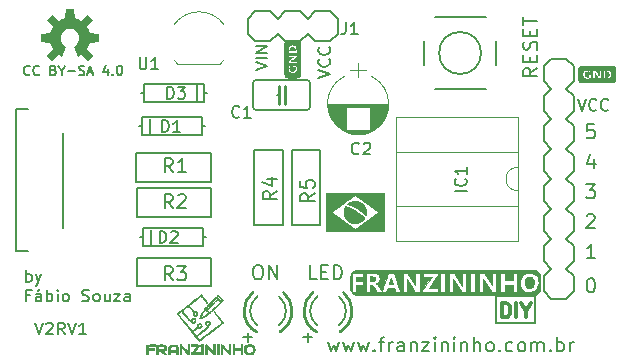
<source format=gto>
G04 #@! TF.GenerationSoftware,KiCad,Pcbnew,(5.0.0)*
G04 #@! TF.CreationDate,2018-09-21T23:18:56-03:00*
G04 #@! TF.ProjectId,Franzininho,4672616E7A696E696E686F2E6B696361,rev?*
G04 #@! TF.SameCoordinates,Original*
G04 #@! TF.FileFunction,Legend,Top*
G04 #@! TF.FilePolarity,Positive*
%FSLAX46Y46*%
G04 Gerber Fmt 4.6, Leading zero omitted, Abs format (unit mm)*
G04 Created by KiCad (PCBNEW (5.0.0)) date 09/21/18 23:18:56*
%MOMM*%
%LPD*%
G01*
G04 APERTURE LIST*
%ADD10C,0.152400*%
%ADD11C,0.200000*%
%ADD12C,0.300000*%
%ADD13C,0.182880*%
%ADD14C,0.127000*%
%ADD15C,0.254000*%
%ADD16C,0.203200*%
%ADD17C,0.100000*%
%ADD18C,0.120000*%
%ADD19C,0.010000*%
%ADD20C,0.150000*%
G04 APERTURE END LIST*
D10*
X171890725Y-100272857D02*
X171319297Y-100272857D01*
X171262154Y-100844285D01*
X171319297Y-100787142D01*
X171433582Y-100730000D01*
X171719297Y-100730000D01*
X171833582Y-100787142D01*
X171890725Y-100844285D01*
X171947868Y-100958571D01*
X171947868Y-101244285D01*
X171890725Y-101358571D01*
X171833582Y-101415714D01*
X171719297Y-101472857D01*
X171433582Y-101472857D01*
X171319297Y-101415714D01*
X171262154Y-101358571D01*
X171833582Y-103212857D02*
X171833582Y-104012857D01*
X171547868Y-102755714D02*
X171262154Y-103612857D01*
X172005011Y-103612857D01*
X171205011Y-105352857D02*
X171947868Y-105352857D01*
X171547868Y-105810000D01*
X171719297Y-105810000D01*
X171833582Y-105867142D01*
X171890725Y-105924285D01*
X171947868Y-106038571D01*
X171947868Y-106324285D01*
X171890725Y-106438571D01*
X171833582Y-106495714D01*
X171719297Y-106552857D01*
X171376440Y-106552857D01*
X171262154Y-106495714D01*
X171205011Y-106438571D01*
X171262154Y-108007142D02*
X171319297Y-107950000D01*
X171433582Y-107892857D01*
X171719297Y-107892857D01*
X171833582Y-107950000D01*
X171890725Y-108007142D01*
X171947868Y-108121428D01*
X171947868Y-108235714D01*
X171890725Y-108407142D01*
X171205011Y-109092857D01*
X171947868Y-109092857D01*
X171947868Y-111632857D02*
X171262154Y-111632857D01*
X171605011Y-111632857D02*
X171605011Y-110432857D01*
X171490725Y-110604285D01*
X171376440Y-110718571D01*
X171262154Y-110775714D01*
X123781155Y-113614580D02*
X123781155Y-112614580D01*
X123781155Y-112995533D02*
X123876393Y-112947914D01*
X124066869Y-112947914D01*
X124162107Y-112995533D01*
X124209726Y-113043152D01*
X124257345Y-113138390D01*
X124257345Y-113424104D01*
X124209726Y-113519342D01*
X124162107Y-113566961D01*
X124066869Y-113614580D01*
X123876393Y-113614580D01*
X123781155Y-113566961D01*
X124590679Y-112947914D02*
X124828774Y-113614580D01*
X125066869Y-112947914D02*
X124828774Y-113614580D01*
X124733536Y-113852676D01*
X124685917Y-113900295D01*
X124590679Y-113947914D01*
X124114488Y-114743171D02*
X123781155Y-114743171D01*
X123781155Y-115266980D02*
X123781155Y-114266980D01*
X124257345Y-114266980D01*
X125066869Y-115266980D02*
X125066869Y-114743171D01*
X125019250Y-114647933D01*
X124924012Y-114600314D01*
X124733536Y-114600314D01*
X124638298Y-114647933D01*
X125066869Y-115219361D02*
X124971631Y-115266980D01*
X124733536Y-115266980D01*
X124638298Y-115219361D01*
X124590679Y-115124123D01*
X124590679Y-115028885D01*
X124638298Y-114933647D01*
X124733536Y-114886028D01*
X124971631Y-114886028D01*
X125066869Y-114838409D01*
X124924012Y-114219361D02*
X124781155Y-114362219D01*
X125543060Y-115266980D02*
X125543060Y-114266980D01*
X125543060Y-114647933D02*
X125638298Y-114600314D01*
X125828774Y-114600314D01*
X125924012Y-114647933D01*
X125971631Y-114695552D01*
X126019250Y-114790790D01*
X126019250Y-115076504D01*
X125971631Y-115171742D01*
X125924012Y-115219361D01*
X125828774Y-115266980D01*
X125638298Y-115266980D01*
X125543060Y-115219361D01*
X126447821Y-115266980D02*
X126447821Y-114600314D01*
X126447821Y-114266980D02*
X126400202Y-114314600D01*
X126447821Y-114362219D01*
X126495440Y-114314600D01*
X126447821Y-114266980D01*
X126447821Y-114362219D01*
X127066869Y-115266980D02*
X126971631Y-115219361D01*
X126924012Y-115171742D01*
X126876393Y-115076504D01*
X126876393Y-114790790D01*
X126924012Y-114695552D01*
X126971631Y-114647933D01*
X127066869Y-114600314D01*
X127209726Y-114600314D01*
X127304964Y-114647933D01*
X127352583Y-114695552D01*
X127400202Y-114790790D01*
X127400202Y-115076504D01*
X127352583Y-115171742D01*
X127304964Y-115219361D01*
X127209726Y-115266980D01*
X127066869Y-115266980D01*
X128543060Y-115219361D02*
X128685917Y-115266980D01*
X128924012Y-115266980D01*
X129019250Y-115219361D01*
X129066869Y-115171742D01*
X129114488Y-115076504D01*
X129114488Y-114981266D01*
X129066869Y-114886028D01*
X129019250Y-114838409D01*
X128924012Y-114790790D01*
X128733536Y-114743171D01*
X128638298Y-114695552D01*
X128590679Y-114647933D01*
X128543060Y-114552695D01*
X128543060Y-114457457D01*
X128590679Y-114362219D01*
X128638298Y-114314600D01*
X128733536Y-114266980D01*
X128971631Y-114266980D01*
X129114488Y-114314600D01*
X129685917Y-115266980D02*
X129590679Y-115219361D01*
X129543060Y-115171742D01*
X129495440Y-115076504D01*
X129495440Y-114790790D01*
X129543060Y-114695552D01*
X129590679Y-114647933D01*
X129685917Y-114600314D01*
X129828774Y-114600314D01*
X129924012Y-114647933D01*
X129971631Y-114695552D01*
X130019250Y-114790790D01*
X130019250Y-115076504D01*
X129971631Y-115171742D01*
X129924012Y-115219361D01*
X129828774Y-115266980D01*
X129685917Y-115266980D01*
X130876393Y-114600314D02*
X130876393Y-115266980D01*
X130447821Y-114600314D02*
X130447821Y-115124123D01*
X130495440Y-115219361D01*
X130590679Y-115266980D01*
X130733536Y-115266980D01*
X130828774Y-115219361D01*
X130876393Y-115171742D01*
X131257345Y-114600314D02*
X131781155Y-114600314D01*
X131257345Y-115266980D01*
X131781155Y-115266980D01*
X132590679Y-115266980D02*
X132590679Y-114743171D01*
X132543060Y-114647933D01*
X132447821Y-114600314D01*
X132257345Y-114600314D01*
X132162107Y-114647933D01*
X132590679Y-115219361D02*
X132495440Y-115266980D01*
X132257345Y-115266980D01*
X132162107Y-115219361D01*
X132114488Y-115124123D01*
X132114488Y-115028885D01*
X132162107Y-114933647D01*
X132257345Y-114886028D01*
X132495440Y-114886028D01*
X132590679Y-114838409D01*
D11*
X166885620Y-117094000D02*
X166631620Y-117094000D01*
X166885620Y-114808000D02*
X166631620Y-114808000D01*
X166885620Y-117094000D02*
X166885620Y-114808000D01*
X163583620Y-114808000D02*
X166631620Y-114808000D01*
X163583620Y-117094000D02*
X166631620Y-117094000D01*
X163583620Y-114808000D02*
X163583620Y-117094000D01*
D12*
X164100014Y-116608157D02*
X164100014Y-115408157D01*
X164385728Y-115408157D01*
X164557157Y-115465300D01*
X164671442Y-115579585D01*
X164728585Y-115693871D01*
X164785728Y-115922442D01*
X164785728Y-116093871D01*
X164728585Y-116322442D01*
X164671442Y-116436728D01*
X164557157Y-116551014D01*
X164385728Y-116608157D01*
X164100014Y-116608157D01*
X165300014Y-116608157D02*
X165300014Y-115408157D01*
X166100014Y-116036728D02*
X166100014Y-116608157D01*
X165700014Y-115408157D02*
X166100014Y-116036728D01*
X166500014Y-115408157D01*
D13*
X124083491Y-96024714D02*
X124045395Y-96062809D01*
X123931110Y-96100904D01*
X123854919Y-96100904D01*
X123740633Y-96062809D01*
X123664443Y-95986619D01*
X123626348Y-95910428D01*
X123588252Y-95758047D01*
X123588252Y-95643761D01*
X123626348Y-95491380D01*
X123664443Y-95415190D01*
X123740633Y-95339000D01*
X123854919Y-95300904D01*
X123931110Y-95300904D01*
X124045395Y-95339000D01*
X124083491Y-95377095D01*
X124883491Y-96024714D02*
X124845395Y-96062809D01*
X124731110Y-96100904D01*
X124654919Y-96100904D01*
X124540633Y-96062809D01*
X124464443Y-95986619D01*
X124426348Y-95910428D01*
X124388252Y-95758047D01*
X124388252Y-95643761D01*
X124426348Y-95491380D01*
X124464443Y-95415190D01*
X124540633Y-95339000D01*
X124654919Y-95300904D01*
X124731110Y-95300904D01*
X124845395Y-95339000D01*
X124883491Y-95377095D01*
X126102538Y-95681857D02*
X126216824Y-95719952D01*
X126254919Y-95758047D01*
X126293014Y-95834238D01*
X126293014Y-95948523D01*
X126254919Y-96024714D01*
X126216824Y-96062809D01*
X126140633Y-96100904D01*
X125835872Y-96100904D01*
X125835872Y-95300904D01*
X126102538Y-95300904D01*
X126178729Y-95339000D01*
X126216824Y-95377095D01*
X126254919Y-95453285D01*
X126254919Y-95529476D01*
X126216824Y-95605666D01*
X126178729Y-95643761D01*
X126102538Y-95681857D01*
X125835872Y-95681857D01*
X126788252Y-95719952D02*
X126788252Y-96100904D01*
X126521586Y-95300904D02*
X126788252Y-95719952D01*
X127054919Y-95300904D01*
X127321586Y-95796142D02*
X127931110Y-95796142D01*
X128273967Y-96062809D02*
X128388252Y-96100904D01*
X128578729Y-96100904D01*
X128654919Y-96062809D01*
X128693014Y-96024714D01*
X128731110Y-95948523D01*
X128731110Y-95872333D01*
X128693014Y-95796142D01*
X128654919Y-95758047D01*
X128578729Y-95719952D01*
X128426348Y-95681857D01*
X128350157Y-95643761D01*
X128312062Y-95605666D01*
X128273967Y-95529476D01*
X128273967Y-95453285D01*
X128312062Y-95377095D01*
X128350157Y-95339000D01*
X128426348Y-95300904D01*
X128616824Y-95300904D01*
X128731110Y-95339000D01*
X129035872Y-95872333D02*
X129416824Y-95872333D01*
X128959681Y-96100904D02*
X129226348Y-95300904D01*
X129493014Y-96100904D01*
X130712062Y-95567571D02*
X130712062Y-96100904D01*
X130521586Y-95262809D02*
X130331110Y-95834238D01*
X130826348Y-95834238D01*
X131131110Y-96024714D02*
X131169205Y-96062809D01*
X131131110Y-96100904D01*
X131093014Y-96062809D01*
X131131110Y-96024714D01*
X131131110Y-96100904D01*
X131664443Y-95300904D02*
X131740633Y-95300904D01*
X131816824Y-95339000D01*
X131854919Y-95377095D01*
X131893014Y-95453285D01*
X131931110Y-95605666D01*
X131931110Y-95796142D01*
X131893014Y-95948523D01*
X131854919Y-96024714D01*
X131816824Y-96062809D01*
X131740633Y-96100904D01*
X131664443Y-96100904D01*
X131588252Y-96062809D01*
X131550157Y-96024714D01*
X131512062Y-95948523D01*
X131473967Y-95796142D01*
X131473967Y-95605666D01*
X131512062Y-95453285D01*
X131550157Y-95377095D01*
X131588252Y-95339000D01*
X131664443Y-95300904D01*
D10*
X170494035Y-98123380D02*
X170827368Y-99123380D01*
X171160701Y-98123380D01*
X172065463Y-99028142D02*
X172017844Y-99075761D01*
X171874987Y-99123380D01*
X171779749Y-99123380D01*
X171636892Y-99075761D01*
X171541654Y-98980523D01*
X171494035Y-98885285D01*
X171446416Y-98694809D01*
X171446416Y-98551952D01*
X171494035Y-98361476D01*
X171541654Y-98266238D01*
X171636892Y-98171000D01*
X171779749Y-98123380D01*
X171874987Y-98123380D01*
X172017844Y-98171000D01*
X172065463Y-98218619D01*
X173065463Y-99028142D02*
X173017844Y-99075761D01*
X172874987Y-99123380D01*
X172779749Y-99123380D01*
X172636892Y-99075761D01*
X172541654Y-98980523D01*
X172494035Y-98885285D01*
X172446416Y-98694809D01*
X172446416Y-98551952D01*
X172494035Y-98361476D01*
X172541654Y-98266238D01*
X172636892Y-98171000D01*
X172779749Y-98123380D01*
X172874987Y-98123380D01*
X173017844Y-98171000D01*
X173065463Y-98218619D01*
X171547868Y-113290357D02*
X171662154Y-113290357D01*
X171776440Y-113347500D01*
X171833582Y-113404642D01*
X171890725Y-113518928D01*
X171947868Y-113747500D01*
X171947868Y-114033214D01*
X171890725Y-114261785D01*
X171833582Y-114376071D01*
X171776440Y-114433214D01*
X171662154Y-114490357D01*
X171547868Y-114490357D01*
X171433582Y-114433214D01*
X171376440Y-114376071D01*
X171319297Y-114261785D01*
X171262154Y-114033214D01*
X171262154Y-113747500D01*
X171319297Y-113518928D01*
X171376440Y-113404642D01*
X171433582Y-113347500D01*
X171547868Y-113290357D01*
X124527298Y-117062380D02*
X124860631Y-118062380D01*
X125193964Y-117062380D01*
X125479679Y-117157619D02*
X125527298Y-117110000D01*
X125622536Y-117062380D01*
X125860631Y-117062380D01*
X125955869Y-117110000D01*
X126003488Y-117157619D01*
X126051107Y-117252857D01*
X126051107Y-117348095D01*
X126003488Y-117490952D01*
X125432060Y-118062380D01*
X126051107Y-118062380D01*
X127051107Y-118062380D02*
X126717774Y-117586190D01*
X126479679Y-118062380D02*
X126479679Y-117062380D01*
X126860631Y-117062380D01*
X126955869Y-117110000D01*
X127003488Y-117157619D01*
X127051107Y-117252857D01*
X127051107Y-117395714D01*
X127003488Y-117490952D01*
X126955869Y-117538571D01*
X126860631Y-117586190D01*
X126479679Y-117586190D01*
X127336821Y-117062380D02*
X127670155Y-118062380D01*
X128003488Y-117062380D01*
X128860631Y-118062380D02*
X128289202Y-118062380D01*
X128574917Y-118062380D02*
X128574917Y-117062380D01*
X128479679Y-117205238D01*
X128384440Y-117300476D01*
X128289202Y-117348095D01*
X149368488Y-118706857D02*
X149597060Y-119506857D01*
X149825631Y-118935428D01*
X150054202Y-119506857D01*
X150282774Y-118706857D01*
X150625631Y-118706857D02*
X150854202Y-119506857D01*
X151082774Y-118935428D01*
X151311345Y-119506857D01*
X151539917Y-118706857D01*
X151882774Y-118706857D02*
X152111345Y-119506857D01*
X152339917Y-118935428D01*
X152568488Y-119506857D01*
X152797060Y-118706857D01*
X153254202Y-119392571D02*
X153311345Y-119449714D01*
X153254202Y-119506857D01*
X153197060Y-119449714D01*
X153254202Y-119392571D01*
X153254202Y-119506857D01*
X153654202Y-118706857D02*
X154111345Y-118706857D01*
X153825631Y-119506857D02*
X153825631Y-118478285D01*
X153882774Y-118364000D01*
X153997060Y-118306857D01*
X154111345Y-118306857D01*
X154511345Y-119506857D02*
X154511345Y-118706857D01*
X154511345Y-118935428D02*
X154568488Y-118821142D01*
X154625631Y-118764000D01*
X154739917Y-118706857D01*
X154854202Y-118706857D01*
X155768488Y-119506857D02*
X155768488Y-118878285D01*
X155711345Y-118764000D01*
X155597060Y-118706857D01*
X155368488Y-118706857D01*
X155254202Y-118764000D01*
X155768488Y-119449714D02*
X155654202Y-119506857D01*
X155368488Y-119506857D01*
X155254202Y-119449714D01*
X155197060Y-119335428D01*
X155197060Y-119221142D01*
X155254202Y-119106857D01*
X155368488Y-119049714D01*
X155654202Y-119049714D01*
X155768488Y-118992571D01*
X156339917Y-118706857D02*
X156339917Y-119506857D01*
X156339917Y-118821142D02*
X156397060Y-118764000D01*
X156511345Y-118706857D01*
X156682774Y-118706857D01*
X156797060Y-118764000D01*
X156854202Y-118878285D01*
X156854202Y-119506857D01*
X157311345Y-118706857D02*
X157939917Y-118706857D01*
X157311345Y-119506857D01*
X157939917Y-119506857D01*
X158397060Y-119506857D02*
X158397060Y-118706857D01*
X158397060Y-118306857D02*
X158339917Y-118364000D01*
X158397060Y-118421142D01*
X158454202Y-118364000D01*
X158397060Y-118306857D01*
X158397060Y-118421142D01*
X158968488Y-118706857D02*
X158968488Y-119506857D01*
X158968488Y-118821142D02*
X159025631Y-118764000D01*
X159139917Y-118706857D01*
X159311345Y-118706857D01*
X159425631Y-118764000D01*
X159482774Y-118878285D01*
X159482774Y-119506857D01*
X160054202Y-119506857D02*
X160054202Y-118706857D01*
X160054202Y-118306857D02*
X159997060Y-118364000D01*
X160054202Y-118421142D01*
X160111345Y-118364000D01*
X160054202Y-118306857D01*
X160054202Y-118421142D01*
X160625631Y-118706857D02*
X160625631Y-119506857D01*
X160625631Y-118821142D02*
X160682774Y-118764000D01*
X160797060Y-118706857D01*
X160968488Y-118706857D01*
X161082774Y-118764000D01*
X161139917Y-118878285D01*
X161139917Y-119506857D01*
X161711345Y-119506857D02*
X161711345Y-118306857D01*
X162225631Y-119506857D02*
X162225631Y-118878285D01*
X162168488Y-118764000D01*
X162054202Y-118706857D01*
X161882774Y-118706857D01*
X161768488Y-118764000D01*
X161711345Y-118821142D01*
X162968488Y-119506857D02*
X162854202Y-119449714D01*
X162797060Y-119392571D01*
X162739917Y-119278285D01*
X162739917Y-118935428D01*
X162797060Y-118821142D01*
X162854202Y-118764000D01*
X162968488Y-118706857D01*
X163139917Y-118706857D01*
X163254202Y-118764000D01*
X163311345Y-118821142D01*
X163368488Y-118935428D01*
X163368488Y-119278285D01*
X163311345Y-119392571D01*
X163254202Y-119449714D01*
X163139917Y-119506857D01*
X162968488Y-119506857D01*
X163882774Y-119392571D02*
X163939917Y-119449714D01*
X163882774Y-119506857D01*
X163825631Y-119449714D01*
X163882774Y-119392571D01*
X163882774Y-119506857D01*
X164968488Y-119449714D02*
X164854202Y-119506857D01*
X164625631Y-119506857D01*
X164511345Y-119449714D01*
X164454202Y-119392571D01*
X164397060Y-119278285D01*
X164397060Y-118935428D01*
X164454202Y-118821142D01*
X164511345Y-118764000D01*
X164625631Y-118706857D01*
X164854202Y-118706857D01*
X164968488Y-118764000D01*
X165654202Y-119506857D02*
X165539917Y-119449714D01*
X165482774Y-119392571D01*
X165425631Y-119278285D01*
X165425631Y-118935428D01*
X165482774Y-118821142D01*
X165539917Y-118764000D01*
X165654202Y-118706857D01*
X165825631Y-118706857D01*
X165939917Y-118764000D01*
X165997060Y-118821142D01*
X166054202Y-118935428D01*
X166054202Y-119278285D01*
X165997060Y-119392571D01*
X165939917Y-119449714D01*
X165825631Y-119506857D01*
X165654202Y-119506857D01*
X166568488Y-119506857D02*
X166568488Y-118706857D01*
X166568488Y-118821142D02*
X166625631Y-118764000D01*
X166739917Y-118706857D01*
X166911345Y-118706857D01*
X167025631Y-118764000D01*
X167082774Y-118878285D01*
X167082774Y-119506857D01*
X167082774Y-118878285D02*
X167139917Y-118764000D01*
X167254202Y-118706857D01*
X167425631Y-118706857D01*
X167539917Y-118764000D01*
X167597060Y-118878285D01*
X167597060Y-119506857D01*
X168168488Y-119392571D02*
X168225631Y-119449714D01*
X168168488Y-119506857D01*
X168111345Y-119449714D01*
X168168488Y-119392571D01*
X168168488Y-119506857D01*
X168739917Y-119506857D02*
X168739917Y-118306857D01*
X168739917Y-118764000D02*
X168854202Y-118706857D01*
X169082774Y-118706857D01*
X169197060Y-118764000D01*
X169254202Y-118821142D01*
X169311345Y-118935428D01*
X169311345Y-119278285D01*
X169254202Y-119392571D01*
X169197060Y-119449714D01*
X169082774Y-119506857D01*
X168854202Y-119506857D01*
X168739917Y-119449714D01*
X169825631Y-119506857D02*
X169825631Y-118706857D01*
X169825631Y-118935428D02*
X169882774Y-118821142D01*
X169939917Y-118764000D01*
X170054202Y-118706857D01*
X170168488Y-118706857D01*
X148527230Y-96332964D02*
X149527230Y-95999631D01*
X148527230Y-95666298D01*
X149431992Y-94761536D02*
X149479611Y-94809155D01*
X149527230Y-94952012D01*
X149527230Y-95047250D01*
X149479611Y-95190107D01*
X149384373Y-95285345D01*
X149289135Y-95332964D01*
X149098659Y-95380583D01*
X148955802Y-95380583D01*
X148765326Y-95332964D01*
X148670088Y-95285345D01*
X148574850Y-95190107D01*
X148527230Y-95047250D01*
X148527230Y-94952012D01*
X148574850Y-94809155D01*
X148622469Y-94761536D01*
X149431992Y-93761536D02*
X149479611Y-93809155D01*
X149527230Y-93952012D01*
X149527230Y-94047250D01*
X149479611Y-94190107D01*
X149384373Y-94285345D01*
X149289135Y-94332964D01*
X149098659Y-94380583D01*
X148955802Y-94380583D01*
X148765326Y-94332964D01*
X148670088Y-94285345D01*
X148574850Y-94190107D01*
X148527230Y-94047250D01*
X148527230Y-93952012D01*
X148574850Y-93809155D01*
X148622469Y-93761536D01*
X143224380Y-95690701D02*
X144224380Y-95357368D01*
X143224380Y-95024035D01*
X144224380Y-94690701D02*
X143224380Y-94690701D01*
X144224380Y-94214511D02*
X143224380Y-94214511D01*
X144224380Y-93643082D01*
X143224380Y-93643082D01*
D14*
G04 #@! TO.C,ON*
X142951200Y-118313200D02*
X142163800Y-118313200D01*
X142544800Y-118668800D02*
X142544800Y-117932200D01*
D15*
X146304000Y-116078000D02*
G75*
G02X145280200Y-117842300I-2032000J-56D01*
G01*
X145584600Y-114526800D02*
G75*
G02X146304000Y-116078000I-1312600J-1551163D01*
G01*
X142240000Y-116078000D02*
G75*
G03X143315800Y-117870900I2032000J60D01*
G01*
X142971100Y-114517000D02*
G75*
G03X142240000Y-116078000I1300900J-1560988D01*
G01*
D10*
X145796000Y-116078000D02*
G75*
G02X145207600Y-117281000I-1524000J8D01*
G01*
X145207600Y-114875000D02*
G75*
G02X145796000Y-116078000I-935600J-1203008D01*
G01*
X142748000Y-116078000D02*
G75*
G03X143357600Y-117297200I1524000J0D01*
G01*
X143386199Y-114837900D02*
G75*
G03X142748000Y-116078000I885801J-1240134D01*
G01*
D16*
G04 #@! TO.C,X1*
X126952350Y-109018600D02*
X126952350Y-101018600D01*
X122952350Y-111018600D02*
X123952350Y-111018600D01*
X122952350Y-99018600D02*
X123952350Y-99018600D01*
X122952350Y-99018600D02*
X122952350Y-111018600D01*
G04 #@! TO.C,D2*
X134340850Y-110449100D02*
X134340850Y-109179100D01*
X138785850Y-109814100D02*
X139039850Y-109814100D01*
X133705850Y-109814100D02*
X133451850Y-109814100D01*
X138785850Y-109814100D02*
X138785850Y-110576100D01*
X138785850Y-109052100D02*
X138785850Y-109814100D01*
X133705850Y-109052100D02*
X138785850Y-109052100D01*
X133705850Y-109814100D02*
X133705850Y-109052100D01*
X133705850Y-110576100D02*
X133705850Y-109814100D01*
X138785850Y-110576100D02*
X133705850Y-110576100D01*
G04 #@! TO.C,D1*
X134241850Y-101087100D02*
X134241850Y-99817100D01*
X138686850Y-100452100D02*
X138940850Y-100452100D01*
X133606850Y-100452100D02*
X133352850Y-100452100D01*
X138686850Y-100452100D02*
X138686850Y-101214100D01*
X138686850Y-99690100D02*
X138686850Y-100452100D01*
X133606850Y-99690100D02*
X138686850Y-99690100D01*
X133606850Y-100452100D02*
X133606850Y-99690100D01*
X133606850Y-101214100D02*
X133606850Y-100452100D01*
X138686850Y-101214100D02*
X133606850Y-101214100D01*
D10*
G04 #@! TO.C,C1*
X145161000Y-97790000D02*
X145034000Y-97790000D01*
D15*
X145161000Y-97790000D02*
X145161000Y-98552000D01*
X145161000Y-97028000D02*
X145161000Y-97790000D01*
X145669000Y-97790000D02*
X145669000Y-98552000D01*
X145669000Y-97790000D02*
X145669000Y-97028000D01*
D10*
X145796000Y-97790000D02*
X145669000Y-97790000D01*
X143256000Y-99060000D02*
G75*
G02X143002000Y-98806000I0J254000D01*
G01*
X147828000Y-98806000D02*
G75*
G02X147574000Y-99060000I-254000J0D01*
G01*
X143256000Y-96520000D02*
G75*
G03X143002000Y-96774000I0J-254000D01*
G01*
X147828000Y-96774000D02*
G75*
G03X147574000Y-96520000I-254000J0D01*
G01*
X143002000Y-96774000D02*
X143002000Y-98806000D01*
X147828000Y-96774000D02*
X147828000Y-98806000D01*
X147574000Y-99060000D02*
X143256000Y-99060000D01*
X143256000Y-96520000D02*
X147574000Y-96520000D01*
D16*
G04 #@! TO.C,R1*
X139412350Y-105128100D02*
X133112350Y-105128100D01*
X139412350Y-102728100D02*
X139412350Y-105128100D01*
X133112350Y-102728100D02*
X139412350Y-102728100D01*
X133112350Y-105128100D02*
X133112350Y-102728100D01*
G04 #@! TO.C,R2*
X139474850Y-108093100D02*
X133174850Y-108093100D01*
X139474850Y-105693100D02*
X139474850Y-108093100D01*
X133174850Y-105693100D02*
X139474850Y-105693100D01*
X133174850Y-108093100D02*
X133174850Y-105693100D01*
G04 #@! TO.C,R3*
X133174850Y-111576000D02*
X139474850Y-111576000D01*
X133174850Y-113976000D02*
X133174850Y-111576000D01*
X139474850Y-113976000D02*
X133174850Y-113976000D01*
X139474850Y-111576000D02*
X139474850Y-113976000D01*
D14*
G04 #@! TO.C,LED*
X148031200Y-118313200D02*
X147243800Y-118313200D01*
X147624800Y-118668800D02*
X147624800Y-117932200D01*
D15*
X151384000Y-116078000D02*
G75*
G02X150360200Y-117842300I-2032000J-56D01*
G01*
X150664600Y-114526800D02*
G75*
G02X151384000Y-116078000I-1312600J-1551163D01*
G01*
X147320000Y-116078000D02*
G75*
G03X148395800Y-117870900I2032000J60D01*
G01*
X148051100Y-114517000D02*
G75*
G03X147320000Y-116078000I1300900J-1560988D01*
G01*
D10*
X150876000Y-116078000D02*
G75*
G02X150287600Y-117281000I-1524000J8D01*
G01*
X150287600Y-114875000D02*
G75*
G02X150876000Y-116078000I-935600J-1203008D01*
G01*
X147828000Y-116078000D02*
G75*
G03X148437600Y-117297200I1524000J0D01*
G01*
X148466199Y-114837900D02*
G75*
G03X147828000Y-116078000I885801J-1240134D01*
G01*
D16*
G04 #@! TO.C,R5*
X146285850Y-108773100D02*
X146285850Y-102473100D01*
X148685850Y-108773100D02*
X146285850Y-108773100D01*
X148685850Y-102473100D02*
X148685850Y-108773100D01*
X146285850Y-102473100D02*
X148685850Y-102473100D01*
G04 #@! TO.C,D3*
X138221450Y-96975500D02*
X138221450Y-98245500D01*
X133776450Y-97610500D02*
X133522450Y-97610500D01*
X138856450Y-97610500D02*
X139110450Y-97610500D01*
X133776450Y-97610500D02*
X133776450Y-96848500D01*
X133776450Y-98372500D02*
X133776450Y-97610500D01*
X138856450Y-98372500D02*
X133776450Y-98372500D01*
X138856450Y-97610500D02*
X138856450Y-98372500D01*
X138856450Y-96848500D02*
X138856450Y-97610500D01*
X133776450Y-96848500D02*
X138856450Y-96848500D01*
G04 #@! TO.C,R4*
X143120850Y-108773100D02*
X143120850Y-102473100D01*
X145520850Y-108773100D02*
X143120850Y-108773100D01*
X145520850Y-102473100D02*
X145520850Y-108773100D01*
X143120850Y-102473100D02*
X145520850Y-102473100D01*
G04 #@! TO.C,JP3*
X170149850Y-95346100D02*
X170149850Y-96616100D01*
X169514850Y-97251100D02*
X170149850Y-96616100D01*
X167609850Y-96616100D02*
X168244850Y-97251100D01*
X169514850Y-94711100D02*
X170149850Y-95346100D01*
X168244850Y-94711100D02*
X169514850Y-94711100D01*
X167609850Y-95346100D02*
X168244850Y-94711100D01*
X167609850Y-96616100D02*
X167609850Y-95346100D01*
X170149850Y-113126100D02*
X170149850Y-114396100D01*
X169514850Y-115031100D02*
X170149850Y-114396100D01*
X167609850Y-114396100D02*
X168244850Y-115031100D01*
X168244850Y-115031100D02*
X169514850Y-115031100D01*
X170149850Y-111856100D02*
X169514850Y-112491100D01*
X170149850Y-110586100D02*
X170149850Y-111856100D01*
X169514850Y-109951100D02*
X170149850Y-110586100D01*
X167609850Y-110586100D02*
X168244850Y-109951100D01*
X167609850Y-111856100D02*
X167609850Y-110586100D01*
X168244850Y-112491100D02*
X167609850Y-111856100D01*
X169514850Y-112491100D02*
X170149850Y-113126100D01*
X167609850Y-113126100D02*
X168244850Y-112491100D01*
X167609850Y-114396100D02*
X167609850Y-113126100D01*
X170149850Y-105506100D02*
X170149850Y-106776100D01*
X169514850Y-107411100D02*
X170149850Y-106776100D01*
X167609850Y-106776100D02*
X168244850Y-107411100D01*
X170149850Y-109316100D02*
X169514850Y-109951100D01*
X170149850Y-108046100D02*
X170149850Y-109316100D01*
X169514850Y-107411100D02*
X170149850Y-108046100D01*
X167609850Y-108046100D02*
X168244850Y-107411100D01*
X167609850Y-109316100D02*
X167609850Y-108046100D01*
X168244850Y-109951100D02*
X167609850Y-109316100D01*
X170149850Y-104236100D02*
X169514850Y-104871100D01*
X170149850Y-102966100D02*
X170149850Y-104236100D01*
X169514850Y-102331100D02*
X170149850Y-102966100D01*
X167609850Y-102966100D02*
X168244850Y-102331100D01*
X167609850Y-104236100D02*
X167609850Y-102966100D01*
X168244850Y-104871100D02*
X167609850Y-104236100D01*
X169514850Y-104871100D02*
X170149850Y-105506100D01*
X167609850Y-105506100D02*
X168244850Y-104871100D01*
X167609850Y-106776100D02*
X167609850Y-105506100D01*
X170149850Y-97886100D02*
X170149850Y-99156100D01*
X169514850Y-99791100D02*
X170149850Y-99156100D01*
X167609850Y-99156100D02*
X168244850Y-99791100D01*
X170149850Y-101696100D02*
X169514850Y-102331100D01*
X170149850Y-100426100D02*
X170149850Y-101696100D01*
X169514850Y-99791100D02*
X170149850Y-100426100D01*
X167609850Y-100426100D02*
X168244850Y-99791100D01*
X167609850Y-101696100D02*
X167609850Y-100426100D01*
X168244850Y-102331100D02*
X167609850Y-101696100D01*
X169514850Y-97251100D02*
X170149850Y-97886100D01*
X167609850Y-97886100D02*
X168244850Y-97251100D01*
X167609850Y-99156100D02*
X167609850Y-97886100D01*
D17*
G04 #@! TO.C,LOGO1*
G36*
X128165800Y-94552000D02*
X128418800Y-94421600D01*
X129047200Y-94934000D01*
X129478000Y-94503200D01*
X128965600Y-93874800D01*
X129182700Y-93350600D01*
X129989400Y-93268700D01*
X129989400Y-92659300D01*
X129182700Y-92577400D01*
X129095930Y-92306280D01*
X128965600Y-92053200D01*
X129478000Y-91424800D01*
X129047200Y-90994000D01*
X128418800Y-91506400D01*
X128165720Y-91376070D01*
X127894600Y-91289300D01*
X127812700Y-90482600D01*
X127203300Y-90482600D01*
X127121400Y-91289300D01*
X126850280Y-91376070D01*
X126597200Y-91506400D01*
X125968800Y-90994000D01*
X125538000Y-91424800D01*
X126050400Y-92053200D01*
X125833300Y-92577400D01*
X125026600Y-92659300D01*
X125026600Y-93268700D01*
X125833300Y-93350600D01*
X126050400Y-93874800D01*
X125538000Y-94503200D01*
X125968800Y-94934000D01*
X126597200Y-94421600D01*
X126720996Y-94492046D01*
X126850200Y-94552000D01*
X127209000Y-93685800D01*
X127012336Y-93567940D01*
X126858359Y-93398061D01*
X126760332Y-93190796D01*
X126726700Y-92964000D01*
X126749090Y-92778301D01*
X126814975Y-92603246D01*
X126920580Y-92448867D01*
X127059853Y-92324013D01*
X127224809Y-92235839D01*
X127405996Y-92189400D01*
X127593029Y-92187357D01*
X127775187Y-92229827D01*
X127942030Y-92314376D01*
X128083996Y-92436158D01*
X128192949Y-92588193D01*
X128262643Y-92761767D01*
X128289084Y-92946933D01*
X128270756Y-93133076D01*
X128208710Y-93309529D01*
X128106503Y-93466178D01*
X127807000Y-93685800D01*
X128165800Y-94552000D01*
G37*
D16*
G04 #@! TO.C,J1*
X142542350Y-92611100D02*
X142542350Y-91341100D01*
X148257350Y-90706100D02*
X149527350Y-90706100D01*
X150162350Y-91341100D02*
X149527350Y-90706100D01*
X149527350Y-93246100D02*
X150162350Y-92611100D01*
X150162350Y-92611100D02*
X150162350Y-91341100D01*
X146987350Y-90706100D02*
X147622350Y-91341100D01*
X145717350Y-90706100D02*
X146987350Y-90706100D01*
X145082350Y-91341100D02*
X145717350Y-90706100D01*
X145717350Y-93246100D02*
X145082350Y-92611100D01*
X146987350Y-93246100D02*
X145717350Y-93246100D01*
X147622350Y-92611100D02*
X146987350Y-93246100D01*
X147622350Y-91341100D02*
X148257350Y-90706100D01*
X148257350Y-93246100D02*
X147622350Y-92611100D01*
X149527350Y-93246100D02*
X148257350Y-93246100D01*
X144447350Y-90706100D02*
X145082350Y-91341100D01*
X143177350Y-90706100D02*
X144447350Y-90706100D01*
X142542350Y-91341100D02*
X143177350Y-90706100D01*
X143177350Y-93246100D02*
X142542350Y-92611100D01*
X144447350Y-93246100D02*
X143177350Y-93246100D01*
X145082350Y-92611100D02*
X144447350Y-93246100D01*
G04 #@! TO.C,RESET*
X158369000Y-97282000D02*
X162687000Y-97282000D01*
X162687000Y-91186000D02*
X158369000Y-91186000D01*
X157480000Y-95232000D02*
X157480000Y-93218000D01*
X163576000Y-95262000D02*
X163576000Y-93218000D01*
X162306000Y-94234000D02*
G75*
G03X162306000Y-94234000I-1778000J0D01*
G01*
D18*
G04 #@! TO.C,U1*
X140559301Y-94803965D02*
G75*
G02X140230000Y-95195000I-2129301J1458965D01*
G01*
X140570193Y-91868663D02*
G75*
G03X138430000Y-90745000I-2140193J-1476337D01*
G01*
X136289807Y-91868663D02*
G75*
G02X138430000Y-90745000I2140193J-1476337D01*
G01*
X136310283Y-94817855D02*
G75*
G03X136630000Y-95195000I2119717J1472855D01*
G01*
X136630000Y-95195000D02*
X140230000Y-95195000D01*
G04 #@! TO.C,IC1*
X165474000Y-110152000D02*
X165474000Y-99652000D01*
X155074000Y-110152000D02*
X165474000Y-110152000D01*
X155074000Y-99652000D02*
X155074000Y-110152000D01*
X165474000Y-99652000D02*
X155074000Y-99652000D01*
X165414000Y-107152000D02*
X165414000Y-105902000D01*
X155134000Y-107152000D02*
X165414000Y-107152000D01*
X155134000Y-102652000D02*
X155134000Y-107152000D01*
X165414000Y-102652000D02*
X155134000Y-102652000D01*
X165414000Y-103902000D02*
X165414000Y-102652000D01*
X165414000Y-105902000D02*
G75*
G02X165414000Y-103902000I0J1000000D01*
G01*
D19*
G04 #@! TO.C,G\002A\002A\002A*
G36*
X153196415Y-113160024D02*
X153288130Y-113224949D01*
X153326813Y-113319140D01*
X153305229Y-113431127D01*
X153276416Y-113480761D01*
X153211791Y-113538012D01*
X153111749Y-113558558D01*
X153082388Y-113559166D01*
X152943278Y-113559166D01*
X152943278Y-113135833D01*
X153058900Y-113135833D01*
X153196415Y-113160024D01*
X153196415Y-113160024D01*
G37*
X153196415Y-113160024D02*
X153288130Y-113224949D01*
X153326813Y-113319140D01*
X153305229Y-113431127D01*
X153276416Y-113480761D01*
X153211791Y-113538012D01*
X153111749Y-113558558D01*
X153082388Y-113559166D01*
X152943278Y-113559166D01*
X152943278Y-113135833D01*
X153058900Y-113135833D01*
X153196415Y-113160024D01*
G36*
X154679537Y-113313755D02*
X154714730Y-113376552D01*
X154760336Y-113493665D01*
X154764021Y-113504302D01*
X154805103Y-113627386D01*
X154835096Y-113724166D01*
X154848131Y-113775599D01*
X154848278Y-113777705D01*
X154816539Y-113793911D01*
X154735392Y-113804196D01*
X154671889Y-113806111D01*
X154571232Y-113803930D01*
X154507370Y-113798353D01*
X154495500Y-113793995D01*
X154506009Y-113756887D01*
X154532811Y-113674159D01*
X154568815Y-113566758D01*
X154606930Y-113455632D01*
X154640066Y-113361729D01*
X154658570Y-113312222D01*
X154679537Y-113313755D01*
X154679537Y-113313755D01*
G37*
X154679537Y-113313755D02*
X154714730Y-113376552D01*
X154760336Y-113493665D01*
X154764021Y-113504302D01*
X154805103Y-113627386D01*
X154835096Y-113724166D01*
X154848131Y-113775599D01*
X154848278Y-113777705D01*
X154816539Y-113793911D01*
X154735392Y-113804196D01*
X154671889Y-113806111D01*
X154571232Y-113803930D01*
X154507370Y-113798353D01*
X154495500Y-113793995D01*
X154506009Y-113756887D01*
X154532811Y-113674159D01*
X154568815Y-113566758D01*
X154606930Y-113455632D01*
X154640066Y-113361729D01*
X154658570Y-113312222D01*
X154679537Y-113313755D01*
G36*
X166517270Y-113184710D02*
X166606553Y-113236700D01*
X166650914Y-113279260D01*
X166702956Y-113338707D01*
X166733872Y-113396278D01*
X166749116Y-113472554D01*
X166754141Y-113588118D01*
X166754528Y-113670210D01*
X166753101Y-113812275D01*
X166744853Y-113903712D01*
X166723834Y-113964441D01*
X166684095Y-114014383D01*
X166639318Y-114055949D01*
X166504639Y-114136352D01*
X166356491Y-114159937D01*
X166215643Y-114124664D01*
X166176567Y-114101361D01*
X166084656Y-113998791D01*
X166021513Y-113850333D01*
X165996179Y-113677839D01*
X165996055Y-113665000D01*
X166020994Y-113468592D01*
X166092962Y-113317651D01*
X166207689Y-113217358D01*
X166360905Y-113172898D01*
X166402999Y-113171111D01*
X166517270Y-113184710D01*
X166517270Y-113184710D01*
G37*
X166517270Y-113184710D02*
X166606553Y-113236700D01*
X166650914Y-113279260D01*
X166702956Y-113338707D01*
X166733872Y-113396278D01*
X166749116Y-113472554D01*
X166754141Y-113588118D01*
X166754528Y-113670210D01*
X166753101Y-113812275D01*
X166744853Y-113903712D01*
X166723834Y-113964441D01*
X166684095Y-114014383D01*
X166639318Y-114055949D01*
X166504639Y-114136352D01*
X166356491Y-114159937D01*
X166215643Y-114124664D01*
X166176567Y-114101361D01*
X166084656Y-113998791D01*
X166021513Y-113850333D01*
X165996179Y-113677839D01*
X165996055Y-113665000D01*
X166020994Y-113468592D01*
X166092962Y-113317651D01*
X166207689Y-113217358D01*
X166360905Y-113172898D01*
X166402999Y-113171111D01*
X166517270Y-113184710D01*
G36*
X167026152Y-112670181D02*
X167132688Y-112756492D01*
X167225890Y-112863801D01*
X167237819Y-112881847D01*
X167266492Y-112931561D01*
X167287485Y-112982516D01*
X167301990Y-113046218D01*
X167311198Y-113134172D01*
X167316304Y-113257883D01*
X167318497Y-113428859D01*
X167318972Y-113658604D01*
X167318972Y-113665000D01*
X167318524Y-113896312D01*
X167316386Y-114068576D01*
X167311366Y-114193298D01*
X167302271Y-114281983D01*
X167287909Y-114346136D01*
X167267087Y-114397264D01*
X167238614Y-114446872D01*
X167237819Y-114448152D01*
X167151508Y-114554688D01*
X167044199Y-114647890D01*
X167026152Y-114659819D01*
X166895639Y-114740972D01*
X159328555Y-114746774D01*
X158461482Y-114747283D01*
X157637173Y-114747455D01*
X156857520Y-114747295D01*
X156124415Y-114746812D01*
X155439748Y-114746010D01*
X154805411Y-114744898D01*
X154223294Y-114743482D01*
X153695291Y-114741768D01*
X153223290Y-114739764D01*
X152809184Y-114737475D01*
X152454865Y-114734910D01*
X152162222Y-114732074D01*
X151933147Y-114728975D01*
X151769533Y-114725619D01*
X151673268Y-114722013D01*
X151647045Y-114719365D01*
X151512933Y-114650408D01*
X151386420Y-114534372D01*
X151348628Y-114480076D01*
X163949944Y-114480076D01*
X164135153Y-114469413D01*
X164320361Y-114458750D01*
X164330554Y-114150069D01*
X164340747Y-113841389D01*
X164973000Y-113841389D01*
X164973000Y-114476389D01*
X165361055Y-114476389D01*
X165361055Y-113682469D01*
X165599556Y-113682469D01*
X165620990Y-113897137D01*
X165689367Y-114095896D01*
X165805686Y-114264434D01*
X165867729Y-114321687D01*
X166067137Y-114438518D01*
X166289842Y-114494692D01*
X166520782Y-114488765D01*
X166744892Y-114419296D01*
X166768138Y-114407888D01*
X166935508Y-114284994D01*
X167062720Y-114115564D01*
X167145970Y-113913533D01*
X167181452Y-113692836D01*
X167165361Y-113467406D01*
X167093891Y-113251180D01*
X167087517Y-113238326D01*
X166959747Y-113058415D01*
X166790806Y-112927596D01*
X166593084Y-112849037D01*
X166378975Y-112825906D01*
X166160868Y-112861370D01*
X165963305Y-112950947D01*
X165806941Y-113086131D01*
X165693530Y-113262654D01*
X165624069Y-113466204D01*
X165599556Y-113682469D01*
X165361055Y-113682469D01*
X165361055Y-112853611D01*
X164973000Y-112853611D01*
X164973000Y-113488611D01*
X164340747Y-113488611D01*
X164330554Y-113179930D01*
X164320361Y-112871250D01*
X164135153Y-112860587D01*
X163949944Y-112849924D01*
X163949944Y-114480076D01*
X151348628Y-114480076D01*
X151288351Y-114393478D01*
X151248436Y-114294398D01*
X151232795Y-114193267D01*
X151222656Y-114032739D01*
X151218448Y-113823790D01*
X151220550Y-113579771D01*
X151225769Y-113363891D01*
X151232241Y-113205809D01*
X151241663Y-113092770D01*
X151255733Y-113012016D01*
X151276149Y-112950792D01*
X151304610Y-112896342D01*
X151313459Y-112881847D01*
X151336334Y-112853611D01*
X151355778Y-112853611D01*
X151355778Y-114476389D01*
X151743833Y-114476389D01*
X151743833Y-113841389D01*
X152273000Y-113841389D01*
X152273000Y-113523889D01*
X151743833Y-113523889D01*
X151743833Y-113171111D01*
X152308278Y-113171111D01*
X152308278Y-112853611D01*
X152555222Y-112853611D01*
X152555222Y-114476389D01*
X152943278Y-114476389D01*
X152943278Y-113871980D01*
X153039945Y-113883142D01*
X153093351Y-113899531D01*
X153146982Y-113943068D01*
X153210940Y-114024941D01*
X153295325Y-114156336D01*
X153313348Y-114185919D01*
X153490083Y-114477532D01*
X154298097Y-114458750D01*
X154350485Y-114289860D01*
X154402874Y-114120971D01*
X154686228Y-114131110D01*
X154969583Y-114141250D01*
X155016814Y-114308819D01*
X155064045Y-114476389D01*
X155277436Y-114476389D01*
X155398000Y-114472866D01*
X155459840Y-114460382D01*
X155474523Y-114436065D01*
X155472262Y-114428011D01*
X155455477Y-114382023D01*
X155418615Y-114279662D01*
X155365290Y-114131013D01*
X155299119Y-113946160D01*
X155223716Y-113735188D01*
X155181385Y-113616622D01*
X154909073Y-112853611D01*
X155659667Y-112853611D01*
X155659667Y-114476389D01*
X156012444Y-114476389D01*
X156014242Y-113365139D01*
X156374940Y-113919556D01*
X156735639Y-114473974D01*
X156938486Y-114475181D01*
X157141333Y-114476389D01*
X157141333Y-114403416D01*
X157319131Y-114403416D01*
X157336645Y-114447883D01*
X157341241Y-114452870D01*
X157382420Y-114460347D01*
X157482582Y-114466843D01*
X157630155Y-114471952D01*
X157813568Y-114475268D01*
X158011518Y-114476389D01*
X158658278Y-114476389D01*
X158658278Y-114158889D01*
X158270222Y-114158889D01*
X158114283Y-114157373D01*
X157988262Y-114153264D01*
X157906398Y-114147218D01*
X157882167Y-114141016D01*
X157901942Y-114108211D01*
X157956954Y-114027694D01*
X158040729Y-113908660D01*
X158146795Y-113760303D01*
X158268681Y-113591821D01*
X158270222Y-113589702D01*
X158423643Y-113374963D01*
X158535614Y-113208921D01*
X158609619Y-113085875D01*
X158649143Y-113000126D01*
X158658278Y-112954935D01*
X158658278Y-112853611D01*
X158869944Y-112853611D01*
X158869944Y-114476389D01*
X159258000Y-114476389D01*
X159258000Y-112853611D01*
X159575500Y-112853611D01*
X159575500Y-114476389D01*
X159963555Y-114476389D01*
X159964248Y-113938402D01*
X159964941Y-113400416D01*
X160318722Y-113938402D01*
X160672503Y-114476389D01*
X161057167Y-114476389D01*
X161057167Y-112853611D01*
X161409944Y-112853611D01*
X161409944Y-114476389D01*
X161798000Y-114476389D01*
X161798000Y-112853611D01*
X162115500Y-112853611D01*
X162115500Y-114476389D01*
X162503555Y-114476389D01*
X162504041Y-113938402D01*
X162504526Y-113400416D01*
X162855609Y-113938402D01*
X163206691Y-114476389D01*
X163597167Y-114476389D01*
X163597167Y-112853611D01*
X163246226Y-112853611D01*
X163236488Y-113385758D01*
X163226750Y-113917906D01*
X162879337Y-113385758D01*
X162531923Y-112853611D01*
X162115500Y-112853611D01*
X161798000Y-112853611D01*
X161409944Y-112853611D01*
X161057167Y-112853611D01*
X160704389Y-112853611D01*
X160703003Y-113929583D01*
X159995441Y-112853611D01*
X159575500Y-112853611D01*
X159258000Y-112853611D01*
X158869944Y-112853611D01*
X158658278Y-112853611D01*
X157388278Y-112853611D01*
X157388278Y-113168724D01*
X158133524Y-113188750D01*
X157725623Y-113732744D01*
X157566862Y-113948365D01*
X157450308Y-114116731D01*
X157372486Y-114244353D01*
X157329919Y-114337743D01*
X157319131Y-114403416D01*
X157141333Y-114403416D01*
X157141333Y-112853611D01*
X156753278Y-112853611D01*
X156752446Y-113373958D01*
X156751615Y-113894305D01*
X156410208Y-113373958D01*
X156068802Y-112853611D01*
X155659667Y-112853611D01*
X154909073Y-112853611D01*
X154688422Y-112853611D01*
X154560685Y-112857594D01*
X154486719Y-112872311D01*
X154450045Y-112901914D01*
X154443441Y-112915347D01*
X154424125Y-112966846D01*
X154384952Y-113073164D01*
X154330135Y-113222800D01*
X154263889Y-113404250D01*
X154190425Y-113606012D01*
X154188218Y-113612083D01*
X154113983Y-113816089D01*
X154046277Y-114001863D01*
X153989480Y-114157413D01*
X153947968Y-114270750D01*
X153926121Y-114329883D01*
X153926015Y-114330164D01*
X153908483Y-114365464D01*
X153886370Y-114370235D01*
X153851098Y-114336871D01*
X153794089Y-114257769D01*
X153722960Y-114150156D01*
X153635644Y-114021611D01*
X153552822Y-113908616D01*
X153488567Y-113830099D01*
X153473493Y-113814660D01*
X153421690Y-113762912D01*
X153420446Y-113738077D01*
X153467836Y-113719379D01*
X153537436Y-113677916D01*
X153616201Y-113605196D01*
X153629645Y-113589852D01*
X153690710Y-113495598D01*
X153716396Y-113385877D01*
X153719389Y-113308274D01*
X153704110Y-113154682D01*
X153653878Y-113037367D01*
X153562099Y-112952470D01*
X153422180Y-112896131D01*
X153227527Y-112864492D01*
X152971546Y-112853693D01*
X152942564Y-112853611D01*
X152555222Y-112853611D01*
X152308278Y-112853611D01*
X151355778Y-112853611D01*
X151336334Y-112853611D01*
X151399770Y-112775311D01*
X151507079Y-112682110D01*
X151525125Y-112670181D01*
X151655639Y-112589027D01*
X166895639Y-112589027D01*
X167026152Y-112670181D01*
X167026152Y-112670181D01*
G37*
X167026152Y-112670181D02*
X167132688Y-112756492D01*
X167225890Y-112863801D01*
X167237819Y-112881847D01*
X167266492Y-112931561D01*
X167287485Y-112982516D01*
X167301990Y-113046218D01*
X167311198Y-113134172D01*
X167316304Y-113257883D01*
X167318497Y-113428859D01*
X167318972Y-113658604D01*
X167318972Y-113665000D01*
X167318524Y-113896312D01*
X167316386Y-114068576D01*
X167311366Y-114193298D01*
X167302271Y-114281983D01*
X167287909Y-114346136D01*
X167267087Y-114397264D01*
X167238614Y-114446872D01*
X167237819Y-114448152D01*
X167151508Y-114554688D01*
X167044199Y-114647890D01*
X167026152Y-114659819D01*
X166895639Y-114740972D01*
X159328555Y-114746774D01*
X158461482Y-114747283D01*
X157637173Y-114747455D01*
X156857520Y-114747295D01*
X156124415Y-114746812D01*
X155439748Y-114746010D01*
X154805411Y-114744898D01*
X154223294Y-114743482D01*
X153695291Y-114741768D01*
X153223290Y-114739764D01*
X152809184Y-114737475D01*
X152454865Y-114734910D01*
X152162222Y-114732074D01*
X151933147Y-114728975D01*
X151769533Y-114725619D01*
X151673268Y-114722013D01*
X151647045Y-114719365D01*
X151512933Y-114650408D01*
X151386420Y-114534372D01*
X151348628Y-114480076D01*
X163949944Y-114480076D01*
X164135153Y-114469413D01*
X164320361Y-114458750D01*
X164330554Y-114150069D01*
X164340747Y-113841389D01*
X164973000Y-113841389D01*
X164973000Y-114476389D01*
X165361055Y-114476389D01*
X165361055Y-113682469D01*
X165599556Y-113682469D01*
X165620990Y-113897137D01*
X165689367Y-114095896D01*
X165805686Y-114264434D01*
X165867729Y-114321687D01*
X166067137Y-114438518D01*
X166289842Y-114494692D01*
X166520782Y-114488765D01*
X166744892Y-114419296D01*
X166768138Y-114407888D01*
X166935508Y-114284994D01*
X167062720Y-114115564D01*
X167145970Y-113913533D01*
X167181452Y-113692836D01*
X167165361Y-113467406D01*
X167093891Y-113251180D01*
X167087517Y-113238326D01*
X166959747Y-113058415D01*
X166790806Y-112927596D01*
X166593084Y-112849037D01*
X166378975Y-112825906D01*
X166160868Y-112861370D01*
X165963305Y-112950947D01*
X165806941Y-113086131D01*
X165693530Y-113262654D01*
X165624069Y-113466204D01*
X165599556Y-113682469D01*
X165361055Y-113682469D01*
X165361055Y-112853611D01*
X164973000Y-112853611D01*
X164973000Y-113488611D01*
X164340747Y-113488611D01*
X164330554Y-113179930D01*
X164320361Y-112871250D01*
X164135153Y-112860587D01*
X163949944Y-112849924D01*
X163949944Y-114480076D01*
X151348628Y-114480076D01*
X151288351Y-114393478D01*
X151248436Y-114294398D01*
X151232795Y-114193267D01*
X151222656Y-114032739D01*
X151218448Y-113823790D01*
X151220550Y-113579771D01*
X151225769Y-113363891D01*
X151232241Y-113205809D01*
X151241663Y-113092770D01*
X151255733Y-113012016D01*
X151276149Y-112950792D01*
X151304610Y-112896342D01*
X151313459Y-112881847D01*
X151336334Y-112853611D01*
X151355778Y-112853611D01*
X151355778Y-114476389D01*
X151743833Y-114476389D01*
X151743833Y-113841389D01*
X152273000Y-113841389D01*
X152273000Y-113523889D01*
X151743833Y-113523889D01*
X151743833Y-113171111D01*
X152308278Y-113171111D01*
X152308278Y-112853611D01*
X152555222Y-112853611D01*
X152555222Y-114476389D01*
X152943278Y-114476389D01*
X152943278Y-113871980D01*
X153039945Y-113883142D01*
X153093351Y-113899531D01*
X153146982Y-113943068D01*
X153210940Y-114024941D01*
X153295325Y-114156336D01*
X153313348Y-114185919D01*
X153490083Y-114477532D01*
X154298097Y-114458750D01*
X154350485Y-114289860D01*
X154402874Y-114120971D01*
X154686228Y-114131110D01*
X154969583Y-114141250D01*
X155016814Y-114308819D01*
X155064045Y-114476389D01*
X155277436Y-114476389D01*
X155398000Y-114472866D01*
X155459840Y-114460382D01*
X155474523Y-114436065D01*
X155472262Y-114428011D01*
X155455477Y-114382023D01*
X155418615Y-114279662D01*
X155365290Y-114131013D01*
X155299119Y-113946160D01*
X155223716Y-113735188D01*
X155181385Y-113616622D01*
X154909073Y-112853611D01*
X155659667Y-112853611D01*
X155659667Y-114476389D01*
X156012444Y-114476389D01*
X156014242Y-113365139D01*
X156374940Y-113919556D01*
X156735639Y-114473974D01*
X156938486Y-114475181D01*
X157141333Y-114476389D01*
X157141333Y-114403416D01*
X157319131Y-114403416D01*
X157336645Y-114447883D01*
X157341241Y-114452870D01*
X157382420Y-114460347D01*
X157482582Y-114466843D01*
X157630155Y-114471952D01*
X157813568Y-114475268D01*
X158011518Y-114476389D01*
X158658278Y-114476389D01*
X158658278Y-114158889D01*
X158270222Y-114158889D01*
X158114283Y-114157373D01*
X157988262Y-114153264D01*
X157906398Y-114147218D01*
X157882167Y-114141016D01*
X157901942Y-114108211D01*
X157956954Y-114027694D01*
X158040729Y-113908660D01*
X158146795Y-113760303D01*
X158268681Y-113591821D01*
X158270222Y-113589702D01*
X158423643Y-113374963D01*
X158535614Y-113208921D01*
X158609619Y-113085875D01*
X158649143Y-113000126D01*
X158658278Y-112954935D01*
X158658278Y-112853611D01*
X158869944Y-112853611D01*
X158869944Y-114476389D01*
X159258000Y-114476389D01*
X159258000Y-112853611D01*
X159575500Y-112853611D01*
X159575500Y-114476389D01*
X159963555Y-114476389D01*
X159964248Y-113938402D01*
X159964941Y-113400416D01*
X160318722Y-113938402D01*
X160672503Y-114476389D01*
X161057167Y-114476389D01*
X161057167Y-112853611D01*
X161409944Y-112853611D01*
X161409944Y-114476389D01*
X161798000Y-114476389D01*
X161798000Y-112853611D01*
X162115500Y-112853611D01*
X162115500Y-114476389D01*
X162503555Y-114476389D01*
X162504041Y-113938402D01*
X162504526Y-113400416D01*
X162855609Y-113938402D01*
X163206691Y-114476389D01*
X163597167Y-114476389D01*
X163597167Y-112853611D01*
X163246226Y-112853611D01*
X163236488Y-113385758D01*
X163226750Y-113917906D01*
X162879337Y-113385758D01*
X162531923Y-112853611D01*
X162115500Y-112853611D01*
X161798000Y-112853611D01*
X161409944Y-112853611D01*
X161057167Y-112853611D01*
X160704389Y-112853611D01*
X160703003Y-113929583D01*
X159995441Y-112853611D01*
X159575500Y-112853611D01*
X159258000Y-112853611D01*
X158869944Y-112853611D01*
X158658278Y-112853611D01*
X157388278Y-112853611D01*
X157388278Y-113168724D01*
X158133524Y-113188750D01*
X157725623Y-113732744D01*
X157566862Y-113948365D01*
X157450308Y-114116731D01*
X157372486Y-114244353D01*
X157329919Y-114337743D01*
X157319131Y-114403416D01*
X157141333Y-114403416D01*
X157141333Y-112853611D01*
X156753278Y-112853611D01*
X156752446Y-113373958D01*
X156751615Y-113894305D01*
X156410208Y-113373958D01*
X156068802Y-112853611D01*
X155659667Y-112853611D01*
X154909073Y-112853611D01*
X154688422Y-112853611D01*
X154560685Y-112857594D01*
X154486719Y-112872311D01*
X154450045Y-112901914D01*
X154443441Y-112915347D01*
X154424125Y-112966846D01*
X154384952Y-113073164D01*
X154330135Y-113222800D01*
X154263889Y-113404250D01*
X154190425Y-113606012D01*
X154188218Y-113612083D01*
X154113983Y-113816089D01*
X154046277Y-114001863D01*
X153989480Y-114157413D01*
X153947968Y-114270750D01*
X153926121Y-114329883D01*
X153926015Y-114330164D01*
X153908483Y-114365464D01*
X153886370Y-114370235D01*
X153851098Y-114336871D01*
X153794089Y-114257769D01*
X153722960Y-114150156D01*
X153635644Y-114021611D01*
X153552822Y-113908616D01*
X153488567Y-113830099D01*
X153473493Y-113814660D01*
X153421690Y-113762912D01*
X153420446Y-113738077D01*
X153467836Y-113719379D01*
X153537436Y-113677916D01*
X153616201Y-113605196D01*
X153629645Y-113589852D01*
X153690710Y-113495598D01*
X153716396Y-113385877D01*
X153719389Y-113308274D01*
X153704110Y-113154682D01*
X153653878Y-113037367D01*
X153562099Y-112952470D01*
X153422180Y-112896131D01*
X153227527Y-112864492D01*
X152971546Y-112853693D01*
X152942564Y-112853611D01*
X152555222Y-112853611D01*
X152308278Y-112853611D01*
X151355778Y-112853611D01*
X151336334Y-112853611D01*
X151399770Y-112775311D01*
X151507079Y-112682110D01*
X151525125Y-112670181D01*
X151655639Y-112589027D01*
X166895639Y-112589027D01*
X167026152Y-112670181D01*
G36*
X151771119Y-106766929D02*
X151828949Y-106778033D01*
X151892375Y-106795380D01*
X151957065Y-106817368D01*
X152018685Y-106842393D01*
X152072902Y-106868851D01*
X152113056Y-106893462D01*
X152129915Y-106904511D01*
X152140982Y-106910041D01*
X152141896Y-106910188D01*
X152153820Y-106915662D01*
X152174288Y-106930671D01*
X152201070Y-106953091D01*
X152231934Y-106980799D01*
X152264649Y-107011671D01*
X152296983Y-107043585D01*
X152326705Y-107074416D01*
X152351584Y-107102043D01*
X152369389Y-107124341D01*
X152373708Y-107130770D01*
X152388320Y-107152093D01*
X152401242Y-107168431D01*
X152415634Y-107188934D01*
X152433746Y-107220818D01*
X152453905Y-107260534D01*
X152474436Y-107304534D01*
X152493665Y-107349269D01*
X152509918Y-107391190D01*
X152518866Y-107417734D01*
X152535207Y-107475178D01*
X152546704Y-107527508D01*
X152553891Y-107579306D01*
X152557301Y-107635155D01*
X152557470Y-107699637D01*
X152556402Y-107739656D01*
X152552954Y-107805912D01*
X152547576Y-107862359D01*
X152540503Y-107907493D01*
X152531973Y-107939813D01*
X152522222Y-107957815D01*
X152522060Y-107957975D01*
X152513960Y-107955477D01*
X152497302Y-107943182D01*
X152474341Y-107922919D01*
X152451593Y-107900836D01*
X152419599Y-107869590D01*
X152380549Y-107832929D01*
X152339581Y-107795605D01*
X152304750Y-107764891D01*
X152273291Y-107737609D01*
X152245362Y-107713177D01*
X152223582Y-107693902D01*
X152210569Y-107682088D01*
X152208988Y-107680566D01*
X152195846Y-107669091D01*
X152175157Y-107652622D01*
X152159067Y-107640438D01*
X152133239Y-107621010D01*
X152101846Y-107596985D01*
X152072266Y-107574016D01*
X152034749Y-107546049D01*
X151986696Y-107512396D01*
X151931392Y-107475173D01*
X151872124Y-107436500D01*
X151812181Y-107398495D01*
X151754848Y-107363274D01*
X151703413Y-107332957D01*
X151665781Y-107312092D01*
X151641585Y-107299032D01*
X151621934Y-107288022D01*
X151614187Y-107283396D01*
X151604005Y-107278020D01*
X151582325Y-107267278D01*
X151552023Y-107252545D01*
X151515971Y-107235197D01*
X151477045Y-107216610D01*
X151438119Y-107198160D01*
X151402068Y-107181224D01*
X151371764Y-107167176D01*
X151364156Y-107163699D01*
X151310227Y-107140599D01*
X151243279Y-107114312D01*
X151165637Y-107085727D01*
X151102218Y-107063466D01*
X151060102Y-107048837D01*
X151023460Y-107035873D01*
X150994832Y-107025491D01*
X150976758Y-107018608D01*
X150971639Y-107016281D01*
X150973915Y-107008453D01*
X150987498Y-106994042D01*
X151010135Y-106974718D01*
X151039573Y-106952151D01*
X151073557Y-106928010D01*
X151109834Y-106903967D01*
X151146152Y-106881691D01*
X151174860Y-106865662D01*
X151286275Y-106815726D01*
X151402429Y-106780875D01*
X151522913Y-106761177D01*
X151647320Y-106756700D01*
X151771119Y-106766929D01*
X151771119Y-106766929D01*
G37*
X151771119Y-106766929D02*
X151828949Y-106778033D01*
X151892375Y-106795380D01*
X151957065Y-106817368D01*
X152018685Y-106842393D01*
X152072902Y-106868851D01*
X152113056Y-106893462D01*
X152129915Y-106904511D01*
X152140982Y-106910041D01*
X152141896Y-106910188D01*
X152153820Y-106915662D01*
X152174288Y-106930671D01*
X152201070Y-106953091D01*
X152231934Y-106980799D01*
X152264649Y-107011671D01*
X152296983Y-107043585D01*
X152326705Y-107074416D01*
X152351584Y-107102043D01*
X152369389Y-107124341D01*
X152373708Y-107130770D01*
X152388320Y-107152093D01*
X152401242Y-107168431D01*
X152415634Y-107188934D01*
X152433746Y-107220818D01*
X152453905Y-107260534D01*
X152474436Y-107304534D01*
X152493665Y-107349269D01*
X152509918Y-107391190D01*
X152518866Y-107417734D01*
X152535207Y-107475178D01*
X152546704Y-107527508D01*
X152553891Y-107579306D01*
X152557301Y-107635155D01*
X152557470Y-107699637D01*
X152556402Y-107739656D01*
X152552954Y-107805912D01*
X152547576Y-107862359D01*
X152540503Y-107907493D01*
X152531973Y-107939813D01*
X152522222Y-107957815D01*
X152522060Y-107957975D01*
X152513960Y-107955477D01*
X152497302Y-107943182D01*
X152474341Y-107922919D01*
X152451593Y-107900836D01*
X152419599Y-107869590D01*
X152380549Y-107832929D01*
X152339581Y-107795605D01*
X152304750Y-107764891D01*
X152273291Y-107737609D01*
X152245362Y-107713177D01*
X152223582Y-107693902D01*
X152210569Y-107682088D01*
X152208988Y-107680566D01*
X152195846Y-107669091D01*
X152175157Y-107652622D01*
X152159067Y-107640438D01*
X152133239Y-107621010D01*
X152101846Y-107596985D01*
X152072266Y-107574016D01*
X152034749Y-107546049D01*
X151986696Y-107512396D01*
X151931392Y-107475173D01*
X151872124Y-107436500D01*
X151812181Y-107398495D01*
X151754848Y-107363274D01*
X151703413Y-107332957D01*
X151665781Y-107312092D01*
X151641585Y-107299032D01*
X151621934Y-107288022D01*
X151614187Y-107283396D01*
X151604005Y-107278020D01*
X151582325Y-107267278D01*
X151552023Y-107252545D01*
X151515971Y-107235197D01*
X151477045Y-107216610D01*
X151438119Y-107198160D01*
X151402068Y-107181224D01*
X151371764Y-107167176D01*
X151364156Y-107163699D01*
X151310227Y-107140599D01*
X151243279Y-107114312D01*
X151165637Y-107085727D01*
X151102218Y-107063466D01*
X151060102Y-107048837D01*
X151023460Y-107035873D01*
X150994832Y-107025491D01*
X150976758Y-107018608D01*
X150971639Y-107016281D01*
X150973915Y-107008453D01*
X150987498Y-106994042D01*
X151010135Y-106974718D01*
X151039573Y-106952151D01*
X151073557Y-106928010D01*
X151109834Y-106903967D01*
X151146152Y-106881691D01*
X151174860Y-106865662D01*
X151286275Y-106815726D01*
X151402429Y-106780875D01*
X151522913Y-106761177D01*
X151647320Y-106756700D01*
X151771119Y-106766929D01*
G36*
X150827200Y-107216949D02*
X150828292Y-107217202D01*
X150846588Y-107222913D01*
X150856156Y-107227541D01*
X150867481Y-107232330D01*
X150889366Y-107239397D01*
X150915687Y-107246832D01*
X150946759Y-107255819D01*
X150986820Y-107268440D01*
X151030974Y-107283046D01*
X151074329Y-107297984D01*
X151111989Y-107311606D01*
X151137937Y-107321782D01*
X151155151Y-107328784D01*
X151181624Y-107339252D01*
X151211783Y-107350984D01*
X151213343Y-107351586D01*
X151237891Y-107361627D01*
X151271348Y-107376106D01*
X151310644Y-107393607D01*
X151352707Y-107412717D01*
X151394467Y-107432020D01*
X151432853Y-107450100D01*
X151464792Y-107465543D01*
X151487216Y-107476934D01*
X151495125Y-107481425D01*
X151516473Y-107494382D01*
X151546281Y-107511620D01*
X151578973Y-107529993D01*
X151608977Y-107546358D01*
X151625760Y-107555119D01*
X151650714Y-107568570D01*
X151673205Y-107582055D01*
X151677353Y-107584807D01*
X151690508Y-107593726D01*
X151714219Y-107609700D01*
X151745849Y-107630956D01*
X151782758Y-107655721D01*
X151812625Y-107675735D01*
X151909487Y-107742462D01*
X151995043Y-107805506D01*
X152072606Y-107867374D01*
X152122769Y-107910313D01*
X152150953Y-107935093D01*
X152177290Y-107958189D01*
X152197729Y-107976049D01*
X152204290Y-107981750D01*
X152221381Y-107997372D01*
X152244925Y-108020017D01*
X152272826Y-108047547D01*
X152302994Y-108077824D01*
X152333333Y-108108709D01*
X152361752Y-108138065D01*
X152386157Y-108163753D01*
X152404455Y-108183636D01*
X152414554Y-108195576D01*
X152415875Y-108197880D01*
X152410985Y-108208962D01*
X152397812Y-108229018D01*
X152378597Y-108255143D01*
X152355584Y-108284427D01*
X152331016Y-108313964D01*
X152307135Y-108340845D01*
X152298813Y-108349648D01*
X152262451Y-108384964D01*
X152220776Y-108421747D01*
X152178313Y-108456245D01*
X152139590Y-108484707D01*
X152122187Y-108496028D01*
X152051296Y-108534908D01*
X151974649Y-108569367D01*
X151897455Y-108597354D01*
X151824924Y-108616817D01*
X151806451Y-108620409D01*
X151772074Y-108625302D01*
X151729422Y-108629674D01*
X151682611Y-108633288D01*
X151635762Y-108635906D01*
X151592991Y-108637290D01*
X151558417Y-108637204D01*
X151538781Y-108635830D01*
X151519451Y-108633173D01*
X151490196Y-108629185D01*
X151456824Y-108624656D01*
X151451468Y-108623931D01*
X151411652Y-108616736D01*
X151366402Y-108605852D01*
X151325005Y-108593533D01*
X151322091Y-108592537D01*
X151287426Y-108579660D01*
X151249336Y-108564108D01*
X151211678Y-108547614D01*
X151178311Y-108531911D01*
X151153092Y-108518732D01*
X151141906Y-108511594D01*
X151130717Y-108503656D01*
X151112065Y-108491091D01*
X151104229Y-108485926D01*
X151078433Y-108468738D01*
X151052859Y-108451261D01*
X151048666Y-108448335D01*
X151031427Y-108434492D01*
X151006890Y-108412579D01*
X150978052Y-108385526D01*
X150947913Y-108356262D01*
X150919472Y-108327717D01*
X150895726Y-108302819D01*
X150879676Y-108284497D01*
X150876258Y-108279928D01*
X150844131Y-108232078D01*
X150819324Y-108193713D01*
X150799781Y-108161506D01*
X150783449Y-108132132D01*
X150775574Y-108116934D01*
X150762738Y-108090877D01*
X150753333Y-108070386D01*
X150749202Y-108059496D01*
X150749148Y-108059054D01*
X150745950Y-108048801D01*
X150738027Y-108029789D01*
X150733284Y-108019367D01*
X150725362Y-107998088D01*
X150715748Y-107965783D01*
X150705714Y-107927022D01*
X150697393Y-107890469D01*
X150680071Y-107770905D01*
X150678372Y-107650789D01*
X150692134Y-107531290D01*
X150721199Y-107413576D01*
X150765405Y-107298816D01*
X150783312Y-107261748D01*
X150797115Y-107235822D01*
X150807158Y-107221568D01*
X150816250Y-107216204D01*
X150827200Y-107216949D01*
X150827200Y-107216949D01*
G37*
X150827200Y-107216949D02*
X150828292Y-107217202D01*
X150846588Y-107222913D01*
X150856156Y-107227541D01*
X150867481Y-107232330D01*
X150889366Y-107239397D01*
X150915687Y-107246832D01*
X150946759Y-107255819D01*
X150986820Y-107268440D01*
X151030974Y-107283046D01*
X151074329Y-107297984D01*
X151111989Y-107311606D01*
X151137937Y-107321782D01*
X151155151Y-107328784D01*
X151181624Y-107339252D01*
X151211783Y-107350984D01*
X151213343Y-107351586D01*
X151237891Y-107361627D01*
X151271348Y-107376106D01*
X151310644Y-107393607D01*
X151352707Y-107412717D01*
X151394467Y-107432020D01*
X151432853Y-107450100D01*
X151464792Y-107465543D01*
X151487216Y-107476934D01*
X151495125Y-107481425D01*
X151516473Y-107494382D01*
X151546281Y-107511620D01*
X151578973Y-107529993D01*
X151608977Y-107546358D01*
X151625760Y-107555119D01*
X151650714Y-107568570D01*
X151673205Y-107582055D01*
X151677353Y-107584807D01*
X151690508Y-107593726D01*
X151714219Y-107609700D01*
X151745849Y-107630956D01*
X151782758Y-107655721D01*
X151812625Y-107675735D01*
X151909487Y-107742462D01*
X151995043Y-107805506D01*
X152072606Y-107867374D01*
X152122769Y-107910313D01*
X152150953Y-107935093D01*
X152177290Y-107958189D01*
X152197729Y-107976049D01*
X152204290Y-107981750D01*
X152221381Y-107997372D01*
X152244925Y-108020017D01*
X152272826Y-108047547D01*
X152302994Y-108077824D01*
X152333333Y-108108709D01*
X152361752Y-108138065D01*
X152386157Y-108163753D01*
X152404455Y-108183636D01*
X152414554Y-108195576D01*
X152415875Y-108197880D01*
X152410985Y-108208962D01*
X152397812Y-108229018D01*
X152378597Y-108255143D01*
X152355584Y-108284427D01*
X152331016Y-108313964D01*
X152307135Y-108340845D01*
X152298813Y-108349648D01*
X152262451Y-108384964D01*
X152220776Y-108421747D01*
X152178313Y-108456245D01*
X152139590Y-108484707D01*
X152122187Y-108496028D01*
X152051296Y-108534908D01*
X151974649Y-108569367D01*
X151897455Y-108597354D01*
X151824924Y-108616817D01*
X151806451Y-108620409D01*
X151772074Y-108625302D01*
X151729422Y-108629674D01*
X151682611Y-108633288D01*
X151635762Y-108635906D01*
X151592991Y-108637290D01*
X151558417Y-108637204D01*
X151538781Y-108635830D01*
X151519451Y-108633173D01*
X151490196Y-108629185D01*
X151456824Y-108624656D01*
X151451468Y-108623931D01*
X151411652Y-108616736D01*
X151366402Y-108605852D01*
X151325005Y-108593533D01*
X151322091Y-108592537D01*
X151287426Y-108579660D01*
X151249336Y-108564108D01*
X151211678Y-108547614D01*
X151178311Y-108531911D01*
X151153092Y-108518732D01*
X151141906Y-108511594D01*
X151130717Y-108503656D01*
X151112065Y-108491091D01*
X151104229Y-108485926D01*
X151078433Y-108468738D01*
X151052859Y-108451261D01*
X151048666Y-108448335D01*
X151031427Y-108434492D01*
X151006890Y-108412579D01*
X150978052Y-108385526D01*
X150947913Y-108356262D01*
X150919472Y-108327717D01*
X150895726Y-108302819D01*
X150879676Y-108284497D01*
X150876258Y-108279928D01*
X150844131Y-108232078D01*
X150819324Y-108193713D01*
X150799781Y-108161506D01*
X150783449Y-108132132D01*
X150775574Y-108116934D01*
X150762738Y-108090877D01*
X150753333Y-108070386D01*
X150749202Y-108059496D01*
X150749148Y-108059054D01*
X150745950Y-108048801D01*
X150738027Y-108029789D01*
X150733284Y-108019367D01*
X150725362Y-107998088D01*
X150715748Y-107965783D01*
X150705714Y-107927022D01*
X150697393Y-107890469D01*
X150680071Y-107770905D01*
X150678372Y-107650789D01*
X150692134Y-107531290D01*
X150721199Y-107413576D01*
X150765405Y-107298816D01*
X150783312Y-107261748D01*
X150797115Y-107235822D01*
X150807158Y-107221568D01*
X150816250Y-107216204D01*
X150827200Y-107216949D01*
G36*
X154106562Y-109267625D02*
X149177375Y-109267625D01*
X149177375Y-107695952D01*
X149617906Y-107695952D01*
X149639050Y-107713835D01*
X149655021Y-107726530D01*
X149679625Y-107745168D01*
X149708552Y-107766504D01*
X149720796Y-107775375D01*
X149751169Y-107797298D01*
X149779983Y-107818167D01*
X149802480Y-107834535D01*
X149808406Y-107838875D01*
X149827513Y-107852841D01*
X149854529Y-107872499D01*
X149884494Y-107894240D01*
X149893347Y-107900652D01*
X149926212Y-107924518D01*
X149965432Y-107953118D01*
X150004587Y-107981764D01*
X150021150Y-107993917D01*
X150050097Y-108014748D01*
X150074527Y-108031516D01*
X150091534Y-108042275D01*
X150097880Y-108045250D01*
X150107184Y-108050893D01*
X150107385Y-108051316D01*
X150114769Y-108058525D01*
X150132494Y-108072771D01*
X150157867Y-108092029D01*
X150188194Y-108114273D01*
X150220781Y-108137480D01*
X150237031Y-108148777D01*
X150251992Y-108159399D01*
X150276652Y-108177252D01*
X150307957Y-108200111D01*
X150342855Y-108225753D01*
X150354306Y-108234201D01*
X150397988Y-108266366D01*
X150447045Y-108302344D01*
X150495351Y-108337649D01*
X150535297Y-108366719D01*
X150563971Y-108387528D01*
X150592197Y-108408028D01*
X150621872Y-108429599D01*
X150654888Y-108453619D01*
X150693140Y-108481466D01*
X150738523Y-108514520D01*
X150792932Y-108554160D01*
X150858260Y-108601763D01*
X150858771Y-108602136D01*
X150887675Y-108623322D01*
X150914137Y-108642932D01*
X150933726Y-108657677D01*
X150938146Y-108661085D01*
X150954994Y-108673567D01*
X150980053Y-108691352D01*
X151008339Y-108710911D01*
X151012715Y-108713890D01*
X151039373Y-108732312D01*
X151061933Y-108748470D01*
X151076296Y-108759415D01*
X151077956Y-108760836D01*
X151090731Y-108770971D01*
X151111597Y-108786208D01*
X151130337Y-108799313D01*
X151157528Y-108818232D01*
X151183967Y-108837064D01*
X151197464Y-108846938D01*
X151213771Y-108859001D01*
X151239610Y-108878007D01*
X151271691Y-108901539D01*
X151306722Y-108927181D01*
X151313961Y-108932473D01*
X151354052Y-108961801D01*
X151401693Y-108996692D01*
X151451642Y-109033306D01*
X151498659Y-109067803D01*
X151511000Y-109076865D01*
X151547253Y-109103078D01*
X151579540Y-109125648D01*
X151605512Y-109142996D01*
X151622823Y-109153540D01*
X151628607Y-109156032D01*
X151641328Y-109151914D01*
X151659711Y-109141121D01*
X151664326Y-109137841D01*
X151680724Y-109125791D01*
X151706359Y-109107020D01*
X151737637Y-109084157D01*
X151768968Y-109061288D01*
X151803367Y-109036177D01*
X151836563Y-109011906D01*
X151864533Y-108991420D01*
X151881787Y-108978744D01*
X151895445Y-108968699D01*
X151911210Y-108957157D01*
X151930771Y-108942891D01*
X151955817Y-108924670D01*
X151988039Y-108901266D01*
X152029127Y-108871449D01*
X152080770Y-108833992D01*
X152102343Y-108818347D01*
X152132983Y-108796128D01*
X152160220Y-108776373D01*
X152180652Y-108761551D01*
X152189656Y-108755016D01*
X152201159Y-108746687D01*
X152223064Y-108730844D01*
X152252903Y-108709273D01*
X152288211Y-108683757D01*
X152317964Y-108662260D01*
X152424388Y-108585343D01*
X152518196Y-108517480D01*
X152599669Y-108458465D01*
X152669089Y-108408094D01*
X152726737Y-108366164D01*
X152772893Y-108332470D01*
X152807838Y-108306807D01*
X152831853Y-108288971D01*
X152844400Y-108279406D01*
X152864868Y-108263834D01*
X152893331Y-108242855D01*
X152924770Y-108220152D01*
X152936314Y-108211938D01*
X152968836Y-108188674D01*
X153008446Y-108159998D01*
X153049516Y-108129998D01*
X153077994Y-108109011D01*
X153114885Y-108081943D01*
X153153071Y-108054344D01*
X153187587Y-108029783D01*
X153209625Y-108014440D01*
X153238104Y-107994671D01*
X153264682Y-107975740D01*
X153283948Y-107961506D01*
X153285031Y-107960671D01*
X153319127Y-107934833D01*
X153362957Y-107902556D01*
X153413123Y-107866322D01*
X153453832Y-107837357D01*
X153484464Y-107815441D01*
X153518542Y-107790638D01*
X153552750Y-107765410D01*
X153583772Y-107742216D01*
X153608294Y-107723515D01*
X153622375Y-107712301D01*
X153642218Y-107695555D01*
X153622375Y-107680071D01*
X153606046Y-107667717D01*
X153579783Y-107648284D01*
X153546560Y-107623932D01*
X153509349Y-107596825D01*
X153471124Y-107569124D01*
X153434857Y-107542992D01*
X153403523Y-107520591D01*
X153387797Y-107509469D01*
X153363726Y-107492254D01*
X153344245Y-107477776D01*
X153333666Y-107469253D01*
X153321100Y-107459311D01*
X153302577Y-107446524D01*
X153300906Y-107445440D01*
X153282103Y-107432659D01*
X153255371Y-107413695D01*
X153225149Y-107391786D01*
X153195877Y-107370172D01*
X153171994Y-107352092D01*
X153160664Y-107343112D01*
X153148693Y-107333920D01*
X153127303Y-107318150D01*
X153100031Y-107298395D01*
X153082541Y-107285868D01*
X153052129Y-107264178D01*
X153024156Y-107244228D01*
X153002753Y-107228964D01*
X152995398Y-107223719D01*
X152979360Y-107212166D01*
X152954578Y-107194180D01*
X152925110Y-107172711D01*
X152908009Y-107160219D01*
X152878483Y-107138689D01*
X152852127Y-107119582D01*
X152832650Y-107105580D01*
X152825831Y-107100761D01*
X152811531Y-107090517D01*
X152788849Y-107073924D01*
X152762109Y-107054153D01*
X152755408Y-107049168D01*
X152726699Y-107027908D01*
X152699394Y-107007906D01*
X152678675Y-106992952D01*
X152676033Y-106991080D01*
X152631935Y-106959940D01*
X152599141Y-106936625D01*
X152575925Y-106919892D01*
X152560564Y-106908494D01*
X152551332Y-106901188D01*
X152550681Y-106900636D01*
X152535675Y-106889172D01*
X152515958Y-106875619D01*
X152515169Y-106875105D01*
X152496925Y-106862807D01*
X152484166Y-106853416D01*
X152483550Y-106852901D01*
X152472702Y-106844433D01*
X152452650Y-106829423D01*
X152427086Y-106810588D01*
X152399699Y-106790645D01*
X152374179Y-106772314D01*
X152372727Y-106771281D01*
X152344955Y-106751359D01*
X152308240Y-106724753D01*
X152266389Y-106694235D01*
X152223210Y-106662580D01*
X152197593Y-106643710D01*
X152168773Y-106622593D01*
X152131862Y-106595775D01*
X152091701Y-106566763D01*
X152054642Y-106540144D01*
X152016472Y-106512737D01*
X151977457Y-106484576D01*
X151942214Y-106459001D01*
X151915735Y-106439631D01*
X151843557Y-106386522D01*
X151783584Y-106342565D01*
X151735316Y-106307397D01*
X151698252Y-106280653D01*
X151671891Y-106261969D01*
X151663613Y-106256249D01*
X151630062Y-106233341D01*
X151596444Y-106256249D01*
X151576169Y-106270436D01*
X151547341Y-106291087D01*
X151514143Y-106315189D01*
X151487303Y-106334888D01*
X151455825Y-106358036D01*
X151427561Y-106378672D01*
X151405807Y-106394400D01*
X151394548Y-106402357D01*
X151382905Y-106410627D01*
X151360802Y-106426630D01*
X151330553Y-106448676D01*
X151294477Y-106475077D01*
X151254890Y-106504144D01*
X151253217Y-106505375D01*
X151213071Y-106534869D01*
X151175904Y-106562106D01*
X151144157Y-106585303D01*
X151120271Y-106602678D01*
X151106685Y-106612447D01*
X151106565Y-106612531D01*
X151090156Y-106624241D01*
X151065178Y-106642251D01*
X151035879Y-106663492D01*
X151021678Y-106673827D01*
X150993553Y-106694275D01*
X150956363Y-106721252D01*
X150913915Y-106751996D01*
X150870018Y-106783750D01*
X150844250Y-106802369D01*
X150801816Y-106833035D01*
X150758976Y-106864029D01*
X150719388Y-106892703D01*
X150686710Y-106916407D01*
X150671306Y-106927605D01*
X150641751Y-106949095D01*
X150613899Y-106969307D01*
X150592556Y-106984751D01*
X150587962Y-106988063D01*
X150570059Y-107001071D01*
X150543925Y-107020213D01*
X150514083Y-107042173D01*
X150501364Y-107051563D01*
X150470859Y-107073989D01*
X150441671Y-107095248D01*
X150418543Y-107111891D01*
X150411938Y-107116563D01*
X150392665Y-107130304D01*
X150365367Y-107150066D01*
X150334775Y-107172416D01*
X150322230Y-107181641D01*
X150292285Y-107203683D01*
X150266191Y-107222820D01*
X150240405Y-107241630D01*
X150211386Y-107262693D01*
X150175591Y-107288587D01*
X150143450Y-107311803D01*
X150108569Y-107337178D01*
X150069641Y-107365778D01*
X150036294Y-107390517D01*
X150008116Y-107411268D01*
X149981755Y-107430160D01*
X149962131Y-107443679D01*
X149959425Y-107445443D01*
X149941105Y-107457686D01*
X149928302Y-107467114D01*
X149927675Y-107467646D01*
X149918351Y-107474819D01*
X149898930Y-107489167D01*
X149872224Y-107508628D01*
X149841046Y-107531140D01*
X149840152Y-107531783D01*
X149784721Y-107571756D01*
X149735212Y-107607706D01*
X149693282Y-107638421D01*
X149660584Y-107662685D01*
X149638773Y-107679287D01*
X149635232Y-107682085D01*
X149617906Y-107695952D01*
X149177375Y-107695952D01*
X149177375Y-106124375D01*
X154106562Y-106124375D01*
X154106562Y-109267625D01*
X154106562Y-109267625D01*
G37*
X154106562Y-109267625D02*
X149177375Y-109267625D01*
X149177375Y-107695952D01*
X149617906Y-107695952D01*
X149639050Y-107713835D01*
X149655021Y-107726530D01*
X149679625Y-107745168D01*
X149708552Y-107766504D01*
X149720796Y-107775375D01*
X149751169Y-107797298D01*
X149779983Y-107818167D01*
X149802480Y-107834535D01*
X149808406Y-107838875D01*
X149827513Y-107852841D01*
X149854529Y-107872499D01*
X149884494Y-107894240D01*
X149893347Y-107900652D01*
X149926212Y-107924518D01*
X149965432Y-107953118D01*
X150004587Y-107981764D01*
X150021150Y-107993917D01*
X150050097Y-108014748D01*
X150074527Y-108031516D01*
X150091534Y-108042275D01*
X150097880Y-108045250D01*
X150107184Y-108050893D01*
X150107385Y-108051316D01*
X150114769Y-108058525D01*
X150132494Y-108072771D01*
X150157867Y-108092029D01*
X150188194Y-108114273D01*
X150220781Y-108137480D01*
X150237031Y-108148777D01*
X150251992Y-108159399D01*
X150276652Y-108177252D01*
X150307957Y-108200111D01*
X150342855Y-108225753D01*
X150354306Y-108234201D01*
X150397988Y-108266366D01*
X150447045Y-108302344D01*
X150495351Y-108337649D01*
X150535297Y-108366719D01*
X150563971Y-108387528D01*
X150592197Y-108408028D01*
X150621872Y-108429599D01*
X150654888Y-108453619D01*
X150693140Y-108481466D01*
X150738523Y-108514520D01*
X150792932Y-108554160D01*
X150858260Y-108601763D01*
X150858771Y-108602136D01*
X150887675Y-108623322D01*
X150914137Y-108642932D01*
X150933726Y-108657677D01*
X150938146Y-108661085D01*
X150954994Y-108673567D01*
X150980053Y-108691352D01*
X151008339Y-108710911D01*
X151012715Y-108713890D01*
X151039373Y-108732312D01*
X151061933Y-108748470D01*
X151076296Y-108759415D01*
X151077956Y-108760836D01*
X151090731Y-108770971D01*
X151111597Y-108786208D01*
X151130337Y-108799313D01*
X151157528Y-108818232D01*
X151183967Y-108837064D01*
X151197464Y-108846938D01*
X151213771Y-108859001D01*
X151239610Y-108878007D01*
X151271691Y-108901539D01*
X151306722Y-108927181D01*
X151313961Y-108932473D01*
X151354052Y-108961801D01*
X151401693Y-108996692D01*
X151451642Y-109033306D01*
X151498659Y-109067803D01*
X151511000Y-109076865D01*
X151547253Y-109103078D01*
X151579540Y-109125648D01*
X151605512Y-109142996D01*
X151622823Y-109153540D01*
X151628607Y-109156032D01*
X151641328Y-109151914D01*
X151659711Y-109141121D01*
X151664326Y-109137841D01*
X151680724Y-109125791D01*
X151706359Y-109107020D01*
X151737637Y-109084157D01*
X151768968Y-109061288D01*
X151803367Y-109036177D01*
X151836563Y-109011906D01*
X151864533Y-108991420D01*
X151881787Y-108978744D01*
X151895445Y-108968699D01*
X151911210Y-108957157D01*
X151930771Y-108942891D01*
X151955817Y-108924670D01*
X151988039Y-108901266D01*
X152029127Y-108871449D01*
X152080770Y-108833992D01*
X152102343Y-108818347D01*
X152132983Y-108796128D01*
X152160220Y-108776373D01*
X152180652Y-108761551D01*
X152189656Y-108755016D01*
X152201159Y-108746687D01*
X152223064Y-108730844D01*
X152252903Y-108709273D01*
X152288211Y-108683757D01*
X152317964Y-108662260D01*
X152424388Y-108585343D01*
X152518196Y-108517480D01*
X152599669Y-108458465D01*
X152669089Y-108408094D01*
X152726737Y-108366164D01*
X152772893Y-108332470D01*
X152807838Y-108306807D01*
X152831853Y-108288971D01*
X152844400Y-108279406D01*
X152864868Y-108263834D01*
X152893331Y-108242855D01*
X152924770Y-108220152D01*
X152936314Y-108211938D01*
X152968836Y-108188674D01*
X153008446Y-108159998D01*
X153049516Y-108129998D01*
X153077994Y-108109011D01*
X153114885Y-108081943D01*
X153153071Y-108054344D01*
X153187587Y-108029783D01*
X153209625Y-108014440D01*
X153238104Y-107994671D01*
X153264682Y-107975740D01*
X153283948Y-107961506D01*
X153285031Y-107960671D01*
X153319127Y-107934833D01*
X153362957Y-107902556D01*
X153413123Y-107866322D01*
X153453832Y-107837357D01*
X153484464Y-107815441D01*
X153518542Y-107790638D01*
X153552750Y-107765410D01*
X153583772Y-107742216D01*
X153608294Y-107723515D01*
X153622375Y-107712301D01*
X153642218Y-107695555D01*
X153622375Y-107680071D01*
X153606046Y-107667717D01*
X153579783Y-107648284D01*
X153546560Y-107623932D01*
X153509349Y-107596825D01*
X153471124Y-107569124D01*
X153434857Y-107542992D01*
X153403523Y-107520591D01*
X153387797Y-107509469D01*
X153363726Y-107492254D01*
X153344245Y-107477776D01*
X153333666Y-107469253D01*
X153321100Y-107459311D01*
X153302577Y-107446524D01*
X153300906Y-107445440D01*
X153282103Y-107432659D01*
X153255371Y-107413695D01*
X153225149Y-107391786D01*
X153195877Y-107370172D01*
X153171994Y-107352092D01*
X153160664Y-107343112D01*
X153148693Y-107333920D01*
X153127303Y-107318150D01*
X153100031Y-107298395D01*
X153082541Y-107285868D01*
X153052129Y-107264178D01*
X153024156Y-107244228D01*
X153002753Y-107228964D01*
X152995398Y-107223719D01*
X152979360Y-107212166D01*
X152954578Y-107194180D01*
X152925110Y-107172711D01*
X152908009Y-107160219D01*
X152878483Y-107138689D01*
X152852127Y-107119582D01*
X152832650Y-107105580D01*
X152825831Y-107100761D01*
X152811531Y-107090517D01*
X152788849Y-107073924D01*
X152762109Y-107054153D01*
X152755408Y-107049168D01*
X152726699Y-107027908D01*
X152699394Y-107007906D01*
X152678675Y-106992952D01*
X152676033Y-106991080D01*
X152631935Y-106959940D01*
X152599141Y-106936625D01*
X152575925Y-106919892D01*
X152560564Y-106908494D01*
X152551332Y-106901188D01*
X152550681Y-106900636D01*
X152535675Y-106889172D01*
X152515958Y-106875619D01*
X152515169Y-106875105D01*
X152496925Y-106862807D01*
X152484166Y-106853416D01*
X152483550Y-106852901D01*
X152472702Y-106844433D01*
X152452650Y-106829423D01*
X152427086Y-106810588D01*
X152399699Y-106790645D01*
X152374179Y-106772314D01*
X152372727Y-106771281D01*
X152344955Y-106751359D01*
X152308240Y-106724753D01*
X152266389Y-106694235D01*
X152223210Y-106662580D01*
X152197593Y-106643710D01*
X152168773Y-106622593D01*
X152131862Y-106595775D01*
X152091701Y-106566763D01*
X152054642Y-106540144D01*
X152016472Y-106512737D01*
X151977457Y-106484576D01*
X151942214Y-106459001D01*
X151915735Y-106439631D01*
X151843557Y-106386522D01*
X151783584Y-106342565D01*
X151735316Y-106307397D01*
X151698252Y-106280653D01*
X151671891Y-106261969D01*
X151663613Y-106256249D01*
X151630062Y-106233341D01*
X151596444Y-106256249D01*
X151576169Y-106270436D01*
X151547341Y-106291087D01*
X151514143Y-106315189D01*
X151487303Y-106334888D01*
X151455825Y-106358036D01*
X151427561Y-106378672D01*
X151405807Y-106394400D01*
X151394548Y-106402357D01*
X151382905Y-106410627D01*
X151360802Y-106426630D01*
X151330553Y-106448676D01*
X151294477Y-106475077D01*
X151254890Y-106504144D01*
X151253217Y-106505375D01*
X151213071Y-106534869D01*
X151175904Y-106562106D01*
X151144157Y-106585303D01*
X151120271Y-106602678D01*
X151106685Y-106612447D01*
X151106565Y-106612531D01*
X151090156Y-106624241D01*
X151065178Y-106642251D01*
X151035879Y-106663492D01*
X151021678Y-106673827D01*
X150993553Y-106694275D01*
X150956363Y-106721252D01*
X150913915Y-106751996D01*
X150870018Y-106783750D01*
X150844250Y-106802369D01*
X150801816Y-106833035D01*
X150758976Y-106864029D01*
X150719388Y-106892703D01*
X150686710Y-106916407D01*
X150671306Y-106927605D01*
X150641751Y-106949095D01*
X150613899Y-106969307D01*
X150592556Y-106984751D01*
X150587962Y-106988063D01*
X150570059Y-107001071D01*
X150543925Y-107020213D01*
X150514083Y-107042173D01*
X150501364Y-107051563D01*
X150470859Y-107073989D01*
X150441671Y-107095248D01*
X150418543Y-107111891D01*
X150411938Y-107116563D01*
X150392665Y-107130304D01*
X150365367Y-107150066D01*
X150334775Y-107172416D01*
X150322230Y-107181641D01*
X150292285Y-107203683D01*
X150266191Y-107222820D01*
X150240405Y-107241630D01*
X150211386Y-107262693D01*
X150175591Y-107288587D01*
X150143450Y-107311803D01*
X150108569Y-107337178D01*
X150069641Y-107365778D01*
X150036294Y-107390517D01*
X150008116Y-107411268D01*
X149981755Y-107430160D01*
X149962131Y-107443679D01*
X149959425Y-107445443D01*
X149941105Y-107457686D01*
X149928302Y-107467114D01*
X149927675Y-107467646D01*
X149918351Y-107474819D01*
X149898930Y-107489167D01*
X149872224Y-107508628D01*
X149841046Y-107531140D01*
X149840152Y-107531783D01*
X149784721Y-107571756D01*
X149735212Y-107607706D01*
X149693282Y-107638421D01*
X149660584Y-107662685D01*
X149638773Y-107679287D01*
X149635232Y-107682085D01*
X149617906Y-107695952D01*
X149177375Y-107695952D01*
X149177375Y-106124375D01*
X154106562Y-106124375D01*
X154106562Y-109267625D01*
D18*
G04 #@! TO.C,C2*
X152542000Y-95682000D02*
X151242000Y-95682000D01*
X151892000Y-95082000D02*
X151892000Y-96282000D01*
X152246000Y-101093000D02*
X151538000Y-101093000D01*
X152451000Y-101053000D02*
X151333000Y-101053000D01*
X152599000Y-101013000D02*
X151185000Y-101013000D01*
X152721000Y-100973000D02*
X151063000Y-100973000D01*
X152826000Y-100933000D02*
X150958000Y-100933000D01*
X152920000Y-100893000D02*
X150864000Y-100893000D01*
X153004000Y-100853000D02*
X150780000Y-100853000D01*
X153081000Y-100813000D02*
X150703000Y-100813000D01*
X153153000Y-100773000D02*
X150631000Y-100773000D01*
X150912000Y-100733000D02*
X150565000Y-100733000D01*
X153219000Y-100733000D02*
X152872000Y-100733000D01*
X150912000Y-100693000D02*
X150502000Y-100693000D01*
X153282000Y-100693000D02*
X152872000Y-100693000D01*
X150912000Y-100653000D02*
X150444000Y-100653000D01*
X153340000Y-100653000D02*
X152872000Y-100653000D01*
X150912000Y-100613000D02*
X150388000Y-100613000D01*
X153396000Y-100613000D02*
X152872000Y-100613000D01*
X150912000Y-100573000D02*
X150336000Y-100573000D01*
X153448000Y-100573000D02*
X152872000Y-100573000D01*
X150912000Y-100533000D02*
X150286000Y-100533000D01*
X153498000Y-100533000D02*
X152872000Y-100533000D01*
X150912000Y-100493000D02*
X150238000Y-100493000D01*
X153546000Y-100493000D02*
X152872000Y-100493000D01*
X150912000Y-100453000D02*
X150193000Y-100453000D01*
X153591000Y-100453000D02*
X152872000Y-100453000D01*
X150912000Y-100413000D02*
X150150000Y-100413000D01*
X153634000Y-100413000D02*
X152872000Y-100413000D01*
X150912000Y-100373000D02*
X150109000Y-100373000D01*
X153675000Y-100373000D02*
X152872000Y-100373000D01*
X150912000Y-100333000D02*
X150069000Y-100333000D01*
X153715000Y-100333000D02*
X152872000Y-100333000D01*
X150912000Y-100293000D02*
X150031000Y-100293000D01*
X153753000Y-100293000D02*
X152872000Y-100293000D01*
X150912000Y-100253000D02*
X149995000Y-100253000D01*
X153789000Y-100253000D02*
X152872000Y-100253000D01*
X150912000Y-100213000D02*
X149960000Y-100213000D01*
X153824000Y-100213000D02*
X152872000Y-100213000D01*
X150912000Y-100173000D02*
X149927000Y-100173000D01*
X153857000Y-100173000D02*
X152872000Y-100173000D01*
X150912000Y-100133000D02*
X149895000Y-100133000D01*
X153889000Y-100133000D02*
X152872000Y-100133000D01*
X150912000Y-100093000D02*
X149864000Y-100093000D01*
X153920000Y-100093000D02*
X152872000Y-100093000D01*
X150912000Y-100053000D02*
X149834000Y-100053000D01*
X153950000Y-100053000D02*
X152872000Y-100053000D01*
X150912000Y-100013000D02*
X149806000Y-100013000D01*
X153978000Y-100013000D02*
X152872000Y-100013000D01*
X150912000Y-99973000D02*
X149779000Y-99973000D01*
X154005000Y-99973000D02*
X152872000Y-99973000D01*
X150912000Y-99933000D02*
X149752000Y-99933000D01*
X154032000Y-99933000D02*
X152872000Y-99933000D01*
X150912000Y-99893000D02*
X149727000Y-99893000D01*
X154057000Y-99893000D02*
X152872000Y-99893000D01*
X150912000Y-99853000D02*
X149703000Y-99853000D01*
X154081000Y-99853000D02*
X152872000Y-99853000D01*
X150912000Y-99813000D02*
X149680000Y-99813000D01*
X154104000Y-99813000D02*
X152872000Y-99813000D01*
X150912000Y-99773000D02*
X149658000Y-99773000D01*
X154126000Y-99773000D02*
X152872000Y-99773000D01*
X150912000Y-99733000D02*
X149636000Y-99733000D01*
X154148000Y-99733000D02*
X152872000Y-99733000D01*
X150912000Y-99693000D02*
X149616000Y-99693000D01*
X154168000Y-99693000D02*
X152872000Y-99693000D01*
X150912000Y-99653000D02*
X149596000Y-99653000D01*
X154188000Y-99653000D02*
X152872000Y-99653000D01*
X150912000Y-99613000D02*
X149577000Y-99613000D01*
X154207000Y-99613000D02*
X152872000Y-99613000D01*
X150912000Y-99573000D02*
X149559000Y-99573000D01*
X154225000Y-99573000D02*
X152872000Y-99573000D01*
X150912000Y-99533000D02*
X149542000Y-99533000D01*
X154242000Y-99533000D02*
X152872000Y-99533000D01*
X150912000Y-99493000D02*
X149526000Y-99493000D01*
X154258000Y-99493000D02*
X152872000Y-99493000D01*
X150912000Y-99453000D02*
X149510000Y-99453000D01*
X154274000Y-99453000D02*
X152872000Y-99453000D01*
X150912000Y-99413000D02*
X149496000Y-99413000D01*
X154288000Y-99413000D02*
X152872000Y-99413000D01*
X150912000Y-99373000D02*
X149482000Y-99373000D01*
X154302000Y-99373000D02*
X152872000Y-99373000D01*
X150912000Y-99333000D02*
X149468000Y-99333000D01*
X154316000Y-99333000D02*
X152872000Y-99333000D01*
X150912000Y-99293000D02*
X149456000Y-99293000D01*
X154328000Y-99293000D02*
X152872000Y-99293000D01*
X150912000Y-99253000D02*
X149444000Y-99253000D01*
X154340000Y-99253000D02*
X152872000Y-99253000D01*
X150912000Y-99212000D02*
X149432000Y-99212000D01*
X154352000Y-99212000D02*
X152872000Y-99212000D01*
X150912000Y-99172000D02*
X149422000Y-99172000D01*
X154362000Y-99172000D02*
X152872000Y-99172000D01*
X150912000Y-99132000D02*
X149412000Y-99132000D01*
X154372000Y-99132000D02*
X152872000Y-99132000D01*
X150912000Y-99092000D02*
X149403000Y-99092000D01*
X154381000Y-99092000D02*
X152872000Y-99092000D01*
X150912000Y-99052000D02*
X149394000Y-99052000D01*
X154390000Y-99052000D02*
X152872000Y-99052000D01*
X150912000Y-99012000D02*
X149386000Y-99012000D01*
X154398000Y-99012000D02*
X152872000Y-99012000D01*
X150912000Y-98972000D02*
X149379000Y-98972000D01*
X154405000Y-98972000D02*
X152872000Y-98972000D01*
X150912000Y-98932000D02*
X149373000Y-98932000D01*
X154411000Y-98932000D02*
X152872000Y-98932000D01*
X150912000Y-98892000D02*
X149367000Y-98892000D01*
X154417000Y-98892000D02*
X152872000Y-98892000D01*
X150912000Y-98852000D02*
X149361000Y-98852000D01*
X154423000Y-98852000D02*
X152872000Y-98852000D01*
X150912000Y-98812000D02*
X149357000Y-98812000D01*
X154427000Y-98812000D02*
X152872000Y-98812000D01*
X154431000Y-98772000D02*
X149353000Y-98772000D01*
X154435000Y-98732000D02*
X149349000Y-98732000D01*
X154438000Y-98692000D02*
X149346000Y-98692000D01*
X154440000Y-98652000D02*
X149344000Y-98652000D01*
X154441000Y-98612000D02*
X149343000Y-98612000D01*
X154442000Y-98572000D02*
X149342000Y-98572000D01*
X154442000Y-98532000D02*
X149342000Y-98532000D01*
X150712277Y-100837722D02*
G75*
G03X153072000Y-100837580I1179723J2305722D01*
G01*
X150712277Y-100837722D02*
G75*
G02X150712000Y-96226420I1179723J2305722D01*
G01*
X153071723Y-100837722D02*
G75*
G03X153072000Y-96226420I-1179723J2305722D01*
G01*
D19*
G04 #@! TO.C,G\002A\002A\002A*
G36*
X172938853Y-95804184D02*
X173019878Y-95856426D01*
X173082861Y-95925879D01*
X173098675Y-95955587D01*
X173116866Y-96019496D01*
X173105852Y-96076677D01*
X173089871Y-96110561D01*
X173030739Y-96184474D01*
X172948040Y-96240803D01*
X172862644Y-96265760D01*
X172854611Y-96266000D01*
X172833258Y-96260987D01*
X172819769Y-96239772D01*
X172812391Y-96193089D01*
X172809366Y-96111672D01*
X172808900Y-96024700D01*
X172809666Y-95912553D01*
X172813287Y-95841779D01*
X172821746Y-95802959D01*
X172837028Y-95786673D01*
X172859700Y-95783494D01*
X172938853Y-95804184D01*
X172938853Y-95804184D01*
G37*
X172938853Y-95804184D02*
X173019878Y-95856426D01*
X173082861Y-95925879D01*
X173098675Y-95955587D01*
X173116866Y-96019496D01*
X173105852Y-96076677D01*
X173089871Y-96110561D01*
X173030739Y-96184474D01*
X172948040Y-96240803D01*
X172862644Y-96265760D01*
X172854611Y-96266000D01*
X172833258Y-96260987D01*
X172819769Y-96239772D01*
X172812391Y-96193089D01*
X172809366Y-96111672D01*
X172808900Y-96024700D01*
X172809666Y-95912553D01*
X172813287Y-95841779D01*
X172821746Y-95802959D01*
X172837028Y-95786673D01*
X172859700Y-95783494D01*
X172938853Y-95804184D01*
G36*
X172387502Y-95350029D02*
X172618010Y-95351480D01*
X172835687Y-95353773D01*
X173034749Y-95356911D01*
X173209411Y-95360893D01*
X173353890Y-95365720D01*
X173462403Y-95371390D01*
X173529163Y-95377904D01*
X173546209Y-95381945D01*
X173591461Y-95407283D01*
X173625804Y-95441161D01*
X173650703Y-95490350D01*
X173667623Y-95561622D01*
X173678027Y-95661748D01*
X173683380Y-95797500D01*
X173685147Y-95975648D01*
X173685200Y-96024700D01*
X173684067Y-96213861D01*
X173679694Y-96359024D01*
X173670616Y-96466961D01*
X173655369Y-96544444D01*
X173632488Y-96598243D01*
X173600510Y-96635130D01*
X173557970Y-96661876D01*
X173546209Y-96667454D01*
X173504700Y-96674819D01*
X173418470Y-96681211D01*
X173293257Y-96686642D01*
X173134797Y-96691121D01*
X172948828Y-96694658D01*
X172741086Y-96697263D01*
X172517308Y-96698947D01*
X172283232Y-96699719D01*
X172044593Y-96699591D01*
X171807130Y-96698570D01*
X171576578Y-96696669D01*
X171358676Y-96693896D01*
X171159159Y-96690262D01*
X170983766Y-96685777D01*
X170838231Y-96680451D01*
X170728294Y-96674294D01*
X170659690Y-96667316D01*
X170639995Y-96662354D01*
X170597951Y-96635102D01*
X170566184Y-96601486D01*
X170543261Y-96554461D01*
X170527744Y-96486980D01*
X170518200Y-96391999D01*
X170513192Y-96262473D01*
X170511284Y-96091356D01*
X170511279Y-96089621D01*
X170875073Y-96089621D01*
X170910997Y-96212982D01*
X170979550Y-96312532D01*
X171075524Y-96378478D01*
X171110130Y-96390596D01*
X171180998Y-96401569D01*
X171274307Y-96404885D01*
X171373478Y-96401356D01*
X171426992Y-96395573D01*
X172593000Y-96395573D01*
X172827950Y-96391188D01*
X172954135Y-96384942D01*
X173057451Y-96372298D01*
X173124853Y-96354932D01*
X173130507Y-96352309D01*
X173188400Y-96312534D01*
X173242423Y-96259430D01*
X173281004Y-96206656D01*
X173292573Y-96167868D01*
X173290739Y-96163169D01*
X173295712Y-96133284D01*
X173303785Y-96126556D01*
X173329894Y-96083180D01*
X173330303Y-96011442D01*
X173308729Y-95924397D01*
X173268890Y-95835097D01*
X173214505Y-95756595D01*
X173191728Y-95733165D01*
X173156097Y-95704400D01*
X173116063Y-95685294D01*
X173059909Y-95673301D01*
X172975918Y-95665875D01*
X172858255Y-95660677D01*
X172593000Y-95651125D01*
X172593000Y-96395573D01*
X171426992Y-96395573D01*
X171461935Y-96391797D01*
X171523099Y-96377020D01*
X171536395Y-96369678D01*
X171572863Y-96354641D01*
X171585687Y-96359353D01*
X171593531Y-96344266D01*
X171599400Y-96289299D01*
X171602271Y-96205363D01*
X171602400Y-96181333D01*
X171602400Y-95986600D01*
X171221400Y-95986600D01*
X171221400Y-96057699D01*
X171225880Y-96104683D01*
X171249440Y-96121585D01*
X171307256Y-96118773D01*
X171310300Y-96118420D01*
X171369642Y-96114841D01*
X171394148Y-96131506D01*
X171399176Y-96180839D01*
X171399200Y-96190344D01*
X171396095Y-96244025D01*
X171376773Y-96263826D01*
X171326218Y-96260736D01*
X171307149Y-96257709D01*
X171204272Y-96221770D01*
X171128963Y-96157829D01*
X171087745Y-96075964D01*
X171087139Y-95986252D01*
X171103424Y-95942908D01*
X171143301Y-95879487D01*
X171182855Y-95834568D01*
X171252975Y-95803913D01*
X171343703Y-95797956D01*
X171431443Y-95816361D01*
X171472475Y-95838681D01*
X171531322Y-95876846D01*
X171563268Y-95874455D01*
X171575742Y-95827699D01*
X171577000Y-95785111D01*
X171572335Y-95725668D01*
X171552244Y-95686976D01*
X171507577Y-95663907D01*
X171460784Y-95656400D01*
X171729400Y-95656400D01*
X171729400Y-96393000D01*
X171932600Y-96393000D01*
X171933745Y-96145350D01*
X171935010Y-96033990D01*
X171938258Y-95967348D01*
X171944551Y-95939350D01*
X171954950Y-95943924D01*
X171965495Y-95963798D01*
X171993285Y-96016246D01*
X172039627Y-96096250D01*
X172095655Y-96188600D01*
X172109893Y-96211448D01*
X172166290Y-96299764D01*
X172206505Y-96353474D01*
X172241070Y-96381181D01*
X172280518Y-96391488D01*
X172332143Y-96393000D01*
X172440600Y-96393000D01*
X172440600Y-95656400D01*
X172262800Y-95656400D01*
X172262643Y-95878650D01*
X172262164Y-95983930D01*
X172259747Y-96044835D01*
X172253647Y-96067790D01*
X172242119Y-96059220D01*
X172223418Y-96025548D01*
X172222978Y-96024700D01*
X172188229Y-95962898D01*
X172137440Y-95878517D01*
X172089785Y-95802672D01*
X171996100Y-95656844D01*
X171729400Y-95656400D01*
X171460784Y-95656400D01*
X171429187Y-95651331D01*
X171327023Y-95644961D01*
X171164834Y-95655204D01*
X171036888Y-95701696D01*
X170944319Y-95783664D01*
X170888262Y-95900334D01*
X170876986Y-95952241D01*
X170875073Y-96089621D01*
X170511279Y-96089621D01*
X170511100Y-96029788D01*
X170511844Y-95839844D01*
X170515841Y-95693925D01*
X170524529Y-95585292D01*
X170539344Y-95507201D01*
X170561723Y-95452912D01*
X170593104Y-95415683D01*
X170634923Y-95388773D01*
X170649190Y-95381945D01*
X170689889Y-95374955D01*
X170775597Y-95368809D01*
X170900530Y-95363508D01*
X171058904Y-95359050D01*
X171244934Y-95355437D01*
X171452838Y-95352667D01*
X171676831Y-95350742D01*
X171911128Y-95349661D01*
X172149947Y-95349423D01*
X172387502Y-95350029D01*
X172387502Y-95350029D01*
G37*
X172387502Y-95350029D02*
X172618010Y-95351480D01*
X172835687Y-95353773D01*
X173034749Y-95356911D01*
X173209411Y-95360893D01*
X173353890Y-95365720D01*
X173462403Y-95371390D01*
X173529163Y-95377904D01*
X173546209Y-95381945D01*
X173591461Y-95407283D01*
X173625804Y-95441161D01*
X173650703Y-95490350D01*
X173667623Y-95561622D01*
X173678027Y-95661748D01*
X173683380Y-95797500D01*
X173685147Y-95975648D01*
X173685200Y-96024700D01*
X173684067Y-96213861D01*
X173679694Y-96359024D01*
X173670616Y-96466961D01*
X173655369Y-96544444D01*
X173632488Y-96598243D01*
X173600510Y-96635130D01*
X173557970Y-96661876D01*
X173546209Y-96667454D01*
X173504700Y-96674819D01*
X173418470Y-96681211D01*
X173293257Y-96686642D01*
X173134797Y-96691121D01*
X172948828Y-96694658D01*
X172741086Y-96697263D01*
X172517308Y-96698947D01*
X172283232Y-96699719D01*
X172044593Y-96699591D01*
X171807130Y-96698570D01*
X171576578Y-96696669D01*
X171358676Y-96693896D01*
X171159159Y-96690262D01*
X170983766Y-96685777D01*
X170838231Y-96680451D01*
X170728294Y-96674294D01*
X170659690Y-96667316D01*
X170639995Y-96662354D01*
X170597951Y-96635102D01*
X170566184Y-96601486D01*
X170543261Y-96554461D01*
X170527744Y-96486980D01*
X170518200Y-96391999D01*
X170513192Y-96262473D01*
X170511284Y-96091356D01*
X170511279Y-96089621D01*
X170875073Y-96089621D01*
X170910997Y-96212982D01*
X170979550Y-96312532D01*
X171075524Y-96378478D01*
X171110130Y-96390596D01*
X171180998Y-96401569D01*
X171274307Y-96404885D01*
X171373478Y-96401356D01*
X171426992Y-96395573D01*
X172593000Y-96395573D01*
X172827950Y-96391188D01*
X172954135Y-96384942D01*
X173057451Y-96372298D01*
X173124853Y-96354932D01*
X173130507Y-96352309D01*
X173188400Y-96312534D01*
X173242423Y-96259430D01*
X173281004Y-96206656D01*
X173292573Y-96167868D01*
X173290739Y-96163169D01*
X173295712Y-96133284D01*
X173303785Y-96126556D01*
X173329894Y-96083180D01*
X173330303Y-96011442D01*
X173308729Y-95924397D01*
X173268890Y-95835097D01*
X173214505Y-95756595D01*
X173191728Y-95733165D01*
X173156097Y-95704400D01*
X173116063Y-95685294D01*
X173059909Y-95673301D01*
X172975918Y-95665875D01*
X172858255Y-95660677D01*
X172593000Y-95651125D01*
X172593000Y-96395573D01*
X171426992Y-96395573D01*
X171461935Y-96391797D01*
X171523099Y-96377020D01*
X171536395Y-96369678D01*
X171572863Y-96354641D01*
X171585687Y-96359353D01*
X171593531Y-96344266D01*
X171599400Y-96289299D01*
X171602271Y-96205363D01*
X171602400Y-96181333D01*
X171602400Y-95986600D01*
X171221400Y-95986600D01*
X171221400Y-96057699D01*
X171225880Y-96104683D01*
X171249440Y-96121585D01*
X171307256Y-96118773D01*
X171310300Y-96118420D01*
X171369642Y-96114841D01*
X171394148Y-96131506D01*
X171399176Y-96180839D01*
X171399200Y-96190344D01*
X171396095Y-96244025D01*
X171376773Y-96263826D01*
X171326218Y-96260736D01*
X171307149Y-96257709D01*
X171204272Y-96221770D01*
X171128963Y-96157829D01*
X171087745Y-96075964D01*
X171087139Y-95986252D01*
X171103424Y-95942908D01*
X171143301Y-95879487D01*
X171182855Y-95834568D01*
X171252975Y-95803913D01*
X171343703Y-95797956D01*
X171431443Y-95816361D01*
X171472475Y-95838681D01*
X171531322Y-95876846D01*
X171563268Y-95874455D01*
X171575742Y-95827699D01*
X171577000Y-95785111D01*
X171572335Y-95725668D01*
X171552244Y-95686976D01*
X171507577Y-95663907D01*
X171460784Y-95656400D01*
X171729400Y-95656400D01*
X171729400Y-96393000D01*
X171932600Y-96393000D01*
X171933745Y-96145350D01*
X171935010Y-96033990D01*
X171938258Y-95967348D01*
X171944551Y-95939350D01*
X171954950Y-95943924D01*
X171965495Y-95963798D01*
X171993285Y-96016246D01*
X172039627Y-96096250D01*
X172095655Y-96188600D01*
X172109893Y-96211448D01*
X172166290Y-96299764D01*
X172206505Y-96353474D01*
X172241070Y-96381181D01*
X172280518Y-96391488D01*
X172332143Y-96393000D01*
X172440600Y-96393000D01*
X172440600Y-95656400D01*
X172262800Y-95656400D01*
X172262643Y-95878650D01*
X172262164Y-95983930D01*
X172259747Y-96044835D01*
X172253647Y-96067790D01*
X172242119Y-96059220D01*
X172223418Y-96025548D01*
X172222978Y-96024700D01*
X172188229Y-95962898D01*
X172137440Y-95878517D01*
X172089785Y-95802672D01*
X171996100Y-95656844D01*
X171729400Y-95656400D01*
X171460784Y-95656400D01*
X171429187Y-95651331D01*
X171327023Y-95644961D01*
X171164834Y-95655204D01*
X171036888Y-95701696D01*
X170944319Y-95783664D01*
X170888262Y-95900334D01*
X170876986Y-95952241D01*
X170875073Y-96089621D01*
X170511279Y-96089621D01*
X170511100Y-96029788D01*
X170511844Y-95839844D01*
X170515841Y-95693925D01*
X170524529Y-95585292D01*
X170539344Y-95507201D01*
X170561723Y-95452912D01*
X170593104Y-95415683D01*
X170634923Y-95388773D01*
X170649190Y-95381945D01*
X170689889Y-95374955D01*
X170775597Y-95368809D01*
X170900530Y-95363508D01*
X171058904Y-95359050D01*
X171244934Y-95355437D01*
X171452838Y-95352667D01*
X171676831Y-95350742D01*
X171911128Y-95349661D01*
X172149947Y-95349423D01*
X172387502Y-95350029D01*
G36*
X146096184Y-93888147D02*
X146148426Y-93807122D01*
X146217879Y-93744139D01*
X146247587Y-93728325D01*
X146311496Y-93710134D01*
X146368677Y-93721148D01*
X146402561Y-93737129D01*
X146476474Y-93796261D01*
X146532803Y-93878960D01*
X146557760Y-93964356D01*
X146558000Y-93972389D01*
X146552987Y-93993742D01*
X146531772Y-94007231D01*
X146485089Y-94014609D01*
X146403672Y-94017634D01*
X146316700Y-94018100D01*
X146204553Y-94017334D01*
X146133779Y-94013713D01*
X146094959Y-94005254D01*
X146078673Y-93989972D01*
X146075494Y-93967300D01*
X146096184Y-93888147D01*
X146096184Y-93888147D01*
G37*
X146096184Y-93888147D02*
X146148426Y-93807122D01*
X146217879Y-93744139D01*
X146247587Y-93728325D01*
X146311496Y-93710134D01*
X146368677Y-93721148D01*
X146402561Y-93737129D01*
X146476474Y-93796261D01*
X146532803Y-93878960D01*
X146557760Y-93964356D01*
X146558000Y-93972389D01*
X146552987Y-93993742D01*
X146531772Y-94007231D01*
X146485089Y-94014609D01*
X146403672Y-94017634D01*
X146316700Y-94018100D01*
X146204553Y-94017334D01*
X146133779Y-94013713D01*
X146094959Y-94005254D01*
X146078673Y-93989972D01*
X146075494Y-93967300D01*
X146096184Y-93888147D01*
G36*
X145642029Y-94439498D02*
X145643480Y-94208990D01*
X145645773Y-93991313D01*
X145648911Y-93792251D01*
X145652893Y-93617589D01*
X145657720Y-93473110D01*
X145663390Y-93364597D01*
X145669904Y-93297837D01*
X145673945Y-93280791D01*
X145699283Y-93235539D01*
X145733161Y-93201196D01*
X145782350Y-93176297D01*
X145853622Y-93159377D01*
X145953748Y-93148973D01*
X146089500Y-93143620D01*
X146267648Y-93141853D01*
X146316700Y-93141800D01*
X146505861Y-93142933D01*
X146651024Y-93147306D01*
X146758961Y-93156384D01*
X146836444Y-93171631D01*
X146890243Y-93194512D01*
X146927130Y-93226490D01*
X146953876Y-93269030D01*
X146959454Y-93280791D01*
X146966819Y-93322300D01*
X146973211Y-93408530D01*
X146978642Y-93533743D01*
X146983121Y-93692203D01*
X146986658Y-93878172D01*
X146989263Y-94085914D01*
X146990947Y-94309692D01*
X146991719Y-94543768D01*
X146991591Y-94782407D01*
X146990570Y-95019870D01*
X146988669Y-95250422D01*
X146985896Y-95468324D01*
X146982262Y-95667841D01*
X146977777Y-95843234D01*
X146972451Y-95988769D01*
X146966294Y-96098706D01*
X146959316Y-96167310D01*
X146954354Y-96187005D01*
X146927102Y-96229049D01*
X146893486Y-96260816D01*
X146846461Y-96283739D01*
X146778980Y-96299256D01*
X146683999Y-96308800D01*
X146554473Y-96313808D01*
X146383356Y-96315716D01*
X146381621Y-96315721D01*
X146381621Y-95951927D01*
X146504982Y-95916003D01*
X146604532Y-95847450D01*
X146670478Y-95751476D01*
X146682596Y-95716870D01*
X146693569Y-95646002D01*
X146696885Y-95552693D01*
X146693356Y-95453522D01*
X146687573Y-95400008D01*
X146687573Y-94234000D01*
X146683188Y-93999050D01*
X146676942Y-93872865D01*
X146664298Y-93769549D01*
X146646932Y-93702147D01*
X146644309Y-93696493D01*
X146604534Y-93638600D01*
X146551430Y-93584577D01*
X146498656Y-93545996D01*
X146459868Y-93534427D01*
X146455169Y-93536261D01*
X146425284Y-93531288D01*
X146418556Y-93523215D01*
X146375180Y-93497106D01*
X146303442Y-93496697D01*
X146216397Y-93518271D01*
X146127097Y-93558110D01*
X146048595Y-93612495D01*
X146025165Y-93635272D01*
X145996400Y-93670903D01*
X145977294Y-93710937D01*
X145965301Y-93767091D01*
X145957875Y-93851082D01*
X145952677Y-93968745D01*
X145943125Y-94234000D01*
X146687573Y-94234000D01*
X146687573Y-95400008D01*
X146683797Y-95365065D01*
X146669020Y-95303901D01*
X146661678Y-95290605D01*
X146646641Y-95254137D01*
X146651353Y-95241313D01*
X146636266Y-95233469D01*
X146581299Y-95227600D01*
X146497363Y-95224729D01*
X146473333Y-95224600D01*
X146278600Y-95224600D01*
X146278600Y-95605600D01*
X146349699Y-95605600D01*
X146396683Y-95601120D01*
X146413585Y-95577560D01*
X146410773Y-95519744D01*
X146410420Y-95516700D01*
X146406841Y-95457358D01*
X146423506Y-95432852D01*
X146472839Y-95427824D01*
X146482344Y-95427800D01*
X146536025Y-95430905D01*
X146555826Y-95450227D01*
X146552736Y-95500782D01*
X146549709Y-95519851D01*
X146513770Y-95622728D01*
X146449829Y-95698037D01*
X146367964Y-95739255D01*
X146278252Y-95739861D01*
X146234908Y-95723576D01*
X146171487Y-95683699D01*
X146126568Y-95644145D01*
X146095913Y-95574025D01*
X146089956Y-95483297D01*
X146108361Y-95395557D01*
X146130681Y-95354525D01*
X146168846Y-95295678D01*
X146166455Y-95263732D01*
X146119699Y-95251258D01*
X146077111Y-95250000D01*
X146017668Y-95254665D01*
X145978976Y-95274756D01*
X145955907Y-95319423D01*
X145948400Y-95366216D01*
X145948400Y-95097600D01*
X146685000Y-95097600D01*
X146685000Y-94894400D01*
X146437350Y-94893255D01*
X146325990Y-94891990D01*
X146259348Y-94888742D01*
X146231350Y-94882449D01*
X146235924Y-94872050D01*
X146255798Y-94861505D01*
X146308246Y-94833715D01*
X146388250Y-94787373D01*
X146480600Y-94731345D01*
X146503448Y-94717107D01*
X146591764Y-94660710D01*
X146645474Y-94620495D01*
X146673181Y-94585930D01*
X146683488Y-94546482D01*
X146685000Y-94494857D01*
X146685000Y-94386400D01*
X145948400Y-94386400D01*
X145948400Y-94564200D01*
X146170650Y-94564357D01*
X146275930Y-94564836D01*
X146336835Y-94567253D01*
X146359790Y-94573353D01*
X146351220Y-94584881D01*
X146317548Y-94603582D01*
X146316700Y-94604022D01*
X146254898Y-94638771D01*
X146170517Y-94689560D01*
X146094672Y-94737215D01*
X145948844Y-94830900D01*
X145948400Y-95097600D01*
X145948400Y-95366216D01*
X145943331Y-95397813D01*
X145936961Y-95499977D01*
X145947204Y-95662166D01*
X145993696Y-95790112D01*
X146075664Y-95882681D01*
X146192334Y-95938738D01*
X146244241Y-95950014D01*
X146381621Y-95951927D01*
X146381621Y-96315721D01*
X146321788Y-96315900D01*
X146131844Y-96315156D01*
X145985925Y-96311159D01*
X145877292Y-96302471D01*
X145799201Y-96287656D01*
X145744912Y-96265277D01*
X145707683Y-96233896D01*
X145680773Y-96192077D01*
X145673945Y-96177810D01*
X145666955Y-96137111D01*
X145660809Y-96051403D01*
X145655508Y-95926470D01*
X145651050Y-95768096D01*
X145647437Y-95582066D01*
X145644667Y-95374162D01*
X145642742Y-95150169D01*
X145641661Y-94915872D01*
X145641423Y-94677053D01*
X145642029Y-94439498D01*
X145642029Y-94439498D01*
G37*
X145642029Y-94439498D02*
X145643480Y-94208990D01*
X145645773Y-93991313D01*
X145648911Y-93792251D01*
X145652893Y-93617589D01*
X145657720Y-93473110D01*
X145663390Y-93364597D01*
X145669904Y-93297837D01*
X145673945Y-93280791D01*
X145699283Y-93235539D01*
X145733161Y-93201196D01*
X145782350Y-93176297D01*
X145853622Y-93159377D01*
X145953748Y-93148973D01*
X146089500Y-93143620D01*
X146267648Y-93141853D01*
X146316700Y-93141800D01*
X146505861Y-93142933D01*
X146651024Y-93147306D01*
X146758961Y-93156384D01*
X146836444Y-93171631D01*
X146890243Y-93194512D01*
X146927130Y-93226490D01*
X146953876Y-93269030D01*
X146959454Y-93280791D01*
X146966819Y-93322300D01*
X146973211Y-93408530D01*
X146978642Y-93533743D01*
X146983121Y-93692203D01*
X146986658Y-93878172D01*
X146989263Y-94085914D01*
X146990947Y-94309692D01*
X146991719Y-94543768D01*
X146991591Y-94782407D01*
X146990570Y-95019870D01*
X146988669Y-95250422D01*
X146985896Y-95468324D01*
X146982262Y-95667841D01*
X146977777Y-95843234D01*
X146972451Y-95988769D01*
X146966294Y-96098706D01*
X146959316Y-96167310D01*
X146954354Y-96187005D01*
X146927102Y-96229049D01*
X146893486Y-96260816D01*
X146846461Y-96283739D01*
X146778980Y-96299256D01*
X146683999Y-96308800D01*
X146554473Y-96313808D01*
X146383356Y-96315716D01*
X146381621Y-96315721D01*
X146381621Y-95951927D01*
X146504982Y-95916003D01*
X146604532Y-95847450D01*
X146670478Y-95751476D01*
X146682596Y-95716870D01*
X146693569Y-95646002D01*
X146696885Y-95552693D01*
X146693356Y-95453522D01*
X146687573Y-95400008D01*
X146687573Y-94234000D01*
X146683188Y-93999050D01*
X146676942Y-93872865D01*
X146664298Y-93769549D01*
X146646932Y-93702147D01*
X146644309Y-93696493D01*
X146604534Y-93638600D01*
X146551430Y-93584577D01*
X146498656Y-93545996D01*
X146459868Y-93534427D01*
X146455169Y-93536261D01*
X146425284Y-93531288D01*
X146418556Y-93523215D01*
X146375180Y-93497106D01*
X146303442Y-93496697D01*
X146216397Y-93518271D01*
X146127097Y-93558110D01*
X146048595Y-93612495D01*
X146025165Y-93635272D01*
X145996400Y-93670903D01*
X145977294Y-93710937D01*
X145965301Y-93767091D01*
X145957875Y-93851082D01*
X145952677Y-93968745D01*
X145943125Y-94234000D01*
X146687573Y-94234000D01*
X146687573Y-95400008D01*
X146683797Y-95365065D01*
X146669020Y-95303901D01*
X146661678Y-95290605D01*
X146646641Y-95254137D01*
X146651353Y-95241313D01*
X146636266Y-95233469D01*
X146581299Y-95227600D01*
X146497363Y-95224729D01*
X146473333Y-95224600D01*
X146278600Y-95224600D01*
X146278600Y-95605600D01*
X146349699Y-95605600D01*
X146396683Y-95601120D01*
X146413585Y-95577560D01*
X146410773Y-95519744D01*
X146410420Y-95516700D01*
X146406841Y-95457358D01*
X146423506Y-95432852D01*
X146472839Y-95427824D01*
X146482344Y-95427800D01*
X146536025Y-95430905D01*
X146555826Y-95450227D01*
X146552736Y-95500782D01*
X146549709Y-95519851D01*
X146513770Y-95622728D01*
X146449829Y-95698037D01*
X146367964Y-95739255D01*
X146278252Y-95739861D01*
X146234908Y-95723576D01*
X146171487Y-95683699D01*
X146126568Y-95644145D01*
X146095913Y-95574025D01*
X146089956Y-95483297D01*
X146108361Y-95395557D01*
X146130681Y-95354525D01*
X146168846Y-95295678D01*
X146166455Y-95263732D01*
X146119699Y-95251258D01*
X146077111Y-95250000D01*
X146017668Y-95254665D01*
X145978976Y-95274756D01*
X145955907Y-95319423D01*
X145948400Y-95366216D01*
X145948400Y-95097600D01*
X146685000Y-95097600D01*
X146685000Y-94894400D01*
X146437350Y-94893255D01*
X146325990Y-94891990D01*
X146259348Y-94888742D01*
X146231350Y-94882449D01*
X146235924Y-94872050D01*
X146255798Y-94861505D01*
X146308246Y-94833715D01*
X146388250Y-94787373D01*
X146480600Y-94731345D01*
X146503448Y-94717107D01*
X146591764Y-94660710D01*
X146645474Y-94620495D01*
X146673181Y-94585930D01*
X146683488Y-94546482D01*
X146685000Y-94494857D01*
X146685000Y-94386400D01*
X145948400Y-94386400D01*
X145948400Y-94564200D01*
X146170650Y-94564357D01*
X146275930Y-94564836D01*
X146336835Y-94567253D01*
X146359790Y-94573353D01*
X146351220Y-94584881D01*
X146317548Y-94603582D01*
X146316700Y-94604022D01*
X146254898Y-94638771D01*
X146170517Y-94689560D01*
X146094672Y-94737215D01*
X145948844Y-94830900D01*
X145948400Y-95097600D01*
X145948400Y-95366216D01*
X145943331Y-95397813D01*
X145936961Y-95499977D01*
X145947204Y-95662166D01*
X145993696Y-95790112D01*
X146075664Y-95882681D01*
X146192334Y-95938738D01*
X146244241Y-95950014D01*
X146381621Y-95951927D01*
X146381621Y-96315721D01*
X146321788Y-96315900D01*
X146131844Y-96315156D01*
X145985925Y-96311159D01*
X145877292Y-96302471D01*
X145799201Y-96287656D01*
X145744912Y-96265277D01*
X145707683Y-96233896D01*
X145680773Y-96192077D01*
X145673945Y-96177810D01*
X145666955Y-96137111D01*
X145660809Y-96051403D01*
X145655508Y-95926470D01*
X145651050Y-95768096D01*
X145647437Y-95582066D01*
X145644667Y-95374162D01*
X145642742Y-95150169D01*
X145641661Y-94915872D01*
X145641423Y-94677053D01*
X145642029Y-94439498D01*
G36*
X139936132Y-115099188D02*
X139936994Y-115100027D01*
X139946013Y-115123023D01*
X139929017Y-115156260D01*
X139890540Y-115199542D01*
X139827902Y-115254899D01*
X139782879Y-115272984D01*
X139755043Y-115255939D01*
X139762845Y-115232733D01*
X139794481Y-115191517D01*
X139827845Y-115156424D01*
X139880091Y-115109613D01*
X139913613Y-115091864D01*
X139936132Y-115099188D01*
X139936132Y-115099188D01*
G37*
X139936132Y-115099188D02*
X139936994Y-115100027D01*
X139946013Y-115123023D01*
X139929017Y-115156260D01*
X139890540Y-115199542D01*
X139827902Y-115254899D01*
X139782879Y-115272984D01*
X139755043Y-115255939D01*
X139762845Y-115232733D01*
X139794481Y-115191517D01*
X139827845Y-115156424D01*
X139880091Y-115109613D01*
X139913613Y-115091864D01*
X139936132Y-115099188D01*
G36*
X139690241Y-115342839D02*
X139691472Y-115345474D01*
X139690055Y-115366926D01*
X139671002Y-115400700D01*
X139631185Y-115450609D01*
X139567473Y-115520469D01*
X139476737Y-115614095D01*
X139443726Y-115647440D01*
X139336746Y-115754428D01*
X139255203Y-115833916D01*
X139195263Y-115888985D01*
X139153091Y-115922718D01*
X139124851Y-115938195D01*
X139106709Y-115938500D01*
X139095277Y-115927449D01*
X139104897Y-115905160D01*
X139141833Y-115857602D01*
X139202684Y-115788634D01*
X139284047Y-115702119D01*
X139378781Y-115605655D01*
X139482821Y-115502466D01*
X139561255Y-115426988D01*
X139617649Y-115376253D01*
X139655567Y-115347295D01*
X139678576Y-115337145D01*
X139690241Y-115342839D01*
X139690241Y-115342839D01*
G37*
X139690241Y-115342839D02*
X139691472Y-115345474D01*
X139690055Y-115366926D01*
X139671002Y-115400700D01*
X139631185Y-115450609D01*
X139567473Y-115520469D01*
X139476737Y-115614095D01*
X139443726Y-115647440D01*
X139336746Y-115754428D01*
X139255203Y-115833916D01*
X139195263Y-115888985D01*
X139153091Y-115922718D01*
X139124851Y-115938195D01*
X139106709Y-115938500D01*
X139095277Y-115927449D01*
X139104897Y-115905160D01*
X139141833Y-115857602D01*
X139202684Y-115788634D01*
X139284047Y-115702119D01*
X139378781Y-115605655D01*
X139482821Y-115502466D01*
X139561255Y-115426988D01*
X139617649Y-115376253D01*
X139655567Y-115347295D01*
X139678576Y-115337145D01*
X139690241Y-115342839D01*
G36*
X140047819Y-114737878D02*
X140097307Y-114776898D01*
X140159518Y-114833463D01*
X140227765Y-114900649D01*
X140295364Y-114971528D01*
X140355628Y-115039173D01*
X140401873Y-115096658D01*
X140427413Y-115137055D01*
X140429942Y-115150421D01*
X140412313Y-115172268D01*
X140367678Y-115220004D01*
X140299503Y-115290131D01*
X140211253Y-115379155D01*
X140106397Y-115483578D01*
X139988399Y-115599905D01*
X139860728Y-115724639D01*
X139857208Y-115728063D01*
X139700343Y-115879882D01*
X139571036Y-116003324D01*
X139467212Y-116100240D01*
X139386792Y-116172483D01*
X139327702Y-116221906D01*
X139287863Y-116250360D01*
X139265199Y-116259699D01*
X139261785Y-116259196D01*
X139232198Y-116263349D01*
X139184728Y-116294251D01*
X139115837Y-116354443D01*
X139076935Y-116391730D01*
X138998379Y-116465224D01*
X138930916Y-116517949D01*
X138859243Y-116559747D01*
X138768054Y-116600459D01*
X138726334Y-116617207D01*
X138639135Y-116651634D01*
X138565395Y-116680751D01*
X138514862Y-116700710D01*
X138498970Y-116706991D01*
X138469857Y-116700142D01*
X138460858Y-116686558D01*
X138463524Y-116655354D01*
X138479827Y-116594431D01*
X138486087Y-116575673D01*
X138579737Y-116575673D01*
X138586414Y-116584636D01*
X138594350Y-116582472D01*
X138620570Y-116571667D01*
X138675187Y-116549514D01*
X138747306Y-116520429D01*
X138761448Y-116514741D01*
X138856977Y-116470504D01*
X138938166Y-116417185D01*
X139021781Y-116343261D01*
X139046186Y-116319042D01*
X139180009Y-116184019D01*
X139075564Y-116077979D01*
X138971118Y-115971939D01*
X138838963Y-116102920D01*
X138759505Y-116188143D01*
X138702788Y-116267780D01*
X138656531Y-116360024D01*
X138642373Y-116394075D01*
X138606302Y-116485943D01*
X138585895Y-116544625D01*
X138579737Y-116575673D01*
X138486087Y-116575673D01*
X138506977Y-116513085D01*
X138536170Y-116435653D01*
X138578941Y-116331961D01*
X138616568Y-116255197D01*
X138657424Y-116192171D01*
X138709878Y-116129691D01*
X138770353Y-116066637D01*
X138839233Y-115994646D01*
X138880206Y-115945422D01*
X138896996Y-115913599D01*
X138893326Y-115893809D01*
X138891581Y-115891880D01*
X138884933Y-115883847D01*
X138882629Y-115873954D01*
X138887111Y-115859493D01*
X138889904Y-115855064D01*
X138980641Y-115855064D01*
X139133416Y-116008865D01*
X139198126Y-116072968D01*
X139251592Y-116123982D01*
X139287030Y-116155547D01*
X139297493Y-116162666D01*
X139314742Y-116148269D01*
X139358019Y-116107555D01*
X139423515Y-116044241D01*
X139507422Y-115962040D01*
X139605932Y-115864671D01*
X139715236Y-115755848D01*
X139747987Y-115723100D01*
X140187180Y-115283534D01*
X140028086Y-115125502D01*
X139868991Y-114967469D01*
X139424816Y-115411267D01*
X138980641Y-115855064D01*
X138889904Y-115855064D01*
X138900821Y-115837755D01*
X138926202Y-115806032D01*
X138965696Y-115761616D01*
X139021746Y-115701797D01*
X139096793Y-115623868D01*
X139193280Y-115525120D01*
X139313649Y-115402845D01*
X139460343Y-115254334D01*
X139530171Y-115183708D01*
X139644597Y-115069020D01*
X139750584Y-114964760D01*
X139803428Y-114913891D01*
X139923368Y-114913891D01*
X140080626Y-115072207D01*
X140237885Y-115230522D01*
X140286443Y-115184904D01*
X140320357Y-115149066D01*
X140334987Y-115125719D01*
X140335000Y-115125380D01*
X140320221Y-115106286D01*
X140280349Y-115065839D01*
X140222082Y-115010637D01*
X140174558Y-114967308D01*
X140014116Y-114823143D01*
X139923368Y-114913891D01*
X139803428Y-114913891D01*
X139844229Y-114874615D01*
X139921626Y-114802271D01*
X139978872Y-114751414D01*
X140012064Y-114725732D01*
X140017738Y-114723333D01*
X140047819Y-114737878D01*
X140047819Y-114737878D01*
G37*
X140047819Y-114737878D02*
X140097307Y-114776898D01*
X140159518Y-114833463D01*
X140227765Y-114900649D01*
X140295364Y-114971528D01*
X140355628Y-115039173D01*
X140401873Y-115096658D01*
X140427413Y-115137055D01*
X140429942Y-115150421D01*
X140412313Y-115172268D01*
X140367678Y-115220004D01*
X140299503Y-115290131D01*
X140211253Y-115379155D01*
X140106397Y-115483578D01*
X139988399Y-115599905D01*
X139860728Y-115724639D01*
X139857208Y-115728063D01*
X139700343Y-115879882D01*
X139571036Y-116003324D01*
X139467212Y-116100240D01*
X139386792Y-116172483D01*
X139327702Y-116221906D01*
X139287863Y-116250360D01*
X139265199Y-116259699D01*
X139261785Y-116259196D01*
X139232198Y-116263349D01*
X139184728Y-116294251D01*
X139115837Y-116354443D01*
X139076935Y-116391730D01*
X138998379Y-116465224D01*
X138930916Y-116517949D01*
X138859243Y-116559747D01*
X138768054Y-116600459D01*
X138726334Y-116617207D01*
X138639135Y-116651634D01*
X138565395Y-116680751D01*
X138514862Y-116700710D01*
X138498970Y-116706991D01*
X138469857Y-116700142D01*
X138460858Y-116686558D01*
X138463524Y-116655354D01*
X138479827Y-116594431D01*
X138486087Y-116575673D01*
X138579737Y-116575673D01*
X138586414Y-116584636D01*
X138594350Y-116582472D01*
X138620570Y-116571667D01*
X138675187Y-116549514D01*
X138747306Y-116520429D01*
X138761448Y-116514741D01*
X138856977Y-116470504D01*
X138938166Y-116417185D01*
X139021781Y-116343261D01*
X139046186Y-116319042D01*
X139180009Y-116184019D01*
X139075564Y-116077979D01*
X138971118Y-115971939D01*
X138838963Y-116102920D01*
X138759505Y-116188143D01*
X138702788Y-116267780D01*
X138656531Y-116360024D01*
X138642373Y-116394075D01*
X138606302Y-116485943D01*
X138585895Y-116544625D01*
X138579737Y-116575673D01*
X138486087Y-116575673D01*
X138506977Y-116513085D01*
X138536170Y-116435653D01*
X138578941Y-116331961D01*
X138616568Y-116255197D01*
X138657424Y-116192171D01*
X138709878Y-116129691D01*
X138770353Y-116066637D01*
X138839233Y-115994646D01*
X138880206Y-115945422D01*
X138896996Y-115913599D01*
X138893326Y-115893809D01*
X138891581Y-115891880D01*
X138884933Y-115883847D01*
X138882629Y-115873954D01*
X138887111Y-115859493D01*
X138889904Y-115855064D01*
X138980641Y-115855064D01*
X139133416Y-116008865D01*
X139198126Y-116072968D01*
X139251592Y-116123982D01*
X139287030Y-116155547D01*
X139297493Y-116162666D01*
X139314742Y-116148269D01*
X139358019Y-116107555D01*
X139423515Y-116044241D01*
X139507422Y-115962040D01*
X139605932Y-115864671D01*
X139715236Y-115755848D01*
X139747987Y-115723100D01*
X140187180Y-115283534D01*
X140028086Y-115125502D01*
X139868991Y-114967469D01*
X139424816Y-115411267D01*
X138980641Y-115855064D01*
X138889904Y-115855064D01*
X138900821Y-115837755D01*
X138926202Y-115806032D01*
X138965696Y-115761616D01*
X139021746Y-115701797D01*
X139096793Y-115623868D01*
X139193280Y-115525120D01*
X139313649Y-115402845D01*
X139460343Y-115254334D01*
X139530171Y-115183708D01*
X139644597Y-115069020D01*
X139750584Y-114964760D01*
X139803428Y-114913891D01*
X139923368Y-114913891D01*
X140080626Y-115072207D01*
X140237885Y-115230522D01*
X140286443Y-115184904D01*
X140320357Y-115149066D01*
X140334987Y-115125719D01*
X140335000Y-115125380D01*
X140320221Y-115106286D01*
X140280349Y-115065839D01*
X140222082Y-115010637D01*
X140174558Y-114967308D01*
X140014116Y-114823143D01*
X139923368Y-114913891D01*
X139803428Y-114913891D01*
X139844229Y-114874615D01*
X139921626Y-114802271D01*
X139978872Y-114751414D01*
X140012064Y-114725732D01*
X140017738Y-114723333D01*
X140047819Y-114737878D01*
G36*
X138611579Y-114696983D02*
X138650506Y-114741643D01*
X138707047Y-114810041D01*
X138777141Y-114897242D01*
X138856726Y-114998308D01*
X138881462Y-115030099D01*
X138978783Y-115157084D01*
X139050654Y-115254959D01*
X139098940Y-115326956D01*
X139125507Y-115376306D01*
X139132218Y-115406241D01*
X139120938Y-115419995D01*
X139107474Y-115421833D01*
X139089145Y-115405970D01*
X139049271Y-115361836D01*
X138992247Y-115294616D01*
X138922467Y-115209492D01*
X138844328Y-115111648D01*
X138842732Y-115109625D01*
X138764646Y-115011279D01*
X138695209Y-114925099D01*
X138638757Y-114856358D01*
X138599622Y-114810335D01*
X138582138Y-114792304D01*
X138582051Y-114792269D01*
X138562484Y-114803497D01*
X138514917Y-114837356D01*
X138444332Y-114889938D01*
X138355711Y-114957335D01*
X138254037Y-115035641D01*
X138144291Y-115120947D01*
X138031456Y-115209346D01*
X137920513Y-115296930D01*
X137816446Y-115379792D01*
X137724236Y-115454023D01*
X137648865Y-115515718D01*
X137595315Y-115560967D01*
X137568570Y-115585864D01*
X137566523Y-115588762D01*
X137577573Y-115610324D01*
X137612143Y-115657582D01*
X137665587Y-115724628D01*
X137733261Y-115805551D01*
X137774880Y-115853851D01*
X137856800Y-115947451D01*
X137916561Y-116013408D01*
X137959598Y-116056178D01*
X137991345Y-116080222D01*
X138017239Y-116089999D01*
X138042713Y-116089969D01*
X138059336Y-116087233D01*
X138145835Y-116088131D01*
X138215907Y-116120271D01*
X138266703Y-116175051D01*
X138295370Y-116243868D01*
X138299057Y-116318120D01*
X138274912Y-116389206D01*
X138220083Y-116448522D01*
X138185743Y-116468563D01*
X138105388Y-116496729D01*
X138040000Y-116492301D01*
X137975594Y-116453570D01*
X137961100Y-116441110D01*
X137906359Y-116366200D01*
X137897887Y-116319550D01*
X137971031Y-116319550D01*
X137996669Y-116369661D01*
X138041209Y-116404714D01*
X138097101Y-116416997D01*
X138156793Y-116398799D01*
X138179625Y-116381636D01*
X138212592Y-116327947D01*
X138214149Y-116266470D01*
X138189076Y-116210122D01*
X138142148Y-116171821D01*
X138098636Y-116162666D01*
X138046589Y-116177277D01*
X138006667Y-116205000D01*
X137971847Y-116262092D01*
X137971031Y-116319550D01*
X137897887Y-116319550D01*
X137890025Y-116276267D01*
X137906758Y-116192797D01*
X137908204Y-116169814D01*
X137895657Y-116138025D01*
X137865616Y-116092301D01*
X137814582Y-116027518D01*
X137739056Y-115938548D01*
X137711686Y-115907047D01*
X137636966Y-115822918D01*
X137570950Y-115751518D01*
X137518993Y-115698416D01*
X137486452Y-115669179D01*
X137479127Y-115665250D01*
X137454978Y-115677552D01*
X137405973Y-115710634D01*
X137339548Y-115758755D01*
X137263139Y-115816177D01*
X137184181Y-115877161D01*
X137110109Y-115935968D01*
X137048358Y-115986859D01*
X137006364Y-116024093D01*
X136991540Y-116041603D01*
X137004047Y-116062145D01*
X137039564Y-116110544D01*
X137094300Y-116181888D01*
X137164462Y-116271268D01*
X137246259Y-116373773D01*
X137288329Y-116425934D01*
X137406715Y-116569702D01*
X137502006Y-116679929D01*
X137573893Y-116756279D01*
X137622066Y-116798414D01*
X137638421Y-116806903D01*
X137678613Y-116808306D01*
X137718971Y-116786007D01*
X137761300Y-116745364D01*
X137812681Y-116697779D01*
X137860532Y-116675951D01*
X137925183Y-116670667D01*
X137926101Y-116670666D01*
X138000577Y-116678382D01*
X138051475Y-116705310D01*
X138064908Y-116718291D01*
X138114299Y-116796838D01*
X138126905Y-116878859D01*
X138106554Y-116955881D01*
X138057075Y-117019431D01*
X137982296Y-117061036D01*
X137904739Y-117072833D01*
X137831919Y-117055037D01*
X137767303Y-117009495D01*
X137726602Y-116947975D01*
X137723212Y-116936857D01*
X137705134Y-116900227D01*
X137666423Y-116882846D01*
X137631250Y-116878314D01*
X137604367Y-116874411D01*
X137578487Y-116864793D01*
X137561234Y-116853260D01*
X137798680Y-116853260D01*
X137808494Y-116908686D01*
X137842938Y-116954552D01*
X137893299Y-116983678D01*
X137950862Y-116988884D01*
X138006912Y-116962990D01*
X138015738Y-116954904D01*
X138040489Y-116909628D01*
X138049000Y-116860142D01*
X138031831Y-116798652D01*
X137988266Y-116758572D01*
X137930220Y-116743302D01*
X137869606Y-116756240D01*
X137822213Y-116795455D01*
X137798680Y-116853260D01*
X137561234Y-116853260D01*
X137549511Y-116845424D01*
X137513342Y-116812264D01*
X137465882Y-116761278D01*
X137403033Y-116688428D01*
X137320698Y-116589676D01*
X137244937Y-116497700D01*
X137156323Y-116389998D01*
X137076505Y-116293224D01*
X137009465Y-116212189D01*
X136959187Y-116151704D01*
X136929655Y-116116577D01*
X136923768Y-116109879D01*
X136902163Y-116115255D01*
X136858702Y-116141152D01*
X136803246Y-116180053D01*
X136745653Y-116224435D01*
X136695781Y-116266780D01*
X136663490Y-116299567D01*
X136656790Y-116313514D01*
X136670892Y-116332905D01*
X136708879Y-116381777D01*
X136768015Y-116456696D01*
X136845564Y-116554226D01*
X136938791Y-116670934D01*
X137044960Y-116803384D01*
X137161335Y-116948141D01*
X137242520Y-117048898D01*
X137822456Y-117768006D01*
X138239500Y-117426684D01*
X138239500Y-117353065D01*
X138328203Y-117353065D01*
X138357280Y-117408947D01*
X138371792Y-117421511D01*
X138435507Y-117447983D01*
X138494222Y-117432903D01*
X138543859Y-117384071D01*
X138571960Y-117340503D01*
X138574475Y-117307469D01*
X138555905Y-117267654D01*
X138510051Y-117221618D01*
X138448390Y-117202208D01*
X138386930Y-117212320D01*
X138358572Y-117231952D01*
X138328222Y-117288152D01*
X138328203Y-117353065D01*
X138239500Y-117353065D01*
X138239500Y-117325723D01*
X138243794Y-117258066D01*
X138261998Y-117213225D01*
X138302100Y-117172098D01*
X138304624Y-117169964D01*
X138387300Y-117122856D01*
X138470975Y-117116846D01*
X138550492Y-117151800D01*
X138579795Y-117177038D01*
X138627219Y-117250572D01*
X138643165Y-117336118D01*
X138625994Y-117418949D01*
X138609851Y-117447503D01*
X138552628Y-117496757D01*
X138475359Y-117524017D01*
X138397122Y-117523468D01*
X138378754Y-117517968D01*
X138331063Y-117502058D01*
X138303029Y-117496166D01*
X138282005Y-117508532D01*
X138236001Y-117541575D01*
X138172845Y-117589212D01*
X138100359Y-117645362D01*
X138026369Y-117703943D01*
X137958701Y-117758871D01*
X137905178Y-117804065D01*
X137892823Y-117815020D01*
X137897823Y-117836571D01*
X137924605Y-117880796D01*
X137966348Y-117939156D01*
X138016233Y-118003114D01*
X138067443Y-118064132D01*
X138113159Y-118113671D01*
X138146560Y-118143193D01*
X138158438Y-118147604D01*
X138179374Y-118133597D01*
X138229289Y-118097137D01*
X138303646Y-118041634D01*
X138397909Y-117970494D01*
X138507539Y-117887126D01*
X138628001Y-117794938D01*
X138631277Y-117792423D01*
X138767204Y-117687780D01*
X138873086Y-117605258D01*
X138952645Y-117541447D01*
X139009607Y-117492937D01*
X139047692Y-117456318D01*
X139070627Y-117428181D01*
X139082132Y-117405116D01*
X139085933Y-117383713D01*
X139086132Y-117375884D01*
X139077013Y-117321808D01*
X139045625Y-117295707D01*
X139042628Y-117294700D01*
X138994990Y-117259615D01*
X138960135Y-117196735D01*
X138943842Y-117120019D01*
X138943866Y-117119569D01*
X139021581Y-117119569D01*
X139039870Y-117179669D01*
X139057697Y-117203458D01*
X139112147Y-117236587D01*
X139175522Y-117238558D01*
X139230790Y-117210133D01*
X139243717Y-117195123D01*
X139273766Y-117127841D01*
X139262723Y-117067328D01*
X139234334Y-117030500D01*
X139176764Y-116995113D01*
X139119042Y-116993830D01*
X139068829Y-117019147D01*
X139033788Y-117063561D01*
X139021581Y-117119569D01*
X138943866Y-117119569D01*
X138946935Y-117063595D01*
X138975108Y-116992352D01*
X139029107Y-116944902D01*
X139116592Y-116908601D01*
X139196714Y-116913177D01*
X139274490Y-116959029D01*
X139281144Y-116964833D01*
X139327883Y-117015555D01*
X139347192Y-117067984D01*
X139349788Y-117111309D01*
X139331373Y-117202364D01*
X139279430Y-117272329D01*
X139221428Y-117306442D01*
X139184428Y-117339192D01*
X139163562Y-117406152D01*
X139163408Y-117407107D01*
X139157945Y-117432913D01*
X139147842Y-117457614D01*
X139129322Y-117484718D01*
X139098605Y-117517731D01*
X139051916Y-117560159D01*
X138985475Y-117615511D01*
X138895506Y-117687292D01*
X138778231Y-117779008D01*
X138683601Y-117852503D01*
X138562452Y-117947091D01*
X138453120Y-118033633D01*
X138359850Y-118108671D01*
X138286891Y-118168747D01*
X138238491Y-118210405D01*
X138218896Y-118230186D01*
X138218684Y-118230951D01*
X138233203Y-118261389D01*
X138267703Y-118308984D01*
X138313749Y-118364273D01*
X138362903Y-118417792D01*
X138406727Y-118460078D01*
X138436785Y-118481668D01*
X138442916Y-118482450D01*
X138464787Y-118468081D01*
X138516343Y-118431267D01*
X138593878Y-118374781D01*
X138693687Y-118301397D01*
X138812064Y-118213887D01*
X138945303Y-118115024D01*
X139089699Y-118007580D01*
X139241547Y-117894329D01*
X139397140Y-117778042D01*
X139552773Y-117661494D01*
X139704740Y-117547456D01*
X139849337Y-117438701D01*
X139982856Y-117338002D01*
X140101594Y-117248132D01*
X140201843Y-117171864D01*
X140279899Y-117111970D01*
X140332055Y-117071223D01*
X140354607Y-117052396D01*
X140355239Y-117051531D01*
X140342931Y-117032718D01*
X140307760Y-116985135D01*
X140253121Y-116913219D01*
X140182410Y-116821405D01*
X140099023Y-116714128D01*
X140006846Y-116596448D01*
X139895111Y-116453316D01*
X139808315Y-116339459D01*
X139744391Y-116251553D01*
X139701271Y-116186273D01*
X139676885Y-116140296D01*
X139669167Y-116110297D01*
X139676048Y-116092953D01*
X139689417Y-116086285D01*
X139707343Y-116100762D01*
X139746649Y-116144036D01*
X139803355Y-116211006D01*
X139873478Y-116296575D01*
X139953038Y-116395644D01*
X140038051Y-116503114D01*
X140124537Y-116613887D01*
X140208514Y-116722863D01*
X140286000Y-116824944D01*
X140353013Y-116915032D01*
X140405573Y-116988026D01*
X140439697Y-117038830D01*
X140451417Y-117062070D01*
X140435001Y-117078342D01*
X140388147Y-117117094D01*
X140314444Y-117175624D01*
X140217483Y-117251227D01*
X140100852Y-117341201D01*
X139968143Y-117442843D01*
X139822944Y-117553450D01*
X139668846Y-117670318D01*
X139509438Y-117790745D01*
X139348310Y-117912028D01*
X139189052Y-118031463D01*
X139035254Y-118146347D01*
X138890505Y-118253978D01*
X138758396Y-118351652D01*
X138642516Y-118436667D01*
X138546455Y-118506318D01*
X138473803Y-118557903D01*
X138428149Y-118588720D01*
X138413484Y-118596603D01*
X138397943Y-118580540D01*
X138357990Y-118534200D01*
X138295811Y-118460239D01*
X138213594Y-118361310D01*
X138113526Y-118240070D01*
X137997797Y-118099173D01*
X137868592Y-117941274D01*
X137728099Y-117769029D01*
X137578507Y-117585093D01*
X137477500Y-117460611D01*
X137323264Y-117269989D01*
X137177127Y-117088662D01*
X137041248Y-116919352D01*
X136917782Y-116764781D01*
X136808887Y-116627671D01*
X136716721Y-116510744D01*
X136643440Y-116416721D01*
X136591202Y-116348325D01*
X136562163Y-116308278D01*
X136556750Y-116298774D01*
X136572849Y-116282178D01*
X136618823Y-116242286D01*
X136691186Y-116181866D01*
X136786454Y-116103684D01*
X136901143Y-116010507D01*
X137031766Y-115905102D01*
X137174840Y-115790235D01*
X137326880Y-115668674D01*
X137484400Y-115543186D01*
X137643915Y-115416537D01*
X137801942Y-115291494D01*
X137954995Y-115170824D01*
X138099589Y-115057294D01*
X138232239Y-114953672D01*
X138349460Y-114862722D01*
X138447769Y-114787214D01*
X138523679Y-114729913D01*
X138573706Y-114693586D01*
X138594326Y-114681000D01*
X138611579Y-114696983D01*
X138611579Y-114696983D01*
G37*
X138611579Y-114696983D02*
X138650506Y-114741643D01*
X138707047Y-114810041D01*
X138777141Y-114897242D01*
X138856726Y-114998308D01*
X138881462Y-115030099D01*
X138978783Y-115157084D01*
X139050654Y-115254959D01*
X139098940Y-115326956D01*
X139125507Y-115376306D01*
X139132218Y-115406241D01*
X139120938Y-115419995D01*
X139107474Y-115421833D01*
X139089145Y-115405970D01*
X139049271Y-115361836D01*
X138992247Y-115294616D01*
X138922467Y-115209492D01*
X138844328Y-115111648D01*
X138842732Y-115109625D01*
X138764646Y-115011279D01*
X138695209Y-114925099D01*
X138638757Y-114856358D01*
X138599622Y-114810335D01*
X138582138Y-114792304D01*
X138582051Y-114792269D01*
X138562484Y-114803497D01*
X138514917Y-114837356D01*
X138444332Y-114889938D01*
X138355711Y-114957335D01*
X138254037Y-115035641D01*
X138144291Y-115120947D01*
X138031456Y-115209346D01*
X137920513Y-115296930D01*
X137816446Y-115379792D01*
X137724236Y-115454023D01*
X137648865Y-115515718D01*
X137595315Y-115560967D01*
X137568570Y-115585864D01*
X137566523Y-115588762D01*
X137577573Y-115610324D01*
X137612143Y-115657582D01*
X137665587Y-115724628D01*
X137733261Y-115805551D01*
X137774880Y-115853851D01*
X137856800Y-115947451D01*
X137916561Y-116013408D01*
X137959598Y-116056178D01*
X137991345Y-116080222D01*
X138017239Y-116089999D01*
X138042713Y-116089969D01*
X138059336Y-116087233D01*
X138145835Y-116088131D01*
X138215907Y-116120271D01*
X138266703Y-116175051D01*
X138295370Y-116243868D01*
X138299057Y-116318120D01*
X138274912Y-116389206D01*
X138220083Y-116448522D01*
X138185743Y-116468563D01*
X138105388Y-116496729D01*
X138040000Y-116492301D01*
X137975594Y-116453570D01*
X137961100Y-116441110D01*
X137906359Y-116366200D01*
X137897887Y-116319550D01*
X137971031Y-116319550D01*
X137996669Y-116369661D01*
X138041209Y-116404714D01*
X138097101Y-116416997D01*
X138156793Y-116398799D01*
X138179625Y-116381636D01*
X138212592Y-116327947D01*
X138214149Y-116266470D01*
X138189076Y-116210122D01*
X138142148Y-116171821D01*
X138098636Y-116162666D01*
X138046589Y-116177277D01*
X138006667Y-116205000D01*
X137971847Y-116262092D01*
X137971031Y-116319550D01*
X137897887Y-116319550D01*
X137890025Y-116276267D01*
X137906758Y-116192797D01*
X137908204Y-116169814D01*
X137895657Y-116138025D01*
X137865616Y-116092301D01*
X137814582Y-116027518D01*
X137739056Y-115938548D01*
X137711686Y-115907047D01*
X137636966Y-115822918D01*
X137570950Y-115751518D01*
X137518993Y-115698416D01*
X137486452Y-115669179D01*
X137479127Y-115665250D01*
X137454978Y-115677552D01*
X137405973Y-115710634D01*
X137339548Y-115758755D01*
X137263139Y-115816177D01*
X137184181Y-115877161D01*
X137110109Y-115935968D01*
X137048358Y-115986859D01*
X137006364Y-116024093D01*
X136991540Y-116041603D01*
X137004047Y-116062145D01*
X137039564Y-116110544D01*
X137094300Y-116181888D01*
X137164462Y-116271268D01*
X137246259Y-116373773D01*
X137288329Y-116425934D01*
X137406715Y-116569702D01*
X137502006Y-116679929D01*
X137573893Y-116756279D01*
X137622066Y-116798414D01*
X137638421Y-116806903D01*
X137678613Y-116808306D01*
X137718971Y-116786007D01*
X137761300Y-116745364D01*
X137812681Y-116697779D01*
X137860532Y-116675951D01*
X137925183Y-116670667D01*
X137926101Y-116670666D01*
X138000577Y-116678382D01*
X138051475Y-116705310D01*
X138064908Y-116718291D01*
X138114299Y-116796838D01*
X138126905Y-116878859D01*
X138106554Y-116955881D01*
X138057075Y-117019431D01*
X137982296Y-117061036D01*
X137904739Y-117072833D01*
X137831919Y-117055037D01*
X137767303Y-117009495D01*
X137726602Y-116947975D01*
X137723212Y-116936857D01*
X137705134Y-116900227D01*
X137666423Y-116882846D01*
X137631250Y-116878314D01*
X137604367Y-116874411D01*
X137578487Y-116864793D01*
X137561234Y-116853260D01*
X137798680Y-116853260D01*
X137808494Y-116908686D01*
X137842938Y-116954552D01*
X137893299Y-116983678D01*
X137950862Y-116988884D01*
X138006912Y-116962990D01*
X138015738Y-116954904D01*
X138040489Y-116909628D01*
X138049000Y-116860142D01*
X138031831Y-116798652D01*
X137988266Y-116758572D01*
X137930220Y-116743302D01*
X137869606Y-116756240D01*
X137822213Y-116795455D01*
X137798680Y-116853260D01*
X137561234Y-116853260D01*
X137549511Y-116845424D01*
X137513342Y-116812264D01*
X137465882Y-116761278D01*
X137403033Y-116688428D01*
X137320698Y-116589676D01*
X137244937Y-116497700D01*
X137156323Y-116389998D01*
X137076505Y-116293224D01*
X137009465Y-116212189D01*
X136959187Y-116151704D01*
X136929655Y-116116577D01*
X136923768Y-116109879D01*
X136902163Y-116115255D01*
X136858702Y-116141152D01*
X136803246Y-116180053D01*
X136745653Y-116224435D01*
X136695781Y-116266780D01*
X136663490Y-116299567D01*
X136656790Y-116313514D01*
X136670892Y-116332905D01*
X136708879Y-116381777D01*
X136768015Y-116456696D01*
X136845564Y-116554226D01*
X136938791Y-116670934D01*
X137044960Y-116803384D01*
X137161335Y-116948141D01*
X137242520Y-117048898D01*
X137822456Y-117768006D01*
X138239500Y-117426684D01*
X138239500Y-117353065D01*
X138328203Y-117353065D01*
X138357280Y-117408947D01*
X138371792Y-117421511D01*
X138435507Y-117447983D01*
X138494222Y-117432903D01*
X138543859Y-117384071D01*
X138571960Y-117340503D01*
X138574475Y-117307469D01*
X138555905Y-117267654D01*
X138510051Y-117221618D01*
X138448390Y-117202208D01*
X138386930Y-117212320D01*
X138358572Y-117231952D01*
X138328222Y-117288152D01*
X138328203Y-117353065D01*
X138239500Y-117353065D01*
X138239500Y-117325723D01*
X138243794Y-117258066D01*
X138261998Y-117213225D01*
X138302100Y-117172098D01*
X138304624Y-117169964D01*
X138387300Y-117122856D01*
X138470975Y-117116846D01*
X138550492Y-117151800D01*
X138579795Y-117177038D01*
X138627219Y-117250572D01*
X138643165Y-117336118D01*
X138625994Y-117418949D01*
X138609851Y-117447503D01*
X138552628Y-117496757D01*
X138475359Y-117524017D01*
X138397122Y-117523468D01*
X138378754Y-117517968D01*
X138331063Y-117502058D01*
X138303029Y-117496166D01*
X138282005Y-117508532D01*
X138236001Y-117541575D01*
X138172845Y-117589212D01*
X138100359Y-117645362D01*
X138026369Y-117703943D01*
X137958701Y-117758871D01*
X137905178Y-117804065D01*
X137892823Y-117815020D01*
X137897823Y-117836571D01*
X137924605Y-117880796D01*
X137966348Y-117939156D01*
X138016233Y-118003114D01*
X138067443Y-118064132D01*
X138113159Y-118113671D01*
X138146560Y-118143193D01*
X138158438Y-118147604D01*
X138179374Y-118133597D01*
X138229289Y-118097137D01*
X138303646Y-118041634D01*
X138397909Y-117970494D01*
X138507539Y-117887126D01*
X138628001Y-117794938D01*
X138631277Y-117792423D01*
X138767204Y-117687780D01*
X138873086Y-117605258D01*
X138952645Y-117541447D01*
X139009607Y-117492937D01*
X139047692Y-117456318D01*
X139070627Y-117428181D01*
X139082132Y-117405116D01*
X139085933Y-117383713D01*
X139086132Y-117375884D01*
X139077013Y-117321808D01*
X139045625Y-117295707D01*
X139042628Y-117294700D01*
X138994990Y-117259615D01*
X138960135Y-117196735D01*
X138943842Y-117120019D01*
X138943866Y-117119569D01*
X139021581Y-117119569D01*
X139039870Y-117179669D01*
X139057697Y-117203458D01*
X139112147Y-117236587D01*
X139175522Y-117238558D01*
X139230790Y-117210133D01*
X139243717Y-117195123D01*
X139273766Y-117127841D01*
X139262723Y-117067328D01*
X139234334Y-117030500D01*
X139176764Y-116995113D01*
X139119042Y-116993830D01*
X139068829Y-117019147D01*
X139033788Y-117063561D01*
X139021581Y-117119569D01*
X138943866Y-117119569D01*
X138946935Y-117063595D01*
X138975108Y-116992352D01*
X139029107Y-116944902D01*
X139116592Y-116908601D01*
X139196714Y-116913177D01*
X139274490Y-116959029D01*
X139281144Y-116964833D01*
X139327883Y-117015555D01*
X139347192Y-117067984D01*
X139349788Y-117111309D01*
X139331373Y-117202364D01*
X139279430Y-117272329D01*
X139221428Y-117306442D01*
X139184428Y-117339192D01*
X139163562Y-117406152D01*
X139163408Y-117407107D01*
X139157945Y-117432913D01*
X139147842Y-117457614D01*
X139129322Y-117484718D01*
X139098605Y-117517731D01*
X139051916Y-117560159D01*
X138985475Y-117615511D01*
X138895506Y-117687292D01*
X138778231Y-117779008D01*
X138683601Y-117852503D01*
X138562452Y-117947091D01*
X138453120Y-118033633D01*
X138359850Y-118108671D01*
X138286891Y-118168747D01*
X138238491Y-118210405D01*
X138218896Y-118230186D01*
X138218684Y-118230951D01*
X138233203Y-118261389D01*
X138267703Y-118308984D01*
X138313749Y-118364273D01*
X138362903Y-118417792D01*
X138406727Y-118460078D01*
X138436785Y-118481668D01*
X138442916Y-118482450D01*
X138464787Y-118468081D01*
X138516343Y-118431267D01*
X138593878Y-118374781D01*
X138693687Y-118301397D01*
X138812064Y-118213887D01*
X138945303Y-118115024D01*
X139089699Y-118007580D01*
X139241547Y-117894329D01*
X139397140Y-117778042D01*
X139552773Y-117661494D01*
X139704740Y-117547456D01*
X139849337Y-117438701D01*
X139982856Y-117338002D01*
X140101594Y-117248132D01*
X140201843Y-117171864D01*
X140279899Y-117111970D01*
X140332055Y-117071223D01*
X140354607Y-117052396D01*
X140355239Y-117051531D01*
X140342931Y-117032718D01*
X140307760Y-116985135D01*
X140253121Y-116913219D01*
X140182410Y-116821405D01*
X140099023Y-116714128D01*
X140006846Y-116596448D01*
X139895111Y-116453316D01*
X139808315Y-116339459D01*
X139744391Y-116251553D01*
X139701271Y-116186273D01*
X139676885Y-116140296D01*
X139669167Y-116110297D01*
X139676048Y-116092953D01*
X139689417Y-116086285D01*
X139707343Y-116100762D01*
X139746649Y-116144036D01*
X139803355Y-116211006D01*
X139873478Y-116296575D01*
X139953038Y-116395644D01*
X140038051Y-116503114D01*
X140124537Y-116613887D01*
X140208514Y-116722863D01*
X140286000Y-116824944D01*
X140353013Y-116915032D01*
X140405573Y-116988026D01*
X140439697Y-117038830D01*
X140451417Y-117062070D01*
X140435001Y-117078342D01*
X140388147Y-117117094D01*
X140314444Y-117175624D01*
X140217483Y-117251227D01*
X140100852Y-117341201D01*
X139968143Y-117442843D01*
X139822944Y-117553450D01*
X139668846Y-117670318D01*
X139509438Y-117790745D01*
X139348310Y-117912028D01*
X139189052Y-118031463D01*
X139035254Y-118146347D01*
X138890505Y-118253978D01*
X138758396Y-118351652D01*
X138642516Y-118436667D01*
X138546455Y-118506318D01*
X138473803Y-118557903D01*
X138428149Y-118588720D01*
X138413484Y-118596603D01*
X138397943Y-118580540D01*
X138357990Y-118534200D01*
X138295811Y-118460239D01*
X138213594Y-118361310D01*
X138113526Y-118240070D01*
X137997797Y-118099173D01*
X137868592Y-117941274D01*
X137728099Y-117769029D01*
X137578507Y-117585093D01*
X137477500Y-117460611D01*
X137323264Y-117269989D01*
X137177127Y-117088662D01*
X137041248Y-116919352D01*
X136917782Y-116764781D01*
X136808887Y-116627671D01*
X136716721Y-116510744D01*
X136643440Y-116416721D01*
X136591202Y-116348325D01*
X136562163Y-116308278D01*
X136556750Y-116298774D01*
X136572849Y-116282178D01*
X136618823Y-116242286D01*
X136691186Y-116181866D01*
X136786454Y-116103684D01*
X136901143Y-116010507D01*
X137031766Y-115905102D01*
X137174840Y-115790235D01*
X137326880Y-115668674D01*
X137484400Y-115543186D01*
X137643915Y-115416537D01*
X137801942Y-115291494D01*
X137954995Y-115170824D01*
X138099589Y-115057294D01*
X138232239Y-114953672D01*
X138349460Y-114862722D01*
X138447769Y-114787214D01*
X138523679Y-114729913D01*
X138573706Y-114693586D01*
X138594326Y-114681000D01*
X138611579Y-114696983D01*
G36*
X134620000Y-119401166D02*
X134154334Y-119401166D01*
X134154334Y-119253000D01*
X134620000Y-119253000D01*
X134620000Y-119401166D01*
X134620000Y-119401166D01*
G37*
X134620000Y-119401166D02*
X134154334Y-119401166D01*
X134154334Y-119253000D01*
X134620000Y-119253000D01*
X134620000Y-119401166D01*
G36*
X142815328Y-118908947D02*
X142912909Y-118926976D01*
X142985323Y-118961493D01*
X143040650Y-119016155D01*
X143081375Y-119083344D01*
X143118289Y-119193481D01*
X143131500Y-119320392D01*
X143121027Y-119447486D01*
X143086888Y-119558169D01*
X143080848Y-119570232D01*
X143035973Y-119639699D01*
X142981837Y-119688074D01*
X142910480Y-119718674D01*
X142813944Y-119734815D01*
X142684272Y-119739814D01*
X142673869Y-119739833D01*
X142573282Y-119738774D01*
X142504061Y-119734304D01*
X142455265Y-119724486D01*
X142415954Y-119707383D01*
X142386636Y-119688965D01*
X142315520Y-119624946D01*
X142269479Y-119543148D01*
X142246047Y-119436759D01*
X142243196Y-119317335D01*
X142388167Y-119317335D01*
X142396672Y-119438987D01*
X142423134Y-119524676D01*
X142468976Y-119577409D01*
X142520880Y-119597950D01*
X142613780Y-119608412D01*
X142714845Y-119608254D01*
X142806569Y-119598246D01*
X142863393Y-119582875D01*
X142919139Y-119551964D01*
X142954529Y-119509357D01*
X142973637Y-119445902D01*
X142980535Y-119352450D01*
X142980834Y-119319071D01*
X142978590Y-119234997D01*
X142969594Y-119179304D01*
X142950449Y-119138177D01*
X142929750Y-119111305D01*
X142903069Y-119083031D01*
X142875423Y-119065531D01*
X142836326Y-119056230D01*
X142775290Y-119052551D01*
X142688038Y-119051916D01*
X142594902Y-119052979D01*
X142533270Y-119057677D01*
X142492332Y-119068269D01*
X142461283Y-119087018D01*
X142442789Y-119103231D01*
X142414722Y-119133631D01*
X142398316Y-119167229D01*
X142390507Y-119216036D01*
X142388231Y-119292061D01*
X142388167Y-119317335D01*
X142243196Y-119317335D01*
X142242757Y-119298965D01*
X142243033Y-119292160D01*
X142249460Y-119195317D01*
X142260773Y-119128222D01*
X142279870Y-119078337D01*
X142299877Y-119046305D01*
X142352829Y-118984202D01*
X142413184Y-118942367D01*
X142490221Y-118917363D01*
X142593216Y-118905751D01*
X142684500Y-118903750D01*
X142815328Y-118908947D01*
X142815328Y-118908947D01*
G37*
X142815328Y-118908947D02*
X142912909Y-118926976D01*
X142985323Y-118961493D01*
X143040650Y-119016155D01*
X143081375Y-119083344D01*
X143118289Y-119193481D01*
X143131500Y-119320392D01*
X143121027Y-119447486D01*
X143086888Y-119558169D01*
X143080848Y-119570232D01*
X143035973Y-119639699D01*
X142981837Y-119688074D01*
X142910480Y-119718674D01*
X142813944Y-119734815D01*
X142684272Y-119739814D01*
X142673869Y-119739833D01*
X142573282Y-119738774D01*
X142504061Y-119734304D01*
X142455265Y-119724486D01*
X142415954Y-119707383D01*
X142386636Y-119688965D01*
X142315520Y-119624946D01*
X142269479Y-119543148D01*
X142246047Y-119436759D01*
X142243196Y-119317335D01*
X142388167Y-119317335D01*
X142396672Y-119438987D01*
X142423134Y-119524676D01*
X142468976Y-119577409D01*
X142520880Y-119597950D01*
X142613780Y-119608412D01*
X142714845Y-119608254D01*
X142806569Y-119598246D01*
X142863393Y-119582875D01*
X142919139Y-119551964D01*
X142954529Y-119509357D01*
X142973637Y-119445902D01*
X142980535Y-119352450D01*
X142980834Y-119319071D01*
X142978590Y-119234997D01*
X142969594Y-119179304D01*
X142950449Y-119138177D01*
X142929750Y-119111305D01*
X142903069Y-119083031D01*
X142875423Y-119065531D01*
X142836326Y-119056230D01*
X142775290Y-119052551D01*
X142688038Y-119051916D01*
X142594902Y-119052979D01*
X142533270Y-119057677D01*
X142492332Y-119068269D01*
X142461283Y-119087018D01*
X142442789Y-119103231D01*
X142414722Y-119133631D01*
X142398316Y-119167229D01*
X142390507Y-119216036D01*
X142388231Y-119292061D01*
X142388167Y-119317335D01*
X142243196Y-119317335D01*
X142242757Y-119298965D01*
X142243033Y-119292160D01*
X142249460Y-119195317D01*
X142260773Y-119128222D01*
X142279870Y-119078337D01*
X142299877Y-119046305D01*
X142352829Y-118984202D01*
X142413184Y-118942367D01*
X142490221Y-118917363D01*
X142593216Y-118905751D01*
X142684500Y-118903750D01*
X142815328Y-118908947D01*
G36*
X141414500Y-119253000D02*
X141943667Y-119253000D01*
X141943667Y-118914333D01*
X142091834Y-118914333D01*
X142091834Y-119739833D01*
X141943667Y-119739833D01*
X141943667Y-119401166D01*
X141414500Y-119401166D01*
X141414500Y-119739833D01*
X141266334Y-119739833D01*
X141266334Y-118914333D01*
X141414500Y-118914333D01*
X141414500Y-119253000D01*
X141414500Y-119253000D01*
G37*
X141414500Y-119253000D02*
X141943667Y-119253000D01*
X141943667Y-118914333D01*
X142091834Y-118914333D01*
X142091834Y-119739833D01*
X141943667Y-119739833D01*
X141943667Y-119401166D01*
X141414500Y-119401166D01*
X141414500Y-119739833D01*
X141266334Y-119739833D01*
X141266334Y-118914333D01*
X141414500Y-118914333D01*
X141414500Y-119253000D01*
G36*
X140378238Y-118936935D02*
X140445730Y-118994942D01*
X140536875Y-119084705D01*
X140635893Y-119185148D01*
X140726670Y-119276764D01*
X140807040Y-119357127D01*
X140872405Y-119421700D01*
X140918167Y-119465948D01*
X140939727Y-119485334D01*
X140940690Y-119485833D01*
X140943667Y-119465952D01*
X140946156Y-119411451D01*
X140947937Y-119330043D01*
X140948791Y-119229439D01*
X140948834Y-119200083D01*
X140948834Y-118914333D01*
X141076748Y-118914333D01*
X141070999Y-119321791D01*
X141068571Y-119481995D01*
X141064022Y-119602009D01*
X141053810Y-119683120D01*
X141034388Y-119726617D01*
X141002213Y-119733787D01*
X140953740Y-119705918D01*
X140885424Y-119644298D01*
X140793721Y-119550214D01*
X140703760Y-119455207D01*
X140617356Y-119364836D01*
X140540478Y-119286151D01*
X140477965Y-119223966D01*
X140434651Y-119183089D01*
X140415375Y-119168333D01*
X140415358Y-119168333D01*
X140409196Y-119188212D01*
X140404044Y-119242710D01*
X140400357Y-119324114D01*
X140398589Y-119424713D01*
X140398500Y-119454083D01*
X140398500Y-119739833D01*
X140271500Y-119739833D01*
X140271500Y-119340258D01*
X140271511Y-119176045D01*
X140273908Y-119052641D01*
X140282234Y-118968537D01*
X140300035Y-118922224D01*
X140330854Y-118912193D01*
X140378238Y-118936935D01*
X140378238Y-118936935D01*
G37*
X140378238Y-118936935D02*
X140445730Y-118994942D01*
X140536875Y-119084705D01*
X140635893Y-119185148D01*
X140726670Y-119276764D01*
X140807040Y-119357127D01*
X140872405Y-119421700D01*
X140918167Y-119465948D01*
X140939727Y-119485334D01*
X140940690Y-119485833D01*
X140943667Y-119465952D01*
X140946156Y-119411451D01*
X140947937Y-119330043D01*
X140948791Y-119229439D01*
X140948834Y-119200083D01*
X140948834Y-118914333D01*
X141076748Y-118914333D01*
X141070999Y-119321791D01*
X141068571Y-119481995D01*
X141064022Y-119602009D01*
X141053810Y-119683120D01*
X141034388Y-119726617D01*
X141002213Y-119733787D01*
X140953740Y-119705918D01*
X140885424Y-119644298D01*
X140793721Y-119550214D01*
X140703760Y-119455207D01*
X140617356Y-119364836D01*
X140540478Y-119286151D01*
X140477965Y-119223966D01*
X140434651Y-119183089D01*
X140415375Y-119168333D01*
X140415358Y-119168333D01*
X140409196Y-119188212D01*
X140404044Y-119242710D01*
X140400357Y-119324114D01*
X140398589Y-119424713D01*
X140398500Y-119454083D01*
X140398500Y-119739833D01*
X140271500Y-119739833D01*
X140271500Y-119340258D01*
X140271511Y-119176045D01*
X140273908Y-119052641D01*
X140282234Y-118968537D01*
X140300035Y-118922224D01*
X140330854Y-118912193D01*
X140378238Y-118936935D01*
G36*
X140081000Y-119739833D02*
X139932834Y-119739833D01*
X139932834Y-118914333D01*
X140081000Y-118914333D01*
X140081000Y-119739833D01*
X140081000Y-119739833D01*
G37*
X140081000Y-119739833D02*
X139932834Y-119739833D01*
X139932834Y-118914333D01*
X140081000Y-118914333D01*
X140081000Y-119739833D01*
G36*
X139021514Y-118909289D02*
X139048808Y-118924812D01*
X139087444Y-118956585D01*
X139141770Y-119008206D01*
X139216132Y-119083272D01*
X139314878Y-119185381D01*
X139321549Y-119192318D01*
X139613972Y-119496416D01*
X139614653Y-119205375D01*
X139615334Y-118914333D01*
X139764414Y-118914333D01*
X139758666Y-119321791D01*
X139756279Y-119480511D01*
X139751807Y-119600159D01*
X139741717Y-119681914D01*
X139722477Y-119726950D01*
X139690556Y-119736445D01*
X139642422Y-119711574D01*
X139574543Y-119653512D01*
X139483387Y-119563438D01*
X139372945Y-119450243D01*
X139087912Y-119157750D01*
X139087040Y-119448791D01*
X139086167Y-119739833D01*
X138938000Y-119739833D01*
X138938000Y-119338411D01*
X138938184Y-119198692D01*
X138939162Y-119095345D01*
X138941571Y-119022408D01*
X138946049Y-118973919D01*
X138953234Y-118943916D01*
X138963764Y-118926437D01*
X138978278Y-118915522D01*
X138983563Y-118912604D01*
X139001214Y-118906419D01*
X139021514Y-118909289D01*
X139021514Y-118909289D01*
G37*
X139021514Y-118909289D02*
X139048808Y-118924812D01*
X139087444Y-118956585D01*
X139141770Y-119008206D01*
X139216132Y-119083272D01*
X139314878Y-119185381D01*
X139321549Y-119192318D01*
X139613972Y-119496416D01*
X139614653Y-119205375D01*
X139615334Y-118914333D01*
X139764414Y-118914333D01*
X139758666Y-119321791D01*
X139756279Y-119480511D01*
X139751807Y-119600159D01*
X139741717Y-119681914D01*
X139722477Y-119726950D01*
X139690556Y-119736445D01*
X139642422Y-119711574D01*
X139574543Y-119653512D01*
X139483387Y-119563438D01*
X139372945Y-119450243D01*
X139087912Y-119157750D01*
X139087040Y-119448791D01*
X139086167Y-119739833D01*
X138938000Y-119739833D01*
X138938000Y-119338411D01*
X138938184Y-119198692D01*
X138939162Y-119095345D01*
X138941571Y-119022408D01*
X138946049Y-118973919D01*
X138953234Y-118943916D01*
X138963764Y-118926437D01*
X138978278Y-118915522D01*
X138983563Y-118912604D01*
X139001214Y-118906419D01*
X139021514Y-118909289D01*
G36*
X138768667Y-119739833D02*
X138620500Y-119739833D01*
X138620500Y-118914333D01*
X138768667Y-118914333D01*
X138768667Y-119739833D01*
X138768667Y-119739833D01*
G37*
X138768667Y-119739833D02*
X138620500Y-119739833D01*
X138620500Y-118914333D01*
X138768667Y-118914333D01*
X138768667Y-119739833D01*
G36*
X138225889Y-118915026D02*
X138326410Y-118917407D01*
X138395993Y-118921934D01*
X138440329Y-118929061D01*
X138465105Y-118939244D01*
X138471414Y-118944975D01*
X138482398Y-118960731D01*
X138485675Y-118977884D01*
X138478056Y-119001045D01*
X138456346Y-119034823D01*
X138417354Y-119083830D01*
X138357889Y-119152676D01*
X138274757Y-119245972D01*
X138223625Y-119302889D01*
X138144893Y-119391120D01*
X138077144Y-119468335D01*
X138025038Y-119529119D01*
X137993231Y-119568058D01*
X137985500Y-119579680D01*
X138005273Y-119584399D01*
X138059021Y-119588243D01*
X138138388Y-119590802D01*
X138228917Y-119591666D01*
X138472334Y-119591666D01*
X138472334Y-119739833D01*
X138127317Y-119739833D01*
X137978723Y-119738524D01*
X137869848Y-119734483D01*
X137798156Y-119727534D01*
X137761109Y-119717505D01*
X137756900Y-119714433D01*
X137734347Y-119677433D01*
X137731500Y-119662347D01*
X137745071Y-119638681D01*
X137782741Y-119589410D01*
X137839947Y-119520079D01*
X137912125Y-119436238D01*
X137984841Y-119354372D01*
X138238182Y-119073083D01*
X137731500Y-119061197D01*
X137731500Y-118914333D01*
X138088742Y-118914333D01*
X138225889Y-118915026D01*
X138225889Y-118915026D01*
G37*
X138225889Y-118915026D02*
X138326410Y-118917407D01*
X138395993Y-118921934D01*
X138440329Y-118929061D01*
X138465105Y-118939244D01*
X138471414Y-118944975D01*
X138482398Y-118960731D01*
X138485675Y-118977884D01*
X138478056Y-119001045D01*
X138456346Y-119034823D01*
X138417354Y-119083830D01*
X138357889Y-119152676D01*
X138274757Y-119245972D01*
X138223625Y-119302889D01*
X138144893Y-119391120D01*
X138077144Y-119468335D01*
X138025038Y-119529119D01*
X137993231Y-119568058D01*
X137985500Y-119579680D01*
X138005273Y-119584399D01*
X138059021Y-119588243D01*
X138138388Y-119590802D01*
X138228917Y-119591666D01*
X138472334Y-119591666D01*
X138472334Y-119739833D01*
X138127317Y-119739833D01*
X137978723Y-119738524D01*
X137869848Y-119734483D01*
X137798156Y-119727534D01*
X137761109Y-119717505D01*
X137756900Y-119714433D01*
X137734347Y-119677433D01*
X137731500Y-119662347D01*
X137745071Y-119638681D01*
X137782741Y-119589410D01*
X137839947Y-119520079D01*
X137912125Y-119436238D01*
X137984841Y-119354372D01*
X138238182Y-119073083D01*
X137731500Y-119061197D01*
X137731500Y-118914333D01*
X138088742Y-118914333D01*
X138225889Y-118915026D01*
G36*
X136865645Y-118907604D02*
X136909610Y-118947872D01*
X136973568Y-119009403D01*
X137052785Y-119087628D01*
X137142526Y-119177981D01*
X137159051Y-119194791D01*
X137455084Y-119496416D01*
X137455709Y-119205375D01*
X137456334Y-118914333D01*
X137604500Y-118914333D01*
X137604500Y-119293602D01*
X137603808Y-119417962D01*
X137601886Y-119529033D01*
X137598969Y-119619311D01*
X137595290Y-119681291D01*
X137591652Y-119706352D01*
X137573268Y-119735206D01*
X137545639Y-119743136D01*
X137505596Y-119728029D01*
X137449971Y-119687772D01*
X137375596Y-119620253D01*
X137279302Y-119523359D01*
X137213305Y-119454083D01*
X137127188Y-119363785D01*
X137050401Y-119285222D01*
X136987827Y-119223233D01*
X136944350Y-119182658D01*
X136924936Y-119168333D01*
X136918014Y-119188212D01*
X136912227Y-119242708D01*
X136908086Y-119324111D01*
X136906100Y-119424708D01*
X136906000Y-119454083D01*
X136906000Y-119739833D01*
X136779000Y-119739833D01*
X136779000Y-119341900D01*
X136779764Y-119191044D01*
X136782558Y-119077484D01*
X136788137Y-118996200D01*
X136797254Y-118942173D01*
X136810664Y-118910384D01*
X136829120Y-118895814D01*
X136846408Y-118893166D01*
X136865645Y-118907604D01*
X136865645Y-118907604D01*
G37*
X136865645Y-118907604D02*
X136909610Y-118947872D01*
X136973568Y-119009403D01*
X137052785Y-119087628D01*
X137142526Y-119177981D01*
X137159051Y-119194791D01*
X137455084Y-119496416D01*
X137455709Y-119205375D01*
X137456334Y-118914333D01*
X137604500Y-118914333D01*
X137604500Y-119293602D01*
X137603808Y-119417962D01*
X137601886Y-119529033D01*
X137598969Y-119619311D01*
X137595290Y-119681291D01*
X137591652Y-119706352D01*
X137573268Y-119735206D01*
X137545639Y-119743136D01*
X137505596Y-119728029D01*
X137449971Y-119687772D01*
X137375596Y-119620253D01*
X137279302Y-119523359D01*
X137213305Y-119454083D01*
X137127188Y-119363785D01*
X137050401Y-119285222D01*
X136987827Y-119223233D01*
X136944350Y-119182658D01*
X136924936Y-119168333D01*
X136918014Y-119188212D01*
X136912227Y-119242708D01*
X136908086Y-119324111D01*
X136906100Y-119424708D01*
X136906000Y-119454083D01*
X136906000Y-119739833D01*
X136779000Y-119739833D01*
X136779000Y-119341900D01*
X136779764Y-119191044D01*
X136782558Y-119077484D01*
X136788137Y-118996200D01*
X136797254Y-118942173D01*
X136810664Y-118910384D01*
X136829120Y-118895814D01*
X136846408Y-118893166D01*
X136865645Y-118907604D01*
G36*
X136511770Y-118919837D02*
X136564122Y-118928892D01*
X136578877Y-118936297D01*
X136590170Y-118953225D01*
X136598451Y-118986208D01*
X136604131Y-119040746D01*
X136607616Y-119122340D01*
X136609317Y-119236492D01*
X136609667Y-119350841D01*
X136609667Y-119739833D01*
X136461500Y-119739833D01*
X136461500Y-119528166D01*
X135932334Y-119528166D01*
X135932334Y-119739833D01*
X135784167Y-119739833D01*
X135784167Y-119481932D01*
X135788161Y-119332600D01*
X135792042Y-119300043D01*
X135932334Y-119300043D01*
X135932334Y-119380000D01*
X136461500Y-119380000D01*
X136461500Y-119062500D01*
X136291116Y-119062500D01*
X136151649Y-119072123D01*
X136048111Y-119101877D01*
X135978506Y-119153082D01*
X135940835Y-119227062D01*
X135932334Y-119300043D01*
X135792042Y-119300043D01*
X135801871Y-119217615D01*
X135827889Y-119129593D01*
X135868804Y-119061151D01*
X135927208Y-119004908D01*
X135959709Y-118981728D01*
X135999985Y-118957155D01*
X136039400Y-118940486D01*
X136087826Y-118929850D01*
X136155134Y-118923377D01*
X136251191Y-118919194D01*
X136296772Y-118917830D01*
X136423707Y-118916219D01*
X136511770Y-118919837D01*
X136511770Y-118919837D01*
G37*
X136511770Y-118919837D02*
X136564122Y-118928892D01*
X136578877Y-118936297D01*
X136590170Y-118953225D01*
X136598451Y-118986208D01*
X136604131Y-119040746D01*
X136607616Y-119122340D01*
X136609317Y-119236492D01*
X136609667Y-119350841D01*
X136609667Y-119739833D01*
X136461500Y-119739833D01*
X136461500Y-119528166D01*
X135932334Y-119528166D01*
X135932334Y-119739833D01*
X135784167Y-119739833D01*
X135784167Y-119481932D01*
X135788161Y-119332600D01*
X135792042Y-119300043D01*
X135932334Y-119300043D01*
X135932334Y-119380000D01*
X136461500Y-119380000D01*
X136461500Y-119062500D01*
X136291116Y-119062500D01*
X136151649Y-119072123D01*
X136048111Y-119101877D01*
X135978506Y-119153082D01*
X135940835Y-119227062D01*
X135932334Y-119300043D01*
X135792042Y-119300043D01*
X135801871Y-119217615D01*
X135827889Y-119129593D01*
X135868804Y-119061151D01*
X135927208Y-119004908D01*
X135959709Y-118981728D01*
X135999985Y-118957155D01*
X136039400Y-118940486D01*
X136087826Y-118929850D01*
X136155134Y-118923377D01*
X136251191Y-118919194D01*
X136296772Y-118917830D01*
X136423707Y-118916219D01*
X136511770Y-118919837D01*
G36*
X135322798Y-118914537D02*
X135413718Y-118915813D01*
X135476607Y-118919157D01*
X135518618Y-118925565D01*
X135546900Y-118936033D01*
X135568607Y-118951556D01*
X135586358Y-118968600D01*
X135614855Y-119000894D01*
X135630191Y-119034317D01*
X135635285Y-119081833D01*
X135633056Y-119156404D01*
X135632189Y-119172163D01*
X135625954Y-119253083D01*
X135615181Y-119305332D01*
X135594850Y-119342566D01*
X135559940Y-119378444D01*
X135554600Y-119383247D01*
X135495829Y-119425636D01*
X135435865Y-119454065D01*
X135422557Y-119457613D01*
X135359668Y-119470191D01*
X135449855Y-119546804D01*
X135514964Y-119602752D01*
X135578447Y-119658306D01*
X135603897Y-119681004D01*
X135667750Y-119738592D01*
X135560320Y-119739212D01*
X135509105Y-119737840D01*
X135467935Y-119729602D01*
X135426731Y-119709348D01*
X135375414Y-119671928D01*
X135303907Y-119612193D01*
X135292287Y-119602250D01*
X135194518Y-119523916D01*
X135122098Y-119478269D01*
X135076925Y-119464666D01*
X135039956Y-119459438D01*
X135024810Y-119435384D01*
X135022167Y-119390583D01*
X135022167Y-119316500D01*
X135221738Y-119316500D01*
X135332561Y-119313984D01*
X135407867Y-119303764D01*
X135454310Y-119281834D01*
X135478544Y-119244184D01*
X135487225Y-119186808D01*
X135487834Y-119156238D01*
X135487834Y-119062500D01*
X134958667Y-119062500D01*
X134958667Y-119739833D01*
X134810500Y-119739833D01*
X134810500Y-119352483D01*
X134811577Y-119196337D01*
X134814925Y-119079614D01*
X134820720Y-118999458D01*
X134829137Y-118953009D01*
X134835900Y-118939733D01*
X134865071Y-118928714D01*
X134928817Y-118920927D01*
X135029561Y-118916203D01*
X135169730Y-118914369D01*
X135196696Y-118914333D01*
X135322798Y-118914537D01*
X135322798Y-118914537D01*
G37*
X135322798Y-118914537D02*
X135413718Y-118915813D01*
X135476607Y-118919157D01*
X135518618Y-118925565D01*
X135546900Y-118936033D01*
X135568607Y-118951556D01*
X135586358Y-118968600D01*
X135614855Y-119000894D01*
X135630191Y-119034317D01*
X135635285Y-119081833D01*
X135633056Y-119156404D01*
X135632189Y-119172163D01*
X135625954Y-119253083D01*
X135615181Y-119305332D01*
X135594850Y-119342566D01*
X135559940Y-119378444D01*
X135554600Y-119383247D01*
X135495829Y-119425636D01*
X135435865Y-119454065D01*
X135422557Y-119457613D01*
X135359668Y-119470191D01*
X135449855Y-119546804D01*
X135514964Y-119602752D01*
X135578447Y-119658306D01*
X135603897Y-119681004D01*
X135667750Y-119738592D01*
X135560320Y-119739212D01*
X135509105Y-119737840D01*
X135467935Y-119729602D01*
X135426731Y-119709348D01*
X135375414Y-119671928D01*
X135303907Y-119612193D01*
X135292287Y-119602250D01*
X135194518Y-119523916D01*
X135122098Y-119478269D01*
X135076925Y-119464666D01*
X135039956Y-119459438D01*
X135024810Y-119435384D01*
X135022167Y-119390583D01*
X135022167Y-119316500D01*
X135221738Y-119316500D01*
X135332561Y-119313984D01*
X135407867Y-119303764D01*
X135454310Y-119281834D01*
X135478544Y-119244184D01*
X135487225Y-119186808D01*
X135487834Y-119156238D01*
X135487834Y-119062500D01*
X134958667Y-119062500D01*
X134958667Y-119739833D01*
X134810500Y-119739833D01*
X134810500Y-119352483D01*
X134811577Y-119196337D01*
X134814925Y-119079614D01*
X134820720Y-118999458D01*
X134829137Y-118953009D01*
X134835900Y-118939733D01*
X134865071Y-118928714D01*
X134928817Y-118920927D01*
X135029561Y-118916203D01*
X135169730Y-118914369D01*
X135196696Y-118914333D01*
X135322798Y-118914537D01*
G36*
X134683500Y-119062500D02*
X134090834Y-119062500D01*
X134090834Y-119739833D01*
X133942667Y-119739833D01*
X133942667Y-119352483D01*
X133943744Y-119196337D01*
X133947092Y-119079614D01*
X133952886Y-118999458D01*
X133961304Y-118953009D01*
X133968067Y-118939733D01*
X133996684Y-118928890D01*
X134059300Y-118921172D01*
X134158451Y-118916406D01*
X134296674Y-118914417D01*
X134338483Y-118914333D01*
X134683500Y-118914333D01*
X134683500Y-119062500D01*
X134683500Y-119062500D01*
G37*
X134683500Y-119062500D02*
X134090834Y-119062500D01*
X134090834Y-119739833D01*
X133942667Y-119739833D01*
X133942667Y-119352483D01*
X133943744Y-119196337D01*
X133947092Y-119079614D01*
X133952886Y-118999458D01*
X133961304Y-118953009D01*
X133968067Y-118939733D01*
X133996684Y-118928890D01*
X134059300Y-118921172D01*
X134158451Y-118916406D01*
X134296674Y-118914417D01*
X134338483Y-118914333D01*
X134683500Y-118914333D01*
X134683500Y-119062500D01*
G04 #@! TO.C,ON*
D10*
X143315940Y-112210857D02*
X143544511Y-112210857D01*
X143658797Y-112268000D01*
X143773082Y-112382285D01*
X143830225Y-112610857D01*
X143830225Y-113010857D01*
X143773082Y-113239428D01*
X143658797Y-113353714D01*
X143544511Y-113410857D01*
X143315940Y-113410857D01*
X143201654Y-113353714D01*
X143087368Y-113239428D01*
X143030225Y-113010857D01*
X143030225Y-112610857D01*
X143087368Y-112382285D01*
X143201654Y-112268000D01*
X143315940Y-112210857D01*
X144344511Y-113410857D02*
X144344511Y-112210857D01*
X145030225Y-113410857D01*
X145030225Y-112210857D01*
G04 #@! TO.C,D2*
X135092654Y-110324780D02*
X135092654Y-109324780D01*
X135330749Y-109324780D01*
X135473606Y-109372400D01*
X135568844Y-109467638D01*
X135616463Y-109562876D01*
X135664082Y-109753352D01*
X135664082Y-109896209D01*
X135616463Y-110086685D01*
X135568844Y-110181923D01*
X135473606Y-110277161D01*
X135330749Y-110324780D01*
X135092654Y-110324780D01*
X136045035Y-109420019D02*
X136092654Y-109372400D01*
X136187892Y-109324780D01*
X136425987Y-109324780D01*
X136521225Y-109372400D01*
X136568844Y-109420019D01*
X136616463Y-109515257D01*
X136616463Y-109610495D01*
X136568844Y-109753352D01*
X135997416Y-110324780D01*
X136616463Y-110324780D01*
G04 #@! TO.C,D1*
X135295854Y-100926780D02*
X135295854Y-99926780D01*
X135533949Y-99926780D01*
X135676806Y-99974400D01*
X135772044Y-100069638D01*
X135819663Y-100164876D01*
X135867282Y-100355352D01*
X135867282Y-100498209D01*
X135819663Y-100688685D01*
X135772044Y-100783923D01*
X135676806Y-100879161D01*
X135533949Y-100926780D01*
X135295854Y-100926780D01*
X136819663Y-100926780D02*
X136248235Y-100926780D01*
X136533949Y-100926780D02*
X136533949Y-99926780D01*
X136438711Y-100069638D01*
X136343473Y-100164876D01*
X136248235Y-100212495D01*
G04 #@! TO.C,C1*
X141854632Y-99613942D02*
X141807013Y-99661561D01*
X141664156Y-99709180D01*
X141568918Y-99709180D01*
X141426061Y-99661561D01*
X141330823Y-99566323D01*
X141283204Y-99471085D01*
X141235585Y-99280609D01*
X141235585Y-99137752D01*
X141283204Y-98947276D01*
X141330823Y-98852038D01*
X141426061Y-98756800D01*
X141568918Y-98709180D01*
X141664156Y-98709180D01*
X141807013Y-98756800D01*
X141854632Y-98804419D01*
X142807013Y-99709180D02*
X142235585Y-99709180D01*
X142521299Y-99709180D02*
X142521299Y-98709180D01*
X142426061Y-98852038D01*
X142330823Y-98947276D01*
X142235585Y-98994895D01*
G04 #@! TO.C,R1*
X136198488Y-104336857D02*
X135798488Y-103765428D01*
X135512774Y-104336857D02*
X135512774Y-103136857D01*
X135969917Y-103136857D01*
X136084202Y-103194000D01*
X136141345Y-103251142D01*
X136198488Y-103365428D01*
X136198488Y-103536857D01*
X136141345Y-103651142D01*
X136084202Y-103708285D01*
X135969917Y-103765428D01*
X135512774Y-103765428D01*
X137341345Y-104336857D02*
X136655631Y-104336857D01*
X136998488Y-104336857D02*
X136998488Y-103136857D01*
X136884202Y-103308285D01*
X136769917Y-103422571D01*
X136655631Y-103479714D01*
G04 #@! TO.C,R2*
X136198488Y-107384857D02*
X135798488Y-106813428D01*
X135512774Y-107384857D02*
X135512774Y-106184857D01*
X135969917Y-106184857D01*
X136084202Y-106242000D01*
X136141345Y-106299142D01*
X136198488Y-106413428D01*
X136198488Y-106584857D01*
X136141345Y-106699142D01*
X136084202Y-106756285D01*
X135969917Y-106813428D01*
X135512774Y-106813428D01*
X136655631Y-106299142D02*
X136712774Y-106242000D01*
X136827060Y-106184857D01*
X137112774Y-106184857D01*
X137227060Y-106242000D01*
X137284202Y-106299142D01*
X137341345Y-106413428D01*
X137341345Y-106527714D01*
X137284202Y-106699142D01*
X136598488Y-107384857D01*
X137341345Y-107384857D01*
G04 #@! TO.C,R3*
X136198488Y-113480857D02*
X135798488Y-112909428D01*
X135512774Y-113480857D02*
X135512774Y-112280857D01*
X135969917Y-112280857D01*
X136084202Y-112338000D01*
X136141345Y-112395142D01*
X136198488Y-112509428D01*
X136198488Y-112680857D01*
X136141345Y-112795142D01*
X136084202Y-112852285D01*
X135969917Y-112909428D01*
X135512774Y-112909428D01*
X136598488Y-112280857D02*
X137341345Y-112280857D01*
X136941345Y-112738000D01*
X137112774Y-112738000D01*
X137227060Y-112795142D01*
X137284202Y-112852285D01*
X137341345Y-112966571D01*
X137341345Y-113252285D01*
X137284202Y-113366571D01*
X137227060Y-113423714D01*
X137112774Y-113480857D01*
X136769917Y-113480857D01*
X136655631Y-113423714D01*
X136598488Y-113366571D01*
G04 #@! TO.C,LED*
X148376940Y-113410857D02*
X147805511Y-113410857D01*
X147805511Y-112210857D01*
X148776940Y-112782285D02*
X149176940Y-112782285D01*
X149348368Y-113410857D02*
X148776940Y-113410857D01*
X148776940Y-112210857D01*
X149348368Y-112210857D01*
X149862654Y-113410857D02*
X149862654Y-112210857D01*
X150148368Y-112210857D01*
X150319797Y-112268000D01*
X150434082Y-112382285D01*
X150491225Y-112496571D01*
X150548368Y-112725142D01*
X150548368Y-112896571D01*
X150491225Y-113125142D01*
X150434082Y-113239428D01*
X150319797Y-113353714D01*
X150148368Y-113410857D01*
X149862654Y-113410857D01*
G04 #@! TO.C,R5*
X148208857Y-106118488D02*
X147637428Y-106518488D01*
X148208857Y-106804202D02*
X147008857Y-106804202D01*
X147008857Y-106347060D01*
X147066000Y-106232774D01*
X147123142Y-106175631D01*
X147237428Y-106118488D01*
X147408857Y-106118488D01*
X147523142Y-106175631D01*
X147580285Y-106232774D01*
X147637428Y-106347060D01*
X147637428Y-106804202D01*
X147008857Y-105032774D02*
X147008857Y-105604202D01*
X147580285Y-105661345D01*
X147523142Y-105604202D01*
X147466000Y-105489917D01*
X147466000Y-105204202D01*
X147523142Y-105089917D01*
X147580285Y-105032774D01*
X147694571Y-104975631D01*
X147980285Y-104975631D01*
X148094571Y-105032774D01*
X148151714Y-105089917D01*
X148208857Y-105204202D01*
X148208857Y-105489917D01*
X148151714Y-105604202D01*
X148094571Y-105661345D01*
G04 #@! TO.C,D3*
X135719155Y-98097980D02*
X135719155Y-97097980D01*
X135957250Y-97097980D01*
X136100107Y-97145600D01*
X136195345Y-97240838D01*
X136242964Y-97336076D01*
X136290583Y-97526552D01*
X136290583Y-97669409D01*
X136242964Y-97859885D01*
X136195345Y-97955123D01*
X136100107Y-98050361D01*
X135957250Y-98097980D01*
X135719155Y-98097980D01*
X136623917Y-97097980D02*
X137242964Y-97097980D01*
X136909631Y-97478933D01*
X137052488Y-97478933D01*
X137147726Y-97526552D01*
X137195345Y-97574171D01*
X137242964Y-97669409D01*
X137242964Y-97907504D01*
X137195345Y-98002742D01*
X137147726Y-98050361D01*
X137052488Y-98097980D01*
X136766774Y-98097980D01*
X136671536Y-98050361D01*
X136623917Y-98002742D01*
G04 #@! TO.C,R4*
X145008457Y-105915288D02*
X144437028Y-106315288D01*
X145008457Y-106601002D02*
X143808457Y-106601002D01*
X143808457Y-106143860D01*
X143865600Y-106029574D01*
X143922742Y-105972431D01*
X144037028Y-105915288D01*
X144208457Y-105915288D01*
X144322742Y-105972431D01*
X144379885Y-106029574D01*
X144437028Y-106143860D01*
X144437028Y-106601002D01*
X144208457Y-104886717D02*
X145008457Y-104886717D01*
X143751314Y-105172431D02*
X144608457Y-105458145D01*
X144608457Y-104715288D01*
G04 #@! TO.C,J1*
X150856463Y-91646380D02*
X150856463Y-92360666D01*
X150808844Y-92503523D01*
X150713606Y-92598761D01*
X150570749Y-92646380D01*
X150475511Y-92646380D01*
X151856463Y-92646380D02*
X151285035Y-92646380D01*
X151570749Y-92646380D02*
X151570749Y-91646380D01*
X151475511Y-91789238D01*
X151380273Y-91884476D01*
X151285035Y-91932095D01*
G04 #@! TO.C,RESET*
X167061847Y-95512345D02*
X166487323Y-95914512D01*
X167061847Y-96201774D02*
X165855347Y-96201774D01*
X165855347Y-95742155D01*
X165912800Y-95627250D01*
X165970252Y-95569798D01*
X166085157Y-95512345D01*
X166257514Y-95512345D01*
X166372419Y-95569798D01*
X166429871Y-95627250D01*
X166487323Y-95742155D01*
X166487323Y-96201774D01*
X166429871Y-94995274D02*
X166429871Y-94593107D01*
X167061847Y-94420750D02*
X167061847Y-94995274D01*
X165855347Y-94995274D01*
X165855347Y-94420750D01*
X167004395Y-93961131D02*
X167061847Y-93788774D01*
X167061847Y-93501512D01*
X167004395Y-93386607D01*
X166946942Y-93329155D01*
X166832038Y-93271702D01*
X166717133Y-93271702D01*
X166602228Y-93329155D01*
X166544776Y-93386607D01*
X166487323Y-93501512D01*
X166429871Y-93731321D01*
X166372419Y-93846226D01*
X166314966Y-93903679D01*
X166200061Y-93961131D01*
X166085157Y-93961131D01*
X165970252Y-93903679D01*
X165912800Y-93846226D01*
X165855347Y-93731321D01*
X165855347Y-93444060D01*
X165912800Y-93271702D01*
X166429871Y-92754631D02*
X166429871Y-92352464D01*
X167061847Y-92180107D02*
X167061847Y-92754631D01*
X165855347Y-92754631D01*
X165855347Y-92180107D01*
X165855347Y-91835393D02*
X165855347Y-91145964D01*
X167061847Y-91490679D02*
X165855347Y-91490679D01*
G04 #@! TO.C,U1*
D20*
X133400895Y-94600780D02*
X133400895Y-95410304D01*
X133448514Y-95505542D01*
X133496133Y-95553161D01*
X133591371Y-95600780D01*
X133781847Y-95600780D01*
X133877085Y-95553161D01*
X133924704Y-95505542D01*
X133972323Y-95410304D01*
X133972323Y-94600780D01*
X134972323Y-95600780D02*
X134400895Y-95600780D01*
X134686609Y-95600780D02*
X134686609Y-94600780D01*
X134591371Y-94743638D01*
X134496133Y-94838876D01*
X134400895Y-94886495D01*
G04 #@! TO.C,IC1*
X161081980Y-105928990D02*
X160081980Y-105928990D01*
X160986742Y-104881371D02*
X161034361Y-104928990D01*
X161081980Y-105071847D01*
X161081980Y-105167085D01*
X161034361Y-105309942D01*
X160939123Y-105405180D01*
X160843885Y-105452800D01*
X160653409Y-105500419D01*
X160510552Y-105500419D01*
X160320076Y-105452800D01*
X160224838Y-105405180D01*
X160129600Y-105309942D01*
X160081980Y-105167085D01*
X160081980Y-105071847D01*
X160129600Y-104928990D01*
X160177219Y-104881371D01*
X161081980Y-103928990D02*
X161081980Y-104500419D01*
X161081980Y-104214704D02*
X160081980Y-104214704D01*
X160224838Y-104309942D01*
X160320076Y-104405180D01*
X160367695Y-104500419D01*
G04 #@! TO.C,C2*
X151979333Y-102719142D02*
X151931714Y-102766761D01*
X151788857Y-102814380D01*
X151693619Y-102814380D01*
X151550761Y-102766761D01*
X151455523Y-102671523D01*
X151407904Y-102576285D01*
X151360285Y-102385809D01*
X151360285Y-102242952D01*
X151407904Y-102052476D01*
X151455523Y-101957238D01*
X151550761Y-101862000D01*
X151693619Y-101814380D01*
X151788857Y-101814380D01*
X151931714Y-101862000D01*
X151979333Y-101909619D01*
X152360285Y-101909619D02*
X152407904Y-101862000D01*
X152503142Y-101814380D01*
X152741238Y-101814380D01*
X152836476Y-101862000D01*
X152884095Y-101909619D01*
X152931714Y-102004857D01*
X152931714Y-102100095D01*
X152884095Y-102242952D01*
X152312666Y-102814380D01*
X152931714Y-102814380D01*
G04 #@! TD*
M02*

</source>
